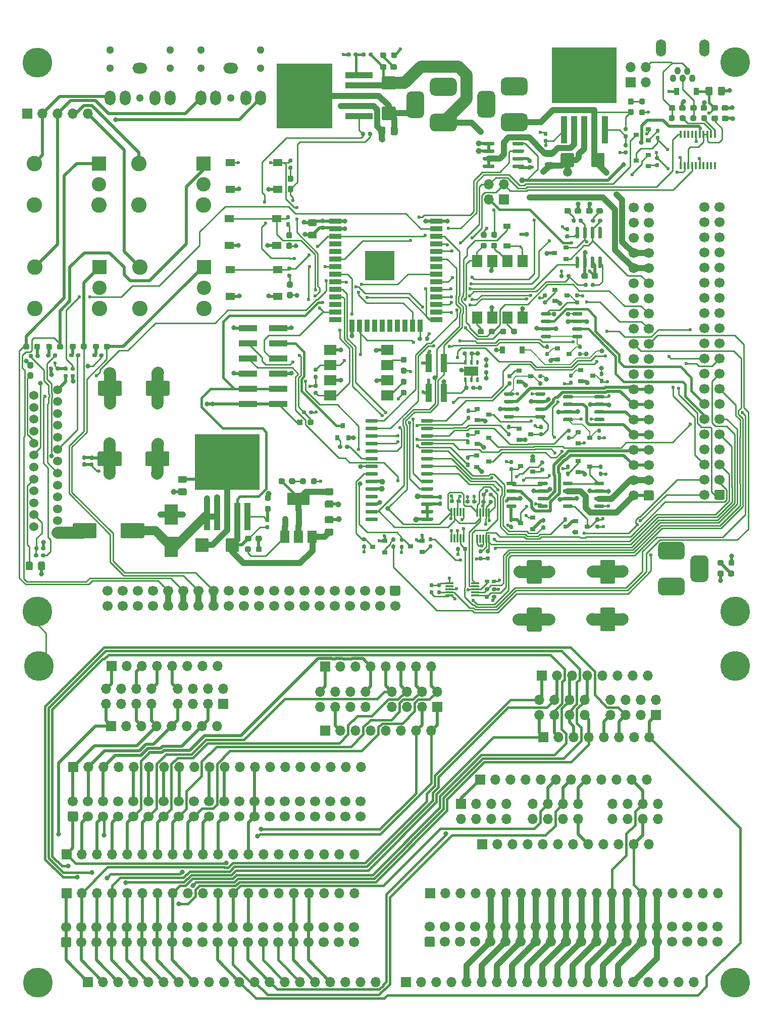
<source format=gbr>
G04 #@! TF.GenerationSoftware,KiCad,Pcbnew,5.1.7-a382d34a8~88~ubuntu20.04.1*
G04 #@! TF.CreationDate,2021-03-14T14:40:06-05:00*
G04 #@! TF.ProjectId,open-dash-daughterboard,6f70656e-2d64-4617-9368-2d6461756768,rev?*
G04 #@! TF.SameCoordinates,Original*
G04 #@! TF.FileFunction,Copper,L1,Top*
G04 #@! TF.FilePolarity,Positive*
%FSLAX46Y46*%
G04 Gerber Fmt 4.6, Leading zero omitted, Abs format (unit mm)*
G04 Created by KiCad (PCBNEW 5.1.7-a382d34a8~88~ubuntu20.04.1) date 2021-03-14 14:40:06*
%MOMM*%
%LPD*%
G01*
G04 APERTURE LIST*
G04 #@! TA.AperFunction,SMDPad,CuDef*
%ADD10R,0.300000X1.400000*%
G04 #@! TD*
G04 #@! TA.AperFunction,SMDPad,CuDef*
%ADD11R,1.400000X0.300000*%
G04 #@! TD*
G04 #@! TA.AperFunction,SMDPad,CuDef*
%ADD12R,0.900000X1.200000*%
G04 #@! TD*
G04 #@! TA.AperFunction,SMDPad,CuDef*
%ADD13R,1.200000X0.900000*%
G04 #@! TD*
G04 #@! TA.AperFunction,SMDPad,CuDef*
%ADD14R,1.500000X2.000000*%
G04 #@! TD*
G04 #@! TA.AperFunction,SMDPad,CuDef*
%ADD15R,3.800000X2.000000*%
G04 #@! TD*
G04 #@! TA.AperFunction,SMDPad,CuDef*
%ADD16R,1.780000X2.000000*%
G04 #@! TD*
G04 #@! TA.AperFunction,SMDPad,CuDef*
%ADD17R,2.000000X1.780000*%
G04 #@! TD*
G04 #@! TA.AperFunction,SMDPad,CuDef*
%ADD18R,2.400000X1.500000*%
G04 #@! TD*
G04 #@! TA.AperFunction,ComponentPad*
%ADD19C,1.700000*%
G04 #@! TD*
G04 #@! TA.AperFunction,SMDPad,CuDef*
%ADD20R,2.000000X0.900000*%
G04 #@! TD*
G04 #@! TA.AperFunction,SMDPad,CuDef*
%ADD21R,0.900000X2.000000*%
G04 #@! TD*
G04 #@! TA.AperFunction,SMDPad,CuDef*
%ADD22R,5.000000X5.000000*%
G04 #@! TD*
G04 #@! TA.AperFunction,SMDPad,CuDef*
%ADD23R,1.000000X3.150000*%
G04 #@! TD*
G04 #@! TA.AperFunction,SMDPad,CuDef*
%ADD24R,3.150000X1.000000*%
G04 #@! TD*
G04 #@! TA.AperFunction,SMDPad,CuDef*
%ADD25R,0.400000X1.200000*%
G04 #@! TD*
G04 #@! TA.AperFunction,SMDPad,CuDef*
%ADD26R,0.900000X0.800000*%
G04 #@! TD*
G04 #@! TA.AperFunction,SMDPad,CuDef*
%ADD27R,0.800000X0.900000*%
G04 #@! TD*
G04 #@! TA.AperFunction,ComponentPad*
%ADD28C,5.000000*%
G04 #@! TD*
G04 #@! TA.AperFunction,ComponentPad*
%ADD29O,1.700000X1.700000*%
G04 #@! TD*
G04 #@! TA.AperFunction,ComponentPad*
%ADD30R,1.700000X1.700000*%
G04 #@! TD*
G04 #@! TA.AperFunction,ComponentPad*
%ADD31O,1.000000X1.300000*%
G04 #@! TD*
G04 #@! TA.AperFunction,ComponentPad*
%ADD32O,1.700000X2.900000*%
G04 #@! TD*
G04 #@! TA.AperFunction,SMDPad,CuDef*
%ADD33R,0.450000X0.600000*%
G04 #@! TD*
G04 #@! TA.AperFunction,ComponentPad*
%ADD34C,2.400000*%
G04 #@! TD*
G04 #@! TA.AperFunction,ComponentPad*
%ADD35C,2.600000*%
G04 #@! TD*
G04 #@! TA.AperFunction,ComponentPad*
%ADD36R,2.400000X2.400000*%
G04 #@! TD*
G04 #@! TA.AperFunction,SMDPad,CuDef*
%ADD37R,1.550000X1.300000*%
G04 #@! TD*
G04 #@! TA.AperFunction,SMDPad,CuDef*
%ADD38R,1.100000X4.600000*%
G04 #@! TD*
G04 #@! TA.AperFunction,SMDPad,CuDef*
%ADD39R,10.800000X9.400000*%
G04 #@! TD*
G04 #@! TA.AperFunction,SMDPad,CuDef*
%ADD40R,4.600000X1.100000*%
G04 #@! TD*
G04 #@! TA.AperFunction,SMDPad,CuDef*
%ADD41R,9.400000X10.800000*%
G04 #@! TD*
G04 #@! TA.AperFunction,SMDPad,CuDef*
%ADD42R,2.300000X3.500000*%
G04 #@! TD*
G04 #@! TA.AperFunction,ComponentPad*
%ADD43C,1.524000*%
G04 #@! TD*
G04 #@! TA.AperFunction,ComponentPad*
%ADD44O,1.800000X2.500000*%
G04 #@! TD*
G04 #@! TA.AperFunction,ComponentPad*
%ADD45C,1.300000*%
G04 #@! TD*
G04 #@! TA.AperFunction,ComponentPad*
%ADD46O,2.500000X1.800000*%
G04 #@! TD*
G04 #@! TA.AperFunction,ViaPad*
%ADD47C,2.000000*%
G04 #@! TD*
G04 #@! TA.AperFunction,ViaPad*
%ADD48C,1.000000*%
G04 #@! TD*
G04 #@! TA.AperFunction,ViaPad*
%ADD49C,0.800000*%
G04 #@! TD*
G04 #@! TA.AperFunction,ViaPad*
%ADD50C,0.600000*%
G04 #@! TD*
G04 #@! TA.AperFunction,ViaPad*
%ADD51C,1.500000*%
G04 #@! TD*
G04 #@! TA.AperFunction,Conductor*
%ADD52C,2.000000*%
G04 #@! TD*
G04 #@! TA.AperFunction,Conductor*
%ADD53C,0.500000*%
G04 #@! TD*
G04 #@! TA.AperFunction,Conductor*
%ADD54C,1.000000*%
G04 #@! TD*
G04 #@! TA.AperFunction,Conductor*
%ADD55C,0.250000*%
G04 #@! TD*
G04 #@! TA.AperFunction,Conductor*
%ADD56C,1.500000*%
G04 #@! TD*
G04 #@! TA.AperFunction,Conductor*
%ADD57C,0.200000*%
G04 #@! TD*
G04 #@! TA.AperFunction,Conductor*
%ADD58C,0.400000*%
G04 #@! TD*
G04 APERTURE END LIST*
G04 #@! TA.AperFunction,SMDPad,CuDef*
G36*
G01*
X163060000Y-130060000D02*
X163060000Y-130380000D01*
G75*
G02*
X162900000Y-130540000I-160000J0D01*
G01*
X162505000Y-130540000D01*
G75*
G02*
X162345000Y-130380000I0J160000D01*
G01*
X162345000Y-130060000D01*
G75*
G02*
X162505000Y-129900000I160000J0D01*
G01*
X162900000Y-129900000D01*
G75*
G02*
X163060000Y-130060000I0J-160000D01*
G01*
G37*
G04 #@! TD.AperFunction*
G04 #@! TA.AperFunction,SMDPad,CuDef*
G36*
G01*
X164255000Y-130060000D02*
X164255000Y-130380000D01*
G75*
G02*
X164095000Y-130540000I-160000J0D01*
G01*
X163700000Y-130540000D01*
G75*
G02*
X163540000Y-130380000I0J160000D01*
G01*
X163540000Y-130060000D01*
G75*
G02*
X163700000Y-129900000I160000J0D01*
G01*
X164095000Y-129900000D01*
G75*
G02*
X164255000Y-130060000I0J-160000D01*
G01*
G37*
G04 #@! TD.AperFunction*
G04 #@! TA.AperFunction,SMDPad,CuDef*
G36*
G01*
X167215000Y-137120000D02*
X167215000Y-136800000D01*
G75*
G02*
X167375000Y-136640000I160000J0D01*
G01*
X167770000Y-136640000D01*
G75*
G02*
X167930000Y-136800000I0J-160000D01*
G01*
X167930000Y-137120000D01*
G75*
G02*
X167770000Y-137280000I-160000J0D01*
G01*
X167375000Y-137280000D01*
G75*
G02*
X167215000Y-137120000I0J160000D01*
G01*
G37*
G04 #@! TD.AperFunction*
G04 #@! TA.AperFunction,SMDPad,CuDef*
G36*
G01*
X168410000Y-137120000D02*
X168410000Y-136800000D01*
G75*
G02*
X168570000Y-136640000I160000J0D01*
G01*
X168965000Y-136640000D01*
G75*
G02*
X169125000Y-136800000I0J-160000D01*
G01*
X169125000Y-137120000D01*
G75*
G02*
X168965000Y-137280000I-160000J0D01*
G01*
X168570000Y-137280000D01*
G75*
G02*
X168410000Y-137120000I0J160000D01*
G01*
G37*
G04 #@! TD.AperFunction*
G04 #@! TA.AperFunction,SMDPad,CuDef*
G36*
G01*
X167185000Y-138420000D02*
X167185000Y-138100000D01*
G75*
G02*
X167345000Y-137940000I160000J0D01*
G01*
X167740000Y-137940000D01*
G75*
G02*
X167900000Y-138100000I0J-160000D01*
G01*
X167900000Y-138420000D01*
G75*
G02*
X167740000Y-138580000I-160000J0D01*
G01*
X167345000Y-138580000D01*
G75*
G02*
X167185000Y-138420000I0J160000D01*
G01*
G37*
G04 #@! TD.AperFunction*
G04 #@! TA.AperFunction,SMDPad,CuDef*
G36*
G01*
X168380000Y-138420000D02*
X168380000Y-138100000D01*
G75*
G02*
X168540000Y-137940000I160000J0D01*
G01*
X168935000Y-137940000D01*
G75*
G02*
X169095000Y-138100000I0J-160000D01*
G01*
X169095000Y-138420000D01*
G75*
G02*
X168935000Y-138580000I-160000J0D01*
G01*
X168540000Y-138580000D01*
G75*
G02*
X168380000Y-138420000I0J160000D01*
G01*
G37*
G04 #@! TD.AperFunction*
G04 #@! TA.AperFunction,SMDPad,CuDef*
G36*
G01*
X158420000Y-137845000D02*
X158100000Y-137845000D01*
G75*
G02*
X157940000Y-137685000I0J160000D01*
G01*
X157940000Y-137290000D01*
G75*
G02*
X158100000Y-137130000I160000J0D01*
G01*
X158420000Y-137130000D01*
G75*
G02*
X158580000Y-137290000I0J-160000D01*
G01*
X158580000Y-137685000D01*
G75*
G02*
X158420000Y-137845000I-160000J0D01*
G01*
G37*
G04 #@! TD.AperFunction*
G04 #@! TA.AperFunction,SMDPad,CuDef*
G36*
G01*
X158420000Y-136650000D02*
X158100000Y-136650000D01*
G75*
G02*
X157940000Y-136490000I0J160000D01*
G01*
X157940000Y-136095000D01*
G75*
G02*
X158100000Y-135935000I160000J0D01*
G01*
X158420000Y-135935000D01*
G75*
G02*
X158580000Y-136095000I0J-160000D01*
G01*
X158580000Y-136490000D01*
G75*
G02*
X158420000Y-136650000I-160000J0D01*
G01*
G37*
G04 #@! TD.AperFunction*
G04 #@! TA.AperFunction,SMDPad,CuDef*
G36*
G01*
X159670000Y-137845000D02*
X159350000Y-137845000D01*
G75*
G02*
X159190000Y-137685000I0J160000D01*
G01*
X159190000Y-137290000D01*
G75*
G02*
X159350000Y-137130000I160000J0D01*
G01*
X159670000Y-137130000D01*
G75*
G02*
X159830000Y-137290000I0J-160000D01*
G01*
X159830000Y-137685000D01*
G75*
G02*
X159670000Y-137845000I-160000J0D01*
G01*
G37*
G04 #@! TD.AperFunction*
G04 #@! TA.AperFunction,SMDPad,CuDef*
G36*
G01*
X159670000Y-136650000D02*
X159350000Y-136650000D01*
G75*
G02*
X159190000Y-136490000I0J160000D01*
G01*
X159190000Y-136095000D01*
G75*
G02*
X159350000Y-135935000I160000J0D01*
G01*
X159670000Y-135935000D01*
G75*
G02*
X159830000Y-136095000I0J-160000D01*
G01*
X159830000Y-136490000D01*
G75*
G02*
X159670000Y-136650000I-160000J0D01*
G01*
G37*
G04 #@! TD.AperFunction*
G04 #@! TA.AperFunction,SMDPad,CuDef*
G36*
G01*
X167350000Y-122170000D02*
X167350000Y-122490000D01*
G75*
G02*
X167190000Y-122650000I-160000J0D01*
G01*
X166795000Y-122650000D01*
G75*
G02*
X166635000Y-122490000I0J160000D01*
G01*
X166635000Y-122170000D01*
G75*
G02*
X166795000Y-122010000I160000J0D01*
G01*
X167190000Y-122010000D01*
G75*
G02*
X167350000Y-122170000I0J-160000D01*
G01*
G37*
G04 #@! TD.AperFunction*
G04 #@! TA.AperFunction,SMDPad,CuDef*
G36*
G01*
X168545000Y-122170000D02*
X168545000Y-122490000D01*
G75*
G02*
X168385000Y-122650000I-160000J0D01*
G01*
X167990000Y-122650000D01*
G75*
G02*
X167830000Y-122490000I0J160000D01*
G01*
X167830000Y-122170000D01*
G75*
G02*
X167990000Y-122010000I160000J0D01*
G01*
X168385000Y-122010000D01*
G75*
G02*
X168545000Y-122170000I0J-160000D01*
G01*
G37*
G04 #@! TD.AperFunction*
G04 #@! TA.AperFunction,SMDPad,CuDef*
G36*
G01*
X167380000Y-120930000D02*
X167380000Y-121250000D01*
G75*
G02*
X167220000Y-121410000I-160000J0D01*
G01*
X166825000Y-121410000D01*
G75*
G02*
X166665000Y-121250000I0J160000D01*
G01*
X166665000Y-120930000D01*
G75*
G02*
X166825000Y-120770000I160000J0D01*
G01*
X167220000Y-120770000D01*
G75*
G02*
X167380000Y-120930000I0J-160000D01*
G01*
G37*
G04 #@! TD.AperFunction*
G04 #@! TA.AperFunction,SMDPad,CuDef*
G36*
G01*
X168575000Y-120930000D02*
X168575000Y-121250000D01*
G75*
G02*
X168415000Y-121410000I-160000J0D01*
G01*
X168020000Y-121410000D01*
G75*
G02*
X167860000Y-121250000I0J160000D01*
G01*
X167860000Y-120930000D01*
G75*
G02*
X168020000Y-120770000I160000J0D01*
G01*
X168415000Y-120770000D01*
G75*
G02*
X168575000Y-120930000I0J-160000D01*
G01*
G37*
G04 #@! TD.AperFunction*
G04 #@! TA.AperFunction,SMDPad,CuDef*
G36*
G01*
X167530000Y-131440000D02*
X167850000Y-131440000D01*
G75*
G02*
X168010000Y-131600000I0J-160000D01*
G01*
X168010000Y-131995000D01*
G75*
G02*
X167850000Y-132155000I-160000J0D01*
G01*
X167530000Y-132155000D01*
G75*
G02*
X167370000Y-131995000I0J160000D01*
G01*
X167370000Y-131600000D01*
G75*
G02*
X167530000Y-131440000I160000J0D01*
G01*
G37*
G04 #@! TD.AperFunction*
G04 #@! TA.AperFunction,SMDPad,CuDef*
G36*
G01*
X167530000Y-130245000D02*
X167850000Y-130245000D01*
G75*
G02*
X168010000Y-130405000I0J-160000D01*
G01*
X168010000Y-130800000D01*
G75*
G02*
X167850000Y-130960000I-160000J0D01*
G01*
X167530000Y-130960000D01*
G75*
G02*
X167370000Y-130800000I0J160000D01*
G01*
X167370000Y-130405000D01*
G75*
G02*
X167530000Y-130245000I160000J0D01*
G01*
G37*
G04 #@! TD.AperFunction*
G04 #@! TA.AperFunction,SMDPad,CuDef*
G36*
G01*
X166340000Y-131460000D02*
X166660000Y-131460000D01*
G75*
G02*
X166820000Y-131620000I0J-160000D01*
G01*
X166820000Y-132015000D01*
G75*
G02*
X166660000Y-132175000I-160000J0D01*
G01*
X166340000Y-132175000D01*
G75*
G02*
X166180000Y-132015000I0J160000D01*
G01*
X166180000Y-131620000D01*
G75*
G02*
X166340000Y-131460000I160000J0D01*
G01*
G37*
G04 #@! TD.AperFunction*
G04 #@! TA.AperFunction,SMDPad,CuDef*
G36*
G01*
X166340000Y-130265000D02*
X166660000Y-130265000D01*
G75*
G02*
X166820000Y-130425000I0J-160000D01*
G01*
X166820000Y-130820000D01*
G75*
G02*
X166660000Y-130980000I-160000J0D01*
G01*
X166340000Y-130980000D01*
G75*
G02*
X166180000Y-130820000I0J160000D01*
G01*
X166180000Y-130425000D01*
G75*
G02*
X166340000Y-130265000I160000J0D01*
G01*
G37*
G04 #@! TD.AperFunction*
D10*
X161610000Y-124050000D03*
X162110000Y-124050000D03*
X162610000Y-124050000D03*
X163110000Y-124050000D03*
X163610000Y-124050000D03*
X163610000Y-128450000D03*
X163110000Y-128450000D03*
X162610000Y-128450000D03*
X162110000Y-128450000D03*
X161610000Y-128450000D03*
X165900000Y-124120000D03*
X166400000Y-124120000D03*
X166900000Y-124120000D03*
X167400000Y-124120000D03*
X167900000Y-124120000D03*
X167900000Y-128520000D03*
X167400000Y-128520000D03*
X166900000Y-128520000D03*
X166400000Y-128520000D03*
X165900000Y-128520000D03*
D11*
X161220000Y-135960000D03*
X161220000Y-136460000D03*
X161220000Y-136960000D03*
X161220000Y-137460000D03*
X161220000Y-137960000D03*
X165620000Y-137960000D03*
X165620000Y-137460000D03*
X165620000Y-136960000D03*
X165620000Y-136460000D03*
X165620000Y-135960000D03*
G04 #@! TA.AperFunction,SMDPad,CuDef*
G36*
G01*
X162040000Y-122075000D02*
X162040000Y-122385000D01*
G75*
G02*
X161885000Y-122540000I-155000J0D01*
G01*
X161460000Y-122540000D01*
G75*
G02*
X161305000Y-122385000I0J155000D01*
G01*
X161305000Y-122075000D01*
G75*
G02*
X161460000Y-121920000I155000J0D01*
G01*
X161885000Y-121920000D01*
G75*
G02*
X162040000Y-122075000I0J-155000D01*
G01*
G37*
G04 #@! TD.AperFunction*
G04 #@! TA.AperFunction,SMDPad,CuDef*
G36*
G01*
X163175000Y-122075000D02*
X163175000Y-122385000D01*
G75*
G02*
X163020000Y-122540000I-155000J0D01*
G01*
X162595000Y-122540000D01*
G75*
G02*
X162440000Y-122385000I0J155000D01*
G01*
X162440000Y-122075000D01*
G75*
G02*
X162595000Y-121920000I155000J0D01*
G01*
X163020000Y-121920000D01*
G75*
G02*
X163175000Y-122075000I0J-155000D01*
G01*
G37*
G04 #@! TD.AperFunction*
G04 #@! TA.AperFunction,SMDPad,CuDef*
G36*
G01*
X164657500Y-122145000D02*
X164657500Y-122455000D01*
G75*
G02*
X164502500Y-122610000I-155000J0D01*
G01*
X164077500Y-122610000D01*
G75*
G02*
X163922500Y-122455000I0J155000D01*
G01*
X163922500Y-122145000D01*
G75*
G02*
X164077500Y-121990000I155000J0D01*
G01*
X164502500Y-121990000D01*
G75*
G02*
X164657500Y-122145000I0J-155000D01*
G01*
G37*
G04 #@! TD.AperFunction*
G04 #@! TA.AperFunction,SMDPad,CuDef*
G36*
G01*
X165792500Y-122145000D02*
X165792500Y-122455000D01*
G75*
G02*
X165637500Y-122610000I-155000J0D01*
G01*
X165212500Y-122610000D01*
G75*
G02*
X165057500Y-122455000I0J155000D01*
G01*
X165057500Y-122145000D01*
G75*
G02*
X165212500Y-121990000I155000J0D01*
G01*
X165637500Y-121990000D01*
G75*
G02*
X165792500Y-122145000I0J-155000D01*
G01*
G37*
G04 #@! TD.AperFunction*
G04 #@! TA.AperFunction,SMDPad,CuDef*
G36*
G01*
X159545000Y-122280000D02*
X159855000Y-122280000D01*
G75*
G02*
X160010000Y-122435000I0J-155000D01*
G01*
X160010000Y-122860000D01*
G75*
G02*
X159855000Y-123015000I-155000J0D01*
G01*
X159545000Y-123015000D01*
G75*
G02*
X159390000Y-122860000I0J155000D01*
G01*
X159390000Y-122435000D01*
G75*
G02*
X159545000Y-122280000I155000J0D01*
G01*
G37*
G04 #@! TD.AperFunction*
G04 #@! TA.AperFunction,SMDPad,CuDef*
G36*
G01*
X159545000Y-121145000D02*
X159855000Y-121145000D01*
G75*
G02*
X160010000Y-121300000I0J-155000D01*
G01*
X160010000Y-121725000D01*
G75*
G02*
X159855000Y-121880000I-155000J0D01*
G01*
X159545000Y-121880000D01*
G75*
G02*
X159390000Y-121725000I0J155000D01*
G01*
X159390000Y-121300000D01*
G75*
G02*
X159545000Y-121145000I155000J0D01*
G01*
G37*
G04 #@! TD.AperFunction*
G04 #@! TA.AperFunction,SMDPad,CuDef*
G36*
G01*
X167225000Y-135805000D02*
X167225000Y-135495000D01*
G75*
G02*
X167380000Y-135340000I155000J0D01*
G01*
X167805000Y-135340000D01*
G75*
G02*
X167960000Y-135495000I0J-155000D01*
G01*
X167960000Y-135805000D01*
G75*
G02*
X167805000Y-135960000I-155000J0D01*
G01*
X167380000Y-135960000D01*
G75*
G02*
X167225000Y-135805000I0J155000D01*
G01*
G37*
G04 #@! TD.AperFunction*
G04 #@! TA.AperFunction,SMDPad,CuDef*
G36*
G01*
X168360000Y-135805000D02*
X168360000Y-135495000D01*
G75*
G02*
X168515000Y-135340000I155000J0D01*
G01*
X168940000Y-135340000D01*
G75*
G02*
X169095000Y-135495000I0J-155000D01*
G01*
X169095000Y-135805000D01*
G75*
G02*
X168940000Y-135960000I-155000J0D01*
G01*
X168515000Y-135960000D01*
G75*
G02*
X168360000Y-135805000I0J155000D01*
G01*
G37*
G04 #@! TD.AperFunction*
D12*
X199360000Y-53520000D03*
X202660000Y-53520000D03*
D13*
X170890000Y-79420000D03*
X170890000Y-76120000D03*
D12*
X170190000Y-96880000D03*
X173490000Y-96880000D03*
D14*
X133670000Y-128160000D03*
X138270000Y-128160000D03*
X135970000Y-128160000D03*
D15*
X135970000Y-121860000D03*
G04 #@! TA.AperFunction,SMDPad,CuDef*
G36*
G01*
X182845000Y-78180000D02*
X182545000Y-78180000D01*
G75*
G02*
X182395000Y-78030000I0J150000D01*
G01*
X182395000Y-76380000D01*
G75*
G02*
X182545000Y-76230000I150000J0D01*
G01*
X182845000Y-76230000D01*
G75*
G02*
X182995000Y-76380000I0J-150000D01*
G01*
X182995000Y-78030000D01*
G75*
G02*
X182845000Y-78180000I-150000J0D01*
G01*
G37*
G04 #@! TD.AperFunction*
G04 #@! TA.AperFunction,SMDPad,CuDef*
G36*
G01*
X184115000Y-78180000D02*
X183815000Y-78180000D01*
G75*
G02*
X183665000Y-78030000I0J150000D01*
G01*
X183665000Y-76380000D01*
G75*
G02*
X183815000Y-76230000I150000J0D01*
G01*
X184115000Y-76230000D01*
G75*
G02*
X184265000Y-76380000I0J-150000D01*
G01*
X184265000Y-78030000D01*
G75*
G02*
X184115000Y-78180000I-150000J0D01*
G01*
G37*
G04 #@! TD.AperFunction*
G04 #@! TA.AperFunction,SMDPad,CuDef*
G36*
G01*
X185385000Y-78180000D02*
X185085000Y-78180000D01*
G75*
G02*
X184935000Y-78030000I0J150000D01*
G01*
X184935000Y-76380000D01*
G75*
G02*
X185085000Y-76230000I150000J0D01*
G01*
X185385000Y-76230000D01*
G75*
G02*
X185535000Y-76380000I0J-150000D01*
G01*
X185535000Y-78030000D01*
G75*
G02*
X185385000Y-78180000I-150000J0D01*
G01*
G37*
G04 #@! TD.AperFunction*
G04 #@! TA.AperFunction,SMDPad,CuDef*
G36*
G01*
X186655000Y-78180000D02*
X186355000Y-78180000D01*
G75*
G02*
X186205000Y-78030000I0J150000D01*
G01*
X186205000Y-76380000D01*
G75*
G02*
X186355000Y-76230000I150000J0D01*
G01*
X186655000Y-76230000D01*
G75*
G02*
X186805000Y-76380000I0J-150000D01*
G01*
X186805000Y-78030000D01*
G75*
G02*
X186655000Y-78180000I-150000J0D01*
G01*
G37*
G04 #@! TD.AperFunction*
G04 #@! TA.AperFunction,SMDPad,CuDef*
G36*
G01*
X186655000Y-83130000D02*
X186355000Y-83130000D01*
G75*
G02*
X186205000Y-82980000I0J150000D01*
G01*
X186205000Y-81330000D01*
G75*
G02*
X186355000Y-81180000I150000J0D01*
G01*
X186655000Y-81180000D01*
G75*
G02*
X186805000Y-81330000I0J-150000D01*
G01*
X186805000Y-82980000D01*
G75*
G02*
X186655000Y-83130000I-150000J0D01*
G01*
G37*
G04 #@! TD.AperFunction*
G04 #@! TA.AperFunction,SMDPad,CuDef*
G36*
G01*
X185385000Y-83130000D02*
X185085000Y-83130000D01*
G75*
G02*
X184935000Y-82980000I0J150000D01*
G01*
X184935000Y-81330000D01*
G75*
G02*
X185085000Y-81180000I150000J0D01*
G01*
X185385000Y-81180000D01*
G75*
G02*
X185535000Y-81330000I0J-150000D01*
G01*
X185535000Y-82980000D01*
G75*
G02*
X185385000Y-83130000I-150000J0D01*
G01*
G37*
G04 #@! TD.AperFunction*
G04 #@! TA.AperFunction,SMDPad,CuDef*
G36*
G01*
X184115000Y-83130000D02*
X183815000Y-83130000D01*
G75*
G02*
X183665000Y-82980000I0J150000D01*
G01*
X183665000Y-81330000D01*
G75*
G02*
X183815000Y-81180000I150000J0D01*
G01*
X184115000Y-81180000D01*
G75*
G02*
X184265000Y-81330000I0J-150000D01*
G01*
X184265000Y-82980000D01*
G75*
G02*
X184115000Y-83130000I-150000J0D01*
G01*
G37*
G04 #@! TD.AperFunction*
G04 #@! TA.AperFunction,SMDPad,CuDef*
G36*
G01*
X182845000Y-83130000D02*
X182545000Y-83130000D01*
G75*
G02*
X182395000Y-82980000I0J150000D01*
G01*
X182395000Y-81330000D01*
G75*
G02*
X182545000Y-81180000I150000J0D01*
G01*
X182845000Y-81180000D01*
G75*
G02*
X182995000Y-81330000I0J-150000D01*
G01*
X182995000Y-82980000D01*
G75*
G02*
X182845000Y-83130000I-150000J0D01*
G01*
G37*
G04 #@! TD.AperFunction*
D16*
X165890000Y-81935000D03*
X173510000Y-91465000D03*
X168430000Y-81935000D03*
X170970000Y-91465000D03*
X170970000Y-81935000D03*
X168430000Y-91465000D03*
X173510000Y-81935000D03*
X165890000Y-91465000D03*
D17*
X141295000Y-104470000D03*
X150825000Y-96850000D03*
X141295000Y-101930000D03*
X150825000Y-99390000D03*
X141295000Y-99390000D03*
X150825000Y-101930000D03*
X141295000Y-96850000D03*
X150825000Y-104470000D03*
D18*
X164940000Y-100390000D03*
G04 #@! TA.AperFunction,SMDPad,CuDef*
G36*
G01*
X164040000Y-99340000D02*
X163840000Y-99340000D01*
G75*
G02*
X163740000Y-99240000I0J100000D01*
G01*
X163740000Y-98640000D01*
G75*
G02*
X163840000Y-98540000I100000J0D01*
G01*
X164040000Y-98540000D01*
G75*
G02*
X164140000Y-98640000I0J-100000D01*
G01*
X164140000Y-99240000D01*
G75*
G02*
X164040000Y-99340000I-100000J0D01*
G01*
G37*
G04 #@! TD.AperFunction*
G04 #@! TA.AperFunction,SMDPad,CuDef*
G36*
G01*
X165040000Y-99340000D02*
X164840000Y-99340000D01*
G75*
G02*
X164740000Y-99240000I0J100000D01*
G01*
X164740000Y-98640000D01*
G75*
G02*
X164840000Y-98540000I100000J0D01*
G01*
X165040000Y-98540000D01*
G75*
G02*
X165140000Y-98640000I0J-100000D01*
G01*
X165140000Y-99240000D01*
G75*
G02*
X165040000Y-99340000I-100000J0D01*
G01*
G37*
G04 #@! TD.AperFunction*
G04 #@! TA.AperFunction,SMDPad,CuDef*
G36*
G01*
X166040000Y-99340000D02*
X165840000Y-99340000D01*
G75*
G02*
X165740000Y-99240000I0J100000D01*
G01*
X165740000Y-98640000D01*
G75*
G02*
X165840000Y-98540000I100000J0D01*
G01*
X166040000Y-98540000D01*
G75*
G02*
X166140000Y-98640000I0J-100000D01*
G01*
X166140000Y-99240000D01*
G75*
G02*
X166040000Y-99340000I-100000J0D01*
G01*
G37*
G04 #@! TD.AperFunction*
G04 #@! TA.AperFunction,SMDPad,CuDef*
G36*
G01*
X166040000Y-102240000D02*
X165840000Y-102240000D01*
G75*
G02*
X165740000Y-102140000I0J100000D01*
G01*
X165740000Y-101540000D01*
G75*
G02*
X165840000Y-101440000I100000J0D01*
G01*
X166040000Y-101440000D01*
G75*
G02*
X166140000Y-101540000I0J-100000D01*
G01*
X166140000Y-102140000D01*
G75*
G02*
X166040000Y-102240000I-100000J0D01*
G01*
G37*
G04 #@! TD.AperFunction*
G04 #@! TA.AperFunction,SMDPad,CuDef*
G36*
G01*
X165040000Y-102240000D02*
X164840000Y-102240000D01*
G75*
G02*
X164740000Y-102140000I0J100000D01*
G01*
X164740000Y-101540000D01*
G75*
G02*
X164840000Y-101440000I100000J0D01*
G01*
X165040000Y-101440000D01*
G75*
G02*
X165140000Y-101540000I0J-100000D01*
G01*
X165140000Y-102140000D01*
G75*
G02*
X165040000Y-102240000I-100000J0D01*
G01*
G37*
G04 #@! TD.AperFunction*
G04 #@! TA.AperFunction,SMDPad,CuDef*
G36*
G01*
X164040000Y-102240000D02*
X163840000Y-102240000D01*
G75*
G02*
X163740000Y-102140000I0J100000D01*
G01*
X163740000Y-101540000D01*
G75*
G02*
X163840000Y-101440000I100000J0D01*
G01*
X164040000Y-101440000D01*
G75*
G02*
X164140000Y-101540000I0J-100000D01*
G01*
X164140000Y-102140000D01*
G75*
G02*
X164040000Y-102240000I-100000J0D01*
G01*
G37*
G04 #@! TD.AperFunction*
G04 #@! TA.AperFunction,SMDPad,CuDef*
G36*
G01*
X171820000Y-62385000D02*
X171820000Y-62085000D01*
G75*
G02*
X171970000Y-61935000I150000J0D01*
G01*
X173620000Y-61935000D01*
G75*
G02*
X173770000Y-62085000I0J-150000D01*
G01*
X173770000Y-62385000D01*
G75*
G02*
X173620000Y-62535000I-150000J0D01*
G01*
X171970000Y-62535000D01*
G75*
G02*
X171820000Y-62385000I0J150000D01*
G01*
G37*
G04 #@! TD.AperFunction*
G04 #@! TA.AperFunction,SMDPad,CuDef*
G36*
G01*
X171820000Y-63655000D02*
X171820000Y-63355000D01*
G75*
G02*
X171970000Y-63205000I150000J0D01*
G01*
X173620000Y-63205000D01*
G75*
G02*
X173770000Y-63355000I0J-150000D01*
G01*
X173770000Y-63655000D01*
G75*
G02*
X173620000Y-63805000I-150000J0D01*
G01*
X171970000Y-63805000D01*
G75*
G02*
X171820000Y-63655000I0J150000D01*
G01*
G37*
G04 #@! TD.AperFunction*
G04 #@! TA.AperFunction,SMDPad,CuDef*
G36*
G01*
X171820000Y-64925000D02*
X171820000Y-64625000D01*
G75*
G02*
X171970000Y-64475000I150000J0D01*
G01*
X173620000Y-64475000D01*
G75*
G02*
X173770000Y-64625000I0J-150000D01*
G01*
X173770000Y-64925000D01*
G75*
G02*
X173620000Y-65075000I-150000J0D01*
G01*
X171970000Y-65075000D01*
G75*
G02*
X171820000Y-64925000I0J150000D01*
G01*
G37*
G04 #@! TD.AperFunction*
G04 #@! TA.AperFunction,SMDPad,CuDef*
G36*
G01*
X171820000Y-66195000D02*
X171820000Y-65895000D01*
G75*
G02*
X171970000Y-65745000I150000J0D01*
G01*
X173620000Y-65745000D01*
G75*
G02*
X173770000Y-65895000I0J-150000D01*
G01*
X173770000Y-66195000D01*
G75*
G02*
X173620000Y-66345000I-150000J0D01*
G01*
X171970000Y-66345000D01*
G75*
G02*
X171820000Y-66195000I0J150000D01*
G01*
G37*
G04 #@! TD.AperFunction*
G04 #@! TA.AperFunction,SMDPad,CuDef*
G36*
G01*
X166870000Y-66195000D02*
X166870000Y-65895000D01*
G75*
G02*
X167020000Y-65745000I150000J0D01*
G01*
X168670000Y-65745000D01*
G75*
G02*
X168820000Y-65895000I0J-150000D01*
G01*
X168820000Y-66195000D01*
G75*
G02*
X168670000Y-66345000I-150000J0D01*
G01*
X167020000Y-66345000D01*
G75*
G02*
X166870000Y-66195000I0J150000D01*
G01*
G37*
G04 #@! TD.AperFunction*
G04 #@! TA.AperFunction,SMDPad,CuDef*
G36*
G01*
X166870000Y-64925000D02*
X166870000Y-64625000D01*
G75*
G02*
X167020000Y-64475000I150000J0D01*
G01*
X168670000Y-64475000D01*
G75*
G02*
X168820000Y-64625000I0J-150000D01*
G01*
X168820000Y-64925000D01*
G75*
G02*
X168670000Y-65075000I-150000J0D01*
G01*
X167020000Y-65075000D01*
G75*
G02*
X166870000Y-64925000I0J150000D01*
G01*
G37*
G04 #@! TD.AperFunction*
G04 #@! TA.AperFunction,SMDPad,CuDef*
G36*
G01*
X166870000Y-63655000D02*
X166870000Y-63355000D01*
G75*
G02*
X167020000Y-63205000I150000J0D01*
G01*
X168670000Y-63205000D01*
G75*
G02*
X168820000Y-63355000I0J-150000D01*
G01*
X168820000Y-63655000D01*
G75*
G02*
X168670000Y-63805000I-150000J0D01*
G01*
X167020000Y-63805000D01*
G75*
G02*
X166870000Y-63655000I0J150000D01*
G01*
G37*
G04 #@! TD.AperFunction*
G04 #@! TA.AperFunction,SMDPad,CuDef*
G36*
G01*
X166870000Y-62385000D02*
X166870000Y-62085000D01*
G75*
G02*
X167020000Y-61935000I150000J0D01*
G01*
X168670000Y-61935000D01*
G75*
G02*
X168820000Y-62085000I0J-150000D01*
G01*
X168820000Y-62385000D01*
G75*
G02*
X168670000Y-62535000I-150000J0D01*
G01*
X167020000Y-62535000D01*
G75*
G02*
X166870000Y-62385000I0J150000D01*
G01*
G37*
G04 #@! TD.AperFunction*
G04 #@! TA.AperFunction,SMDPad,CuDef*
G36*
G01*
X174555000Y-65890000D02*
X174865000Y-65890000D01*
G75*
G02*
X175020000Y-66045000I0J-155000D01*
G01*
X175020000Y-66470000D01*
G75*
G02*
X174865000Y-66625000I-155000J0D01*
G01*
X174555000Y-66625000D01*
G75*
G02*
X174400000Y-66470000I0J155000D01*
G01*
X174400000Y-66045000D01*
G75*
G02*
X174555000Y-65890000I155000J0D01*
G01*
G37*
G04 #@! TD.AperFunction*
G04 #@! TA.AperFunction,SMDPad,CuDef*
G36*
G01*
X174555000Y-64755000D02*
X174865000Y-64755000D01*
G75*
G02*
X175020000Y-64910000I0J-155000D01*
G01*
X175020000Y-65335000D01*
G75*
G02*
X174865000Y-65490000I-155000J0D01*
G01*
X174555000Y-65490000D01*
G75*
G02*
X174400000Y-65335000I0J155000D01*
G01*
X174400000Y-64910000D01*
G75*
G02*
X174555000Y-64755000I155000J0D01*
G01*
G37*
G04 #@! TD.AperFunction*
D19*
X204030000Y-72870000D03*
X204030000Y-75410000D03*
X204030000Y-77950000D03*
X204030000Y-80490000D03*
X204030000Y-83030000D03*
X204030000Y-85570000D03*
X204030000Y-88110000D03*
X204030000Y-90650000D03*
X204030000Y-93190000D03*
X204030000Y-95730000D03*
X204030000Y-98270000D03*
X204030000Y-100810000D03*
X204030000Y-103350000D03*
X204030000Y-105890000D03*
X204030000Y-108430000D03*
X204030000Y-110970000D03*
X204030000Y-113510000D03*
X204030000Y-116050000D03*
X204030000Y-118590000D03*
X204030000Y-121130000D03*
X206570000Y-72870000D03*
X206570000Y-75410000D03*
X206570000Y-77950000D03*
X206570000Y-80490000D03*
X206570000Y-83030000D03*
X206570000Y-85570000D03*
X206570000Y-88110000D03*
X206570000Y-90650000D03*
X206570000Y-93190000D03*
X206570000Y-95730000D03*
X206570000Y-98270000D03*
X206570000Y-100810000D03*
X206570000Y-103350000D03*
X206570000Y-105890000D03*
X206570000Y-108430000D03*
X206570000Y-110970000D03*
X206570000Y-113510000D03*
X206570000Y-116050000D03*
X206570000Y-118590000D03*
G04 #@! TA.AperFunction,ComponentPad*
G36*
G01*
X207420000Y-120530000D02*
X207420000Y-121730000D01*
G75*
G02*
X207170000Y-121980000I-250000J0D01*
G01*
X205970000Y-121980000D01*
G75*
G02*
X205720000Y-121730000I0J250000D01*
G01*
X205720000Y-120530000D01*
G75*
G02*
X205970000Y-120280000I250000J0D01*
G01*
X207170000Y-120280000D01*
G75*
G02*
X207420000Y-120530000I0J-250000D01*
G01*
G37*
G04 #@! TD.AperFunction*
X192125000Y-73000000D03*
X192125000Y-75540000D03*
X192125000Y-78080000D03*
X192125000Y-80620000D03*
X192125000Y-83160000D03*
X192125000Y-85700000D03*
X192125000Y-88240000D03*
X192125000Y-90780000D03*
X192125000Y-93320000D03*
X192125000Y-95860000D03*
X192125000Y-98400000D03*
X192125000Y-100940000D03*
X192125000Y-103480000D03*
X192125000Y-106020000D03*
X192125000Y-108560000D03*
X192125000Y-111100000D03*
X192125000Y-113640000D03*
X192125000Y-116180000D03*
X192125000Y-118720000D03*
X192125000Y-121260000D03*
X194665000Y-73000000D03*
X194665000Y-75540000D03*
X194665000Y-78080000D03*
X194665000Y-80620000D03*
X194665000Y-83160000D03*
X194665000Y-85700000D03*
X194665000Y-88240000D03*
X194665000Y-90780000D03*
X194665000Y-93320000D03*
X194665000Y-95860000D03*
X194665000Y-98400000D03*
X194665000Y-100940000D03*
X194665000Y-103480000D03*
X194665000Y-106020000D03*
X194665000Y-108560000D03*
X194665000Y-111100000D03*
X194665000Y-113640000D03*
X194665000Y-116180000D03*
X194665000Y-118720000D03*
G04 #@! TA.AperFunction,ComponentPad*
G36*
G01*
X195515000Y-120660000D02*
X195515000Y-121860000D01*
G75*
G02*
X195265000Y-122110000I-250000J0D01*
G01*
X194065000Y-122110000D01*
G75*
G02*
X193815000Y-121860000I0J250000D01*
G01*
X193815000Y-120660000D01*
G75*
G02*
X194065000Y-120410000I250000J0D01*
G01*
X195265000Y-120410000D01*
G75*
G02*
X195515000Y-120660000I0J-250000D01*
G01*
G37*
G04 #@! TD.AperFunction*
D20*
X159100000Y-75245000D03*
X159100000Y-76515000D03*
X159100000Y-77785000D03*
X159100000Y-79055000D03*
X159100000Y-80325000D03*
X159100000Y-81595000D03*
X159100000Y-82865000D03*
X159100000Y-84135000D03*
X159100000Y-85405000D03*
X159100000Y-86675000D03*
X159100000Y-87945000D03*
X159100000Y-89215000D03*
X159100000Y-90485000D03*
X159100000Y-91755000D03*
D21*
X156315000Y-92755000D03*
X155045000Y-92755000D03*
X153775000Y-92755000D03*
X152505000Y-92755000D03*
X151235000Y-92755000D03*
X149965000Y-92755000D03*
X148695000Y-92755000D03*
X147425000Y-92755000D03*
X146155000Y-92755000D03*
X144885000Y-92755000D03*
D20*
X142100000Y-91755000D03*
X142100000Y-90485000D03*
X142100000Y-89215000D03*
X142100000Y-87945000D03*
X142100000Y-86675000D03*
X142100000Y-85405000D03*
X142100000Y-84135000D03*
X142100000Y-82865000D03*
X142100000Y-81595000D03*
X142100000Y-80325000D03*
X142100000Y-79055000D03*
X142100000Y-77785000D03*
X142100000Y-76515000D03*
X142100000Y-75245000D03*
D22*
X149600000Y-82745000D03*
G04 #@! TA.AperFunction,SMDPad,CuDef*
G36*
G01*
X180890000Y-84630000D02*
X180890000Y-84310000D01*
G75*
G02*
X181050000Y-84150000I160000J0D01*
G01*
X181445000Y-84150000D01*
G75*
G02*
X181605000Y-84310000I0J-160000D01*
G01*
X181605000Y-84630000D01*
G75*
G02*
X181445000Y-84790000I-160000J0D01*
G01*
X181050000Y-84790000D01*
G75*
G02*
X180890000Y-84630000I0J160000D01*
G01*
G37*
G04 #@! TD.AperFunction*
G04 #@! TA.AperFunction,SMDPad,CuDef*
G36*
G01*
X179695000Y-84630000D02*
X179695000Y-84310000D01*
G75*
G02*
X179855000Y-84150000I160000J0D01*
G01*
X180250000Y-84150000D01*
G75*
G02*
X180410000Y-84310000I0J-160000D01*
G01*
X180410000Y-84630000D01*
G75*
G02*
X180250000Y-84790000I-160000J0D01*
G01*
X179855000Y-84790000D01*
G75*
G02*
X179695000Y-84630000I0J160000D01*
G01*
G37*
G04 #@! TD.AperFunction*
D19*
X146400000Y-172510000D03*
X143860000Y-172510000D03*
X141320000Y-172510000D03*
X138780000Y-172510000D03*
X136240000Y-172510000D03*
X133700000Y-172510000D03*
X131160000Y-172510000D03*
X128620000Y-172510000D03*
X126080000Y-172510000D03*
X123540000Y-172510000D03*
X121000000Y-172510000D03*
X118460000Y-172510000D03*
X115920000Y-172510000D03*
X113380000Y-172510000D03*
X110840000Y-172510000D03*
X108300000Y-172510000D03*
X105760000Y-172510000D03*
X103220000Y-172510000D03*
X100680000Y-172510000D03*
X98140000Y-172510000D03*
X146400000Y-175050000D03*
X143860000Y-175050000D03*
X141320000Y-175050000D03*
X138780000Y-175050000D03*
X136240000Y-175050000D03*
X133700000Y-175050000D03*
X131160000Y-175050000D03*
X128620000Y-175050000D03*
X126080000Y-175050000D03*
X123540000Y-175050000D03*
X121000000Y-175050000D03*
X118460000Y-175050000D03*
X115920000Y-175050000D03*
X113380000Y-175050000D03*
X110840000Y-175050000D03*
X108300000Y-175050000D03*
X105760000Y-175050000D03*
X103220000Y-175050000D03*
X100680000Y-175050000D03*
G04 #@! TA.AperFunction,ComponentPad*
G36*
G01*
X98740000Y-175900000D02*
X97540000Y-175900000D01*
G75*
G02*
X97290000Y-175650000I0J250000D01*
G01*
X97290000Y-174450000D01*
G75*
G02*
X97540000Y-174200000I250000J0D01*
G01*
X98740000Y-174200000D01*
G75*
G02*
X98990000Y-174450000I0J-250000D01*
G01*
X98990000Y-175650000D01*
G75*
G02*
X98740000Y-175900000I-250000J0D01*
G01*
G37*
G04 #@! TD.AperFunction*
X206220000Y-193560000D03*
X203680000Y-193560000D03*
X201140000Y-193560000D03*
X198600000Y-193560000D03*
X196060000Y-193560000D03*
X193520000Y-193560000D03*
X190980000Y-193560000D03*
X188440000Y-193560000D03*
X185900000Y-193560000D03*
X183360000Y-193560000D03*
X180820000Y-193560000D03*
X178280000Y-193560000D03*
X175740000Y-193560000D03*
X173200000Y-193560000D03*
X170660000Y-193560000D03*
X168120000Y-193560000D03*
X165580000Y-193560000D03*
X163040000Y-193560000D03*
X160500000Y-193560000D03*
X157960000Y-193560000D03*
X206220000Y-196100000D03*
X203680000Y-196100000D03*
X201140000Y-196100000D03*
X198600000Y-196100000D03*
X196060000Y-196100000D03*
X193520000Y-196100000D03*
X190980000Y-196100000D03*
X188440000Y-196100000D03*
X185900000Y-196100000D03*
X183360000Y-196100000D03*
X180820000Y-196100000D03*
X178280000Y-196100000D03*
X175740000Y-196100000D03*
X173200000Y-196100000D03*
X170660000Y-196100000D03*
X168120000Y-196100000D03*
X165580000Y-196100000D03*
X163040000Y-196100000D03*
X160500000Y-196100000D03*
G04 #@! TA.AperFunction,ComponentPad*
G36*
G01*
X158560000Y-196950000D02*
X157360000Y-196950000D01*
G75*
G02*
X157110000Y-196700000I0J250000D01*
G01*
X157110000Y-195500000D01*
G75*
G02*
X157360000Y-195250000I250000J0D01*
G01*
X158560000Y-195250000D01*
G75*
G02*
X158810000Y-195500000I0J-250000D01*
G01*
X158810000Y-196700000D01*
G75*
G02*
X158560000Y-196950000I-250000J0D01*
G01*
G37*
G04 #@! TD.AperFunction*
X145260000Y-193620000D03*
X142720000Y-193620000D03*
X140180000Y-193620000D03*
X137640000Y-193620000D03*
X135100000Y-193620000D03*
X132560000Y-193620000D03*
X130020000Y-193620000D03*
X127480000Y-193620000D03*
X124940000Y-193620000D03*
X122400000Y-193620000D03*
X119860000Y-193620000D03*
X117320000Y-193620000D03*
X114780000Y-193620000D03*
X112240000Y-193620000D03*
X109700000Y-193620000D03*
X107160000Y-193620000D03*
X104620000Y-193620000D03*
X102080000Y-193620000D03*
X99540000Y-193620000D03*
X97000000Y-193620000D03*
X145260000Y-196160000D03*
X142720000Y-196160000D03*
X140180000Y-196160000D03*
X137640000Y-196160000D03*
X135100000Y-196160000D03*
X132560000Y-196160000D03*
X130020000Y-196160000D03*
X127480000Y-196160000D03*
X124940000Y-196160000D03*
X122400000Y-196160000D03*
X119860000Y-196160000D03*
X117320000Y-196160000D03*
X114780000Y-196160000D03*
X112240000Y-196160000D03*
X109700000Y-196160000D03*
X107160000Y-196160000D03*
X104620000Y-196160000D03*
X102080000Y-196160000D03*
X99540000Y-196160000D03*
G04 #@! TA.AperFunction,ComponentPad*
G36*
G01*
X97600000Y-197010000D02*
X96400000Y-197010000D01*
G75*
G02*
X96150000Y-196760000I0J250000D01*
G01*
X96150000Y-195560000D01*
G75*
G02*
X96400000Y-195310000I250000J0D01*
G01*
X97600000Y-195310000D01*
G75*
G02*
X97850000Y-195560000I0J-250000D01*
G01*
X97850000Y-196760000D01*
G75*
G02*
X97600000Y-197010000I-250000J0D01*
G01*
G37*
G04 #@! TD.AperFunction*
D23*
X160310000Y-99035000D03*
X160310000Y-104085000D03*
X157770000Y-99035000D03*
X157770000Y-104085000D03*
D24*
X127475000Y-93180000D03*
X132525000Y-93180000D03*
X127475000Y-95720000D03*
X132525000Y-95720000D03*
X127475000Y-98260000D03*
X132525000Y-98260000D03*
X127475000Y-100800000D03*
X132525000Y-100800000D03*
X127475000Y-103340000D03*
X132525000Y-103340000D03*
X127475000Y-105880000D03*
X132525000Y-105880000D03*
G04 #@! TA.AperFunction,SMDPad,CuDef*
G36*
G01*
X102120000Y-126150000D02*
X102120000Y-128150000D01*
G75*
G02*
X101870000Y-128400000I-250000J0D01*
G01*
X98370000Y-128400000D01*
G75*
G02*
X98120000Y-128150000I0J250000D01*
G01*
X98120000Y-126150000D01*
G75*
G02*
X98370000Y-125900000I250000J0D01*
G01*
X101870000Y-125900000D01*
G75*
G02*
X102120000Y-126150000I0J-250000D01*
G01*
G37*
G04 #@! TD.AperFunction*
G04 #@! TA.AperFunction,SMDPad,CuDef*
G36*
G01*
X110120000Y-126150000D02*
X110120000Y-128150000D01*
G75*
G02*
X109870000Y-128400000I-250000J0D01*
G01*
X106370000Y-128400000D01*
G75*
G02*
X106120000Y-128150000I0J250000D01*
G01*
X106120000Y-126150000D01*
G75*
G02*
X106370000Y-125900000I250000J0D01*
G01*
X109870000Y-125900000D01*
G75*
G02*
X110120000Y-126150000I0J-250000D01*
G01*
G37*
G04 #@! TD.AperFunction*
G04 #@! TA.AperFunction,SMDPad,CuDef*
G36*
G01*
X110290000Y-116110000D02*
X110290000Y-114110000D01*
G75*
G02*
X110540000Y-113860000I250000J0D01*
G01*
X114040000Y-113860000D01*
G75*
G02*
X114290000Y-114110000I0J-250000D01*
G01*
X114290000Y-116110000D01*
G75*
G02*
X114040000Y-116360000I-250000J0D01*
G01*
X110540000Y-116360000D01*
G75*
G02*
X110290000Y-116110000I0J250000D01*
G01*
G37*
G04 #@! TD.AperFunction*
G04 #@! TA.AperFunction,SMDPad,CuDef*
G36*
G01*
X102290000Y-116110000D02*
X102290000Y-114110000D01*
G75*
G02*
X102540000Y-113860000I250000J0D01*
G01*
X106040000Y-113860000D01*
G75*
G02*
X106290000Y-114110000I0J-250000D01*
G01*
X106290000Y-116110000D01*
G75*
G02*
X106040000Y-116360000I-250000J0D01*
G01*
X102540000Y-116360000D01*
G75*
G02*
X102290000Y-116110000I0J250000D01*
G01*
G37*
G04 #@! TD.AperFunction*
G04 #@! TA.AperFunction,SMDPad,CuDef*
G36*
G01*
X156485000Y-108875000D02*
X156485000Y-108575000D01*
G75*
G02*
X156635000Y-108425000I150000J0D01*
G01*
X158385000Y-108425000D01*
G75*
G02*
X158535000Y-108575000I0J-150000D01*
G01*
X158535000Y-108875000D01*
G75*
G02*
X158385000Y-109025000I-150000J0D01*
G01*
X156635000Y-109025000D01*
G75*
G02*
X156485000Y-108875000I0J150000D01*
G01*
G37*
G04 #@! TD.AperFunction*
G04 #@! TA.AperFunction,SMDPad,CuDef*
G36*
G01*
X156485000Y-110145000D02*
X156485000Y-109845000D01*
G75*
G02*
X156635000Y-109695000I150000J0D01*
G01*
X158385000Y-109695000D01*
G75*
G02*
X158535000Y-109845000I0J-150000D01*
G01*
X158535000Y-110145000D01*
G75*
G02*
X158385000Y-110295000I-150000J0D01*
G01*
X156635000Y-110295000D01*
G75*
G02*
X156485000Y-110145000I0J150000D01*
G01*
G37*
G04 #@! TD.AperFunction*
G04 #@! TA.AperFunction,SMDPad,CuDef*
G36*
G01*
X156485000Y-111415000D02*
X156485000Y-111115000D01*
G75*
G02*
X156635000Y-110965000I150000J0D01*
G01*
X158385000Y-110965000D01*
G75*
G02*
X158535000Y-111115000I0J-150000D01*
G01*
X158535000Y-111415000D01*
G75*
G02*
X158385000Y-111565000I-150000J0D01*
G01*
X156635000Y-111565000D01*
G75*
G02*
X156485000Y-111415000I0J150000D01*
G01*
G37*
G04 #@! TD.AperFunction*
G04 #@! TA.AperFunction,SMDPad,CuDef*
G36*
G01*
X156485000Y-112685000D02*
X156485000Y-112385000D01*
G75*
G02*
X156635000Y-112235000I150000J0D01*
G01*
X158385000Y-112235000D01*
G75*
G02*
X158535000Y-112385000I0J-150000D01*
G01*
X158535000Y-112685000D01*
G75*
G02*
X158385000Y-112835000I-150000J0D01*
G01*
X156635000Y-112835000D01*
G75*
G02*
X156485000Y-112685000I0J150000D01*
G01*
G37*
G04 #@! TD.AperFunction*
G04 #@! TA.AperFunction,SMDPad,CuDef*
G36*
G01*
X156485000Y-113955000D02*
X156485000Y-113655000D01*
G75*
G02*
X156635000Y-113505000I150000J0D01*
G01*
X158385000Y-113505000D01*
G75*
G02*
X158535000Y-113655000I0J-150000D01*
G01*
X158535000Y-113955000D01*
G75*
G02*
X158385000Y-114105000I-150000J0D01*
G01*
X156635000Y-114105000D01*
G75*
G02*
X156485000Y-113955000I0J150000D01*
G01*
G37*
G04 #@! TD.AperFunction*
G04 #@! TA.AperFunction,SMDPad,CuDef*
G36*
G01*
X156485000Y-115225000D02*
X156485000Y-114925000D01*
G75*
G02*
X156635000Y-114775000I150000J0D01*
G01*
X158385000Y-114775000D01*
G75*
G02*
X158535000Y-114925000I0J-150000D01*
G01*
X158535000Y-115225000D01*
G75*
G02*
X158385000Y-115375000I-150000J0D01*
G01*
X156635000Y-115375000D01*
G75*
G02*
X156485000Y-115225000I0J150000D01*
G01*
G37*
G04 #@! TD.AperFunction*
G04 #@! TA.AperFunction,SMDPad,CuDef*
G36*
G01*
X156485000Y-116495000D02*
X156485000Y-116195000D01*
G75*
G02*
X156635000Y-116045000I150000J0D01*
G01*
X158385000Y-116045000D01*
G75*
G02*
X158535000Y-116195000I0J-150000D01*
G01*
X158535000Y-116495000D01*
G75*
G02*
X158385000Y-116645000I-150000J0D01*
G01*
X156635000Y-116645000D01*
G75*
G02*
X156485000Y-116495000I0J150000D01*
G01*
G37*
G04 #@! TD.AperFunction*
G04 #@! TA.AperFunction,SMDPad,CuDef*
G36*
G01*
X156485000Y-117765000D02*
X156485000Y-117465000D01*
G75*
G02*
X156635000Y-117315000I150000J0D01*
G01*
X158385000Y-117315000D01*
G75*
G02*
X158535000Y-117465000I0J-150000D01*
G01*
X158535000Y-117765000D01*
G75*
G02*
X158385000Y-117915000I-150000J0D01*
G01*
X156635000Y-117915000D01*
G75*
G02*
X156485000Y-117765000I0J150000D01*
G01*
G37*
G04 #@! TD.AperFunction*
G04 #@! TA.AperFunction,SMDPad,CuDef*
G36*
G01*
X156485000Y-119035000D02*
X156485000Y-118735000D01*
G75*
G02*
X156635000Y-118585000I150000J0D01*
G01*
X158385000Y-118585000D01*
G75*
G02*
X158535000Y-118735000I0J-150000D01*
G01*
X158535000Y-119035000D01*
G75*
G02*
X158385000Y-119185000I-150000J0D01*
G01*
X156635000Y-119185000D01*
G75*
G02*
X156485000Y-119035000I0J150000D01*
G01*
G37*
G04 #@! TD.AperFunction*
G04 #@! TA.AperFunction,SMDPad,CuDef*
G36*
G01*
X156485000Y-120305000D02*
X156485000Y-120005000D01*
G75*
G02*
X156635000Y-119855000I150000J0D01*
G01*
X158385000Y-119855000D01*
G75*
G02*
X158535000Y-120005000I0J-150000D01*
G01*
X158535000Y-120305000D01*
G75*
G02*
X158385000Y-120455000I-150000J0D01*
G01*
X156635000Y-120455000D01*
G75*
G02*
X156485000Y-120305000I0J150000D01*
G01*
G37*
G04 #@! TD.AperFunction*
G04 #@! TA.AperFunction,SMDPad,CuDef*
G36*
G01*
X156485000Y-121575000D02*
X156485000Y-121275000D01*
G75*
G02*
X156635000Y-121125000I150000J0D01*
G01*
X158385000Y-121125000D01*
G75*
G02*
X158535000Y-121275000I0J-150000D01*
G01*
X158535000Y-121575000D01*
G75*
G02*
X158385000Y-121725000I-150000J0D01*
G01*
X156635000Y-121725000D01*
G75*
G02*
X156485000Y-121575000I0J150000D01*
G01*
G37*
G04 #@! TD.AperFunction*
G04 #@! TA.AperFunction,SMDPad,CuDef*
G36*
G01*
X156485000Y-122845000D02*
X156485000Y-122545000D01*
G75*
G02*
X156635000Y-122395000I150000J0D01*
G01*
X158385000Y-122395000D01*
G75*
G02*
X158535000Y-122545000I0J-150000D01*
G01*
X158535000Y-122845000D01*
G75*
G02*
X158385000Y-122995000I-150000J0D01*
G01*
X156635000Y-122995000D01*
G75*
G02*
X156485000Y-122845000I0J150000D01*
G01*
G37*
G04 #@! TD.AperFunction*
G04 #@! TA.AperFunction,SMDPad,CuDef*
G36*
G01*
X156485000Y-124115000D02*
X156485000Y-123815000D01*
G75*
G02*
X156635000Y-123665000I150000J0D01*
G01*
X158385000Y-123665000D01*
G75*
G02*
X158535000Y-123815000I0J-150000D01*
G01*
X158535000Y-124115000D01*
G75*
G02*
X158385000Y-124265000I-150000J0D01*
G01*
X156635000Y-124265000D01*
G75*
G02*
X156485000Y-124115000I0J150000D01*
G01*
G37*
G04 #@! TD.AperFunction*
G04 #@! TA.AperFunction,SMDPad,CuDef*
G36*
G01*
X156485000Y-125385000D02*
X156485000Y-125085000D01*
G75*
G02*
X156635000Y-124935000I150000J0D01*
G01*
X158385000Y-124935000D01*
G75*
G02*
X158535000Y-125085000I0J-150000D01*
G01*
X158535000Y-125385000D01*
G75*
G02*
X158385000Y-125535000I-150000J0D01*
G01*
X156635000Y-125535000D01*
G75*
G02*
X156485000Y-125385000I0J150000D01*
G01*
G37*
G04 #@! TD.AperFunction*
G04 #@! TA.AperFunction,SMDPad,CuDef*
G36*
G01*
X147185000Y-125385000D02*
X147185000Y-125085000D01*
G75*
G02*
X147335000Y-124935000I150000J0D01*
G01*
X149085000Y-124935000D01*
G75*
G02*
X149235000Y-125085000I0J-150000D01*
G01*
X149235000Y-125385000D01*
G75*
G02*
X149085000Y-125535000I-150000J0D01*
G01*
X147335000Y-125535000D01*
G75*
G02*
X147185000Y-125385000I0J150000D01*
G01*
G37*
G04 #@! TD.AperFunction*
G04 #@! TA.AperFunction,SMDPad,CuDef*
G36*
G01*
X147185000Y-124115000D02*
X147185000Y-123815000D01*
G75*
G02*
X147335000Y-123665000I150000J0D01*
G01*
X149085000Y-123665000D01*
G75*
G02*
X149235000Y-123815000I0J-150000D01*
G01*
X149235000Y-124115000D01*
G75*
G02*
X149085000Y-124265000I-150000J0D01*
G01*
X147335000Y-124265000D01*
G75*
G02*
X147185000Y-124115000I0J150000D01*
G01*
G37*
G04 #@! TD.AperFunction*
G04 #@! TA.AperFunction,SMDPad,CuDef*
G36*
G01*
X147185000Y-122845000D02*
X147185000Y-122545000D01*
G75*
G02*
X147335000Y-122395000I150000J0D01*
G01*
X149085000Y-122395000D01*
G75*
G02*
X149235000Y-122545000I0J-150000D01*
G01*
X149235000Y-122845000D01*
G75*
G02*
X149085000Y-122995000I-150000J0D01*
G01*
X147335000Y-122995000D01*
G75*
G02*
X147185000Y-122845000I0J150000D01*
G01*
G37*
G04 #@! TD.AperFunction*
G04 #@! TA.AperFunction,SMDPad,CuDef*
G36*
G01*
X147185000Y-121575000D02*
X147185000Y-121275000D01*
G75*
G02*
X147335000Y-121125000I150000J0D01*
G01*
X149085000Y-121125000D01*
G75*
G02*
X149235000Y-121275000I0J-150000D01*
G01*
X149235000Y-121575000D01*
G75*
G02*
X149085000Y-121725000I-150000J0D01*
G01*
X147335000Y-121725000D01*
G75*
G02*
X147185000Y-121575000I0J150000D01*
G01*
G37*
G04 #@! TD.AperFunction*
G04 #@! TA.AperFunction,SMDPad,CuDef*
G36*
G01*
X147185000Y-120305000D02*
X147185000Y-120005000D01*
G75*
G02*
X147335000Y-119855000I150000J0D01*
G01*
X149085000Y-119855000D01*
G75*
G02*
X149235000Y-120005000I0J-150000D01*
G01*
X149235000Y-120305000D01*
G75*
G02*
X149085000Y-120455000I-150000J0D01*
G01*
X147335000Y-120455000D01*
G75*
G02*
X147185000Y-120305000I0J150000D01*
G01*
G37*
G04 #@! TD.AperFunction*
G04 #@! TA.AperFunction,SMDPad,CuDef*
G36*
G01*
X147185000Y-119035000D02*
X147185000Y-118735000D01*
G75*
G02*
X147335000Y-118585000I150000J0D01*
G01*
X149085000Y-118585000D01*
G75*
G02*
X149235000Y-118735000I0J-150000D01*
G01*
X149235000Y-119035000D01*
G75*
G02*
X149085000Y-119185000I-150000J0D01*
G01*
X147335000Y-119185000D01*
G75*
G02*
X147185000Y-119035000I0J150000D01*
G01*
G37*
G04 #@! TD.AperFunction*
G04 #@! TA.AperFunction,SMDPad,CuDef*
G36*
G01*
X147185000Y-117765000D02*
X147185000Y-117465000D01*
G75*
G02*
X147335000Y-117315000I150000J0D01*
G01*
X149085000Y-117315000D01*
G75*
G02*
X149235000Y-117465000I0J-150000D01*
G01*
X149235000Y-117765000D01*
G75*
G02*
X149085000Y-117915000I-150000J0D01*
G01*
X147335000Y-117915000D01*
G75*
G02*
X147185000Y-117765000I0J150000D01*
G01*
G37*
G04 #@! TD.AperFunction*
G04 #@! TA.AperFunction,SMDPad,CuDef*
G36*
G01*
X147185000Y-116495000D02*
X147185000Y-116195000D01*
G75*
G02*
X147335000Y-116045000I150000J0D01*
G01*
X149085000Y-116045000D01*
G75*
G02*
X149235000Y-116195000I0J-150000D01*
G01*
X149235000Y-116495000D01*
G75*
G02*
X149085000Y-116645000I-150000J0D01*
G01*
X147335000Y-116645000D01*
G75*
G02*
X147185000Y-116495000I0J150000D01*
G01*
G37*
G04 #@! TD.AperFunction*
G04 #@! TA.AperFunction,SMDPad,CuDef*
G36*
G01*
X147185000Y-115225000D02*
X147185000Y-114925000D01*
G75*
G02*
X147335000Y-114775000I150000J0D01*
G01*
X149085000Y-114775000D01*
G75*
G02*
X149235000Y-114925000I0J-150000D01*
G01*
X149235000Y-115225000D01*
G75*
G02*
X149085000Y-115375000I-150000J0D01*
G01*
X147335000Y-115375000D01*
G75*
G02*
X147185000Y-115225000I0J150000D01*
G01*
G37*
G04 #@! TD.AperFunction*
G04 #@! TA.AperFunction,SMDPad,CuDef*
G36*
G01*
X147185000Y-113955000D02*
X147185000Y-113655000D01*
G75*
G02*
X147335000Y-113505000I150000J0D01*
G01*
X149085000Y-113505000D01*
G75*
G02*
X149235000Y-113655000I0J-150000D01*
G01*
X149235000Y-113955000D01*
G75*
G02*
X149085000Y-114105000I-150000J0D01*
G01*
X147335000Y-114105000D01*
G75*
G02*
X147185000Y-113955000I0J150000D01*
G01*
G37*
G04 #@! TD.AperFunction*
G04 #@! TA.AperFunction,SMDPad,CuDef*
G36*
G01*
X147185000Y-112685000D02*
X147185000Y-112385000D01*
G75*
G02*
X147335000Y-112235000I150000J0D01*
G01*
X149085000Y-112235000D01*
G75*
G02*
X149235000Y-112385000I0J-150000D01*
G01*
X149235000Y-112685000D01*
G75*
G02*
X149085000Y-112835000I-150000J0D01*
G01*
X147335000Y-112835000D01*
G75*
G02*
X147185000Y-112685000I0J150000D01*
G01*
G37*
G04 #@! TD.AperFunction*
G04 #@! TA.AperFunction,SMDPad,CuDef*
G36*
G01*
X147185000Y-111415000D02*
X147185000Y-111115000D01*
G75*
G02*
X147335000Y-110965000I150000J0D01*
G01*
X149085000Y-110965000D01*
G75*
G02*
X149235000Y-111115000I0J-150000D01*
G01*
X149235000Y-111415000D01*
G75*
G02*
X149085000Y-111565000I-150000J0D01*
G01*
X147335000Y-111565000D01*
G75*
G02*
X147185000Y-111415000I0J150000D01*
G01*
G37*
G04 #@! TD.AperFunction*
G04 #@! TA.AperFunction,SMDPad,CuDef*
G36*
G01*
X147185000Y-110145000D02*
X147185000Y-109845000D01*
G75*
G02*
X147335000Y-109695000I150000J0D01*
G01*
X149085000Y-109695000D01*
G75*
G02*
X149235000Y-109845000I0J-150000D01*
G01*
X149235000Y-110145000D01*
G75*
G02*
X149085000Y-110295000I-150000J0D01*
G01*
X147335000Y-110295000D01*
G75*
G02*
X147185000Y-110145000I0J150000D01*
G01*
G37*
G04 #@! TD.AperFunction*
G04 #@! TA.AperFunction,SMDPad,CuDef*
G36*
G01*
X147185000Y-108875000D02*
X147185000Y-108575000D01*
G75*
G02*
X147335000Y-108425000I150000J0D01*
G01*
X149085000Y-108425000D01*
G75*
G02*
X149235000Y-108575000I0J-150000D01*
G01*
X149235000Y-108875000D01*
G75*
G02*
X149085000Y-109025000I-150000J0D01*
G01*
X147335000Y-109025000D01*
G75*
G02*
X147185000Y-108875000I0J150000D01*
G01*
G37*
G04 #@! TD.AperFunction*
D25*
X200052500Y-60720000D03*
X200687500Y-60720000D03*
X201322500Y-60720000D03*
X201957500Y-60720000D03*
X202592500Y-60720000D03*
X203227500Y-60720000D03*
X203862500Y-60720000D03*
X204497500Y-60720000D03*
X205132500Y-60720000D03*
X205767500Y-60720000D03*
X205767500Y-65920000D03*
X205132500Y-65920000D03*
X204497500Y-65920000D03*
X203862500Y-65920000D03*
X203227500Y-65920000D03*
X202592500Y-65920000D03*
X201957500Y-65920000D03*
X201322500Y-65920000D03*
X200687500Y-65920000D03*
X200052500Y-65920000D03*
G04 #@! TA.AperFunction,SMDPad,CuDef*
G36*
G01*
X182985000Y-97150000D02*
X183305000Y-97150000D01*
G75*
G02*
X183465000Y-97310000I0J-160000D01*
G01*
X183465000Y-97705000D01*
G75*
G02*
X183305000Y-97865000I-160000J0D01*
G01*
X182985000Y-97865000D01*
G75*
G02*
X182825000Y-97705000I0J160000D01*
G01*
X182825000Y-97310000D01*
G75*
G02*
X182985000Y-97150000I160000J0D01*
G01*
G37*
G04 #@! TD.AperFunction*
G04 #@! TA.AperFunction,SMDPad,CuDef*
G36*
G01*
X182985000Y-95955000D02*
X183305000Y-95955000D01*
G75*
G02*
X183465000Y-96115000I0J-160000D01*
G01*
X183465000Y-96510000D01*
G75*
G02*
X183305000Y-96670000I-160000J0D01*
G01*
X182985000Y-96670000D01*
G75*
G02*
X182825000Y-96510000I0J160000D01*
G01*
X182825000Y-96115000D01*
G75*
G02*
X182985000Y-95955000I160000J0D01*
G01*
G37*
G04 #@! TD.AperFunction*
G04 #@! TA.AperFunction,SMDPad,CuDef*
G36*
G01*
X177485000Y-97150000D02*
X177805000Y-97150000D01*
G75*
G02*
X177965000Y-97310000I0J-160000D01*
G01*
X177965000Y-97705000D01*
G75*
G02*
X177805000Y-97865000I-160000J0D01*
G01*
X177485000Y-97865000D01*
G75*
G02*
X177325000Y-97705000I0J160000D01*
G01*
X177325000Y-97310000D01*
G75*
G02*
X177485000Y-97150000I160000J0D01*
G01*
G37*
G04 #@! TD.AperFunction*
G04 #@! TA.AperFunction,SMDPad,CuDef*
G36*
G01*
X177485000Y-95955000D02*
X177805000Y-95955000D01*
G75*
G02*
X177965000Y-96115000I0J-160000D01*
G01*
X177965000Y-96510000D01*
G75*
G02*
X177805000Y-96670000I-160000J0D01*
G01*
X177485000Y-96670000D01*
G75*
G02*
X177325000Y-96510000I0J160000D01*
G01*
X177325000Y-96115000D01*
G75*
G02*
X177485000Y-95955000I160000J0D01*
G01*
G37*
G04 #@! TD.AperFunction*
G04 #@! TA.AperFunction,SMDPad,CuDef*
G36*
G01*
X182835000Y-88050000D02*
X182515000Y-88050000D01*
G75*
G02*
X182355000Y-87890000I0J160000D01*
G01*
X182355000Y-87495000D01*
G75*
G02*
X182515000Y-87335000I160000J0D01*
G01*
X182835000Y-87335000D01*
G75*
G02*
X182995000Y-87495000I0J-160000D01*
G01*
X182995000Y-87890000D01*
G75*
G02*
X182835000Y-88050000I-160000J0D01*
G01*
G37*
G04 #@! TD.AperFunction*
G04 #@! TA.AperFunction,SMDPad,CuDef*
G36*
G01*
X182835000Y-89245000D02*
X182515000Y-89245000D01*
G75*
G02*
X182355000Y-89085000I0J160000D01*
G01*
X182355000Y-88690000D01*
G75*
G02*
X182515000Y-88530000I160000J0D01*
G01*
X182835000Y-88530000D01*
G75*
G02*
X182995000Y-88690000I0J-160000D01*
G01*
X182995000Y-89085000D01*
G75*
G02*
X182835000Y-89245000I-160000J0D01*
G01*
G37*
G04 #@! TD.AperFunction*
G04 #@! TA.AperFunction,SMDPad,CuDef*
G36*
G01*
X177115000Y-88532500D02*
X177435000Y-88532500D01*
G75*
G02*
X177595000Y-88692500I0J-160000D01*
G01*
X177595000Y-89087500D01*
G75*
G02*
X177435000Y-89247500I-160000J0D01*
G01*
X177115000Y-89247500D01*
G75*
G02*
X176955000Y-89087500I0J160000D01*
G01*
X176955000Y-88692500D01*
G75*
G02*
X177115000Y-88532500I160000J0D01*
G01*
G37*
G04 #@! TD.AperFunction*
G04 #@! TA.AperFunction,SMDPad,CuDef*
G36*
G01*
X177115000Y-87337500D02*
X177435000Y-87337500D01*
G75*
G02*
X177595000Y-87497500I0J-160000D01*
G01*
X177595000Y-87892500D01*
G75*
G02*
X177435000Y-88052500I-160000J0D01*
G01*
X177115000Y-88052500D01*
G75*
G02*
X176955000Y-87892500I0J160000D01*
G01*
X176955000Y-87497500D01*
G75*
G02*
X177115000Y-87337500I160000J0D01*
G01*
G37*
G04 #@! TD.AperFunction*
G04 #@! TA.AperFunction,SMDPad,CuDef*
G36*
G01*
X176675000Y-101630000D02*
X176355000Y-101630000D01*
G75*
G02*
X176195000Y-101470000I0J160000D01*
G01*
X176195000Y-101075000D01*
G75*
G02*
X176355000Y-100915000I160000J0D01*
G01*
X176675000Y-100915000D01*
G75*
G02*
X176835000Y-101075000I0J-160000D01*
G01*
X176835000Y-101470000D01*
G75*
G02*
X176675000Y-101630000I-160000J0D01*
G01*
G37*
G04 #@! TD.AperFunction*
G04 #@! TA.AperFunction,SMDPad,CuDef*
G36*
G01*
X176675000Y-102825000D02*
X176355000Y-102825000D01*
G75*
G02*
X176195000Y-102665000I0J160000D01*
G01*
X176195000Y-102270000D01*
G75*
G02*
X176355000Y-102110000I160000J0D01*
G01*
X176675000Y-102110000D01*
G75*
G02*
X176835000Y-102270000I0J-160000D01*
G01*
X176835000Y-102665000D01*
G75*
G02*
X176675000Y-102825000I-160000J0D01*
G01*
G37*
G04 #@! TD.AperFunction*
G04 #@! TA.AperFunction,SMDPad,CuDef*
G36*
G01*
X171475000Y-101632500D02*
X171155000Y-101632500D01*
G75*
G02*
X170995000Y-101472500I0J160000D01*
G01*
X170995000Y-101077500D01*
G75*
G02*
X171155000Y-100917500I160000J0D01*
G01*
X171475000Y-100917500D01*
G75*
G02*
X171635000Y-101077500I0J-160000D01*
G01*
X171635000Y-101472500D01*
G75*
G02*
X171475000Y-101632500I-160000J0D01*
G01*
G37*
G04 #@! TD.AperFunction*
G04 #@! TA.AperFunction,SMDPad,CuDef*
G36*
G01*
X171475000Y-102827500D02*
X171155000Y-102827500D01*
G75*
G02*
X170995000Y-102667500I0J160000D01*
G01*
X170995000Y-102272500D01*
G75*
G02*
X171155000Y-102112500I160000J0D01*
G01*
X171475000Y-102112500D01*
G75*
G02*
X171635000Y-102272500I0J-160000D01*
G01*
X171635000Y-102667500D01*
G75*
G02*
X171475000Y-102827500I-160000J0D01*
G01*
G37*
G04 #@! TD.AperFunction*
G04 #@! TA.AperFunction,SMDPad,CuDef*
G36*
G01*
X176775000Y-110132500D02*
X176455000Y-110132500D01*
G75*
G02*
X176295000Y-109972500I0J160000D01*
G01*
X176295000Y-109577500D01*
G75*
G02*
X176455000Y-109417500I160000J0D01*
G01*
X176775000Y-109417500D01*
G75*
G02*
X176935000Y-109577500I0J-160000D01*
G01*
X176935000Y-109972500D01*
G75*
G02*
X176775000Y-110132500I-160000J0D01*
G01*
G37*
G04 #@! TD.AperFunction*
G04 #@! TA.AperFunction,SMDPad,CuDef*
G36*
G01*
X176775000Y-111327500D02*
X176455000Y-111327500D01*
G75*
G02*
X176295000Y-111167500I0J160000D01*
G01*
X176295000Y-110772500D01*
G75*
G02*
X176455000Y-110612500I160000J0D01*
G01*
X176775000Y-110612500D01*
G75*
G02*
X176935000Y-110772500I0J-160000D01*
G01*
X176935000Y-111167500D01*
G75*
G02*
X176775000Y-111327500I-160000J0D01*
G01*
G37*
G04 #@! TD.AperFunction*
G04 #@! TA.AperFunction,SMDPad,CuDef*
G36*
G01*
X171375000Y-110130000D02*
X171055000Y-110130000D01*
G75*
G02*
X170895000Y-109970000I0J160000D01*
G01*
X170895000Y-109575000D01*
G75*
G02*
X171055000Y-109415000I160000J0D01*
G01*
X171375000Y-109415000D01*
G75*
G02*
X171535000Y-109575000I0J-160000D01*
G01*
X171535000Y-109970000D01*
G75*
G02*
X171375000Y-110130000I-160000J0D01*
G01*
G37*
G04 #@! TD.AperFunction*
G04 #@! TA.AperFunction,SMDPad,CuDef*
G36*
G01*
X171375000Y-111325000D02*
X171055000Y-111325000D01*
G75*
G02*
X170895000Y-111165000I0J160000D01*
G01*
X170895000Y-110770000D01*
G75*
G02*
X171055000Y-110610000I160000J0D01*
G01*
X171375000Y-110610000D01*
G75*
G02*
X171535000Y-110770000I0J-160000D01*
G01*
X171535000Y-111165000D01*
G75*
G02*
X171375000Y-111325000I-160000J0D01*
G01*
G37*
G04 #@! TD.AperFunction*
G04 #@! TA.AperFunction,SMDPad,CuDef*
G36*
G01*
X186215000Y-111220000D02*
X186535000Y-111220000D01*
G75*
G02*
X186695000Y-111380000I0J-160000D01*
G01*
X186695000Y-111775000D01*
G75*
G02*
X186535000Y-111935000I-160000J0D01*
G01*
X186215000Y-111935000D01*
G75*
G02*
X186055000Y-111775000I0J160000D01*
G01*
X186055000Y-111380000D01*
G75*
G02*
X186215000Y-111220000I160000J0D01*
G01*
G37*
G04 #@! TD.AperFunction*
G04 #@! TA.AperFunction,SMDPad,CuDef*
G36*
G01*
X186215000Y-110025000D02*
X186535000Y-110025000D01*
G75*
G02*
X186695000Y-110185000I0J-160000D01*
G01*
X186695000Y-110580000D01*
G75*
G02*
X186535000Y-110740000I-160000J0D01*
G01*
X186215000Y-110740000D01*
G75*
G02*
X186055000Y-110580000I0J160000D01*
G01*
X186055000Y-110185000D01*
G75*
G02*
X186215000Y-110025000I160000J0D01*
G01*
G37*
G04 #@! TD.AperFunction*
G04 #@! TA.AperFunction,SMDPad,CuDef*
G36*
G01*
X181115000Y-111220000D02*
X181435000Y-111220000D01*
G75*
G02*
X181595000Y-111380000I0J-160000D01*
G01*
X181595000Y-111775000D01*
G75*
G02*
X181435000Y-111935000I-160000J0D01*
G01*
X181115000Y-111935000D01*
G75*
G02*
X180955000Y-111775000I0J160000D01*
G01*
X180955000Y-111380000D01*
G75*
G02*
X181115000Y-111220000I160000J0D01*
G01*
G37*
G04 #@! TD.AperFunction*
G04 #@! TA.AperFunction,SMDPad,CuDef*
G36*
G01*
X181115000Y-110025000D02*
X181435000Y-110025000D01*
G75*
G02*
X181595000Y-110185000I0J-160000D01*
G01*
X181595000Y-110580000D01*
G75*
G02*
X181435000Y-110740000I-160000J0D01*
G01*
X181115000Y-110740000D01*
G75*
G02*
X180955000Y-110580000I0J160000D01*
G01*
X180955000Y-110185000D01*
G75*
G02*
X181115000Y-110025000I160000J0D01*
G01*
G37*
G04 #@! TD.AperFunction*
G04 #@! TA.AperFunction,SMDPad,CuDef*
G36*
G01*
X186930000Y-101210000D02*
X186610000Y-101210000D01*
G75*
G02*
X186450000Y-101050000I0J160000D01*
G01*
X186450000Y-100655000D01*
G75*
G02*
X186610000Y-100495000I160000J0D01*
G01*
X186930000Y-100495000D01*
G75*
G02*
X187090000Y-100655000I0J-160000D01*
G01*
X187090000Y-101050000D01*
G75*
G02*
X186930000Y-101210000I-160000J0D01*
G01*
G37*
G04 #@! TD.AperFunction*
G04 #@! TA.AperFunction,SMDPad,CuDef*
G36*
G01*
X186930000Y-102405000D02*
X186610000Y-102405000D01*
G75*
G02*
X186450000Y-102245000I0J160000D01*
G01*
X186450000Y-101850000D01*
G75*
G02*
X186610000Y-101690000I160000J0D01*
G01*
X186930000Y-101690000D01*
G75*
G02*
X187090000Y-101850000I0J-160000D01*
G01*
X187090000Y-102245000D01*
G75*
G02*
X186930000Y-102405000I-160000J0D01*
G01*
G37*
G04 #@! TD.AperFunction*
G04 #@! TA.AperFunction,SMDPad,CuDef*
G36*
G01*
X181785000Y-101502500D02*
X181465000Y-101502500D01*
G75*
G02*
X181305000Y-101342500I0J160000D01*
G01*
X181305000Y-100947500D01*
G75*
G02*
X181465000Y-100787500I160000J0D01*
G01*
X181785000Y-100787500D01*
G75*
G02*
X181945000Y-100947500I0J-160000D01*
G01*
X181945000Y-101342500D01*
G75*
G02*
X181785000Y-101502500I-160000J0D01*
G01*
G37*
G04 #@! TD.AperFunction*
G04 #@! TA.AperFunction,SMDPad,CuDef*
G36*
G01*
X181785000Y-102697500D02*
X181465000Y-102697500D01*
G75*
G02*
X181305000Y-102537500I0J160000D01*
G01*
X181305000Y-102142500D01*
G75*
G02*
X181465000Y-101982500I160000J0D01*
G01*
X181785000Y-101982500D01*
G75*
G02*
X181945000Y-102142500I0J-160000D01*
G01*
X181945000Y-102537500D01*
G75*
G02*
X181785000Y-102697500I-160000J0D01*
G01*
G37*
G04 #@! TD.AperFunction*
G04 #@! TA.AperFunction,SMDPad,CuDef*
G36*
G01*
X171465000Y-126170000D02*
X171785000Y-126170000D01*
G75*
G02*
X171945000Y-126330000I0J-160000D01*
G01*
X171945000Y-126725000D01*
G75*
G02*
X171785000Y-126885000I-160000J0D01*
G01*
X171465000Y-126885000D01*
G75*
G02*
X171305000Y-126725000I0J160000D01*
G01*
X171305000Y-126330000D01*
G75*
G02*
X171465000Y-126170000I160000J0D01*
G01*
G37*
G04 #@! TD.AperFunction*
G04 #@! TA.AperFunction,SMDPad,CuDef*
G36*
G01*
X171465000Y-124975000D02*
X171785000Y-124975000D01*
G75*
G02*
X171945000Y-125135000I0J-160000D01*
G01*
X171945000Y-125530000D01*
G75*
G02*
X171785000Y-125690000I-160000J0D01*
G01*
X171465000Y-125690000D01*
G75*
G02*
X171305000Y-125530000I0J160000D01*
G01*
X171305000Y-125135000D01*
G75*
G02*
X171465000Y-124975000I160000J0D01*
G01*
G37*
G04 #@! TD.AperFunction*
G04 #@! TA.AperFunction,SMDPad,CuDef*
G36*
G01*
X177185000Y-125790000D02*
X176865000Y-125790000D01*
G75*
G02*
X176705000Y-125630000I0J160000D01*
G01*
X176705000Y-125235000D01*
G75*
G02*
X176865000Y-125075000I160000J0D01*
G01*
X177185000Y-125075000D01*
G75*
G02*
X177345000Y-125235000I0J-160000D01*
G01*
X177345000Y-125630000D01*
G75*
G02*
X177185000Y-125790000I-160000J0D01*
G01*
G37*
G04 #@! TD.AperFunction*
G04 #@! TA.AperFunction,SMDPad,CuDef*
G36*
G01*
X177185000Y-126985000D02*
X176865000Y-126985000D01*
G75*
G02*
X176705000Y-126825000I0J160000D01*
G01*
X176705000Y-126430000D01*
G75*
G02*
X176865000Y-126270000I160000J0D01*
G01*
X177185000Y-126270000D01*
G75*
G02*
X177345000Y-126430000I0J-160000D01*
G01*
X177345000Y-126825000D01*
G75*
G02*
X177185000Y-126985000I-160000J0D01*
G01*
G37*
G04 #@! TD.AperFunction*
G04 #@! TA.AperFunction,SMDPad,CuDef*
G36*
G01*
X171785000Y-115990000D02*
X171465000Y-115990000D01*
G75*
G02*
X171305000Y-115830000I0J160000D01*
G01*
X171305000Y-115435000D01*
G75*
G02*
X171465000Y-115275000I160000J0D01*
G01*
X171785000Y-115275000D01*
G75*
G02*
X171945000Y-115435000I0J-160000D01*
G01*
X171945000Y-115830000D01*
G75*
G02*
X171785000Y-115990000I-160000J0D01*
G01*
G37*
G04 #@! TD.AperFunction*
G04 #@! TA.AperFunction,SMDPad,CuDef*
G36*
G01*
X171785000Y-117185000D02*
X171465000Y-117185000D01*
G75*
G02*
X171305000Y-117025000I0J160000D01*
G01*
X171305000Y-116630000D01*
G75*
G02*
X171465000Y-116470000I160000J0D01*
G01*
X171785000Y-116470000D01*
G75*
G02*
X171945000Y-116630000I0J-160000D01*
G01*
X171945000Y-117025000D01*
G75*
G02*
X171785000Y-117185000I-160000J0D01*
G01*
G37*
G04 #@! TD.AperFunction*
G04 #@! TA.AperFunction,SMDPad,CuDef*
G36*
G01*
X176665000Y-116570000D02*
X176985000Y-116570000D01*
G75*
G02*
X177145000Y-116730000I0J-160000D01*
G01*
X177145000Y-117125000D01*
G75*
G02*
X176985000Y-117285000I-160000J0D01*
G01*
X176665000Y-117285000D01*
G75*
G02*
X176505000Y-117125000I0J160000D01*
G01*
X176505000Y-116730000D01*
G75*
G02*
X176665000Y-116570000I160000J0D01*
G01*
G37*
G04 #@! TD.AperFunction*
G04 #@! TA.AperFunction,SMDPad,CuDef*
G36*
G01*
X176665000Y-115375000D02*
X176985000Y-115375000D01*
G75*
G02*
X177145000Y-115535000I0J-160000D01*
G01*
X177145000Y-115930000D01*
G75*
G02*
X176985000Y-116090000I-160000J0D01*
G01*
X176665000Y-116090000D01*
G75*
G02*
X176505000Y-115930000I0J160000D01*
G01*
X176505000Y-115535000D01*
G75*
G02*
X176665000Y-115375000I160000J0D01*
G01*
G37*
G04 #@! TD.AperFunction*
G04 #@! TA.AperFunction,SMDPad,CuDef*
G36*
G01*
X185925000Y-126110000D02*
X186245000Y-126110000D01*
G75*
G02*
X186405000Y-126270000I0J-160000D01*
G01*
X186405000Y-126665000D01*
G75*
G02*
X186245000Y-126825000I-160000J0D01*
G01*
X185925000Y-126825000D01*
G75*
G02*
X185765000Y-126665000I0J160000D01*
G01*
X185765000Y-126270000D01*
G75*
G02*
X185925000Y-126110000I160000J0D01*
G01*
G37*
G04 #@! TD.AperFunction*
G04 #@! TA.AperFunction,SMDPad,CuDef*
G36*
G01*
X185925000Y-124915000D02*
X186245000Y-124915000D01*
G75*
G02*
X186405000Y-125075000I0J-160000D01*
G01*
X186405000Y-125470000D01*
G75*
G02*
X186245000Y-125630000I-160000J0D01*
G01*
X185925000Y-125630000D01*
G75*
G02*
X185765000Y-125470000I0J160000D01*
G01*
X185765000Y-125075000D01*
G75*
G02*
X185925000Y-124915000I160000J0D01*
G01*
G37*
G04 #@! TD.AperFunction*
G04 #@! TA.AperFunction,SMDPad,CuDef*
G36*
G01*
X180525000Y-126107500D02*
X180845000Y-126107500D01*
G75*
G02*
X181005000Y-126267500I0J-160000D01*
G01*
X181005000Y-126662500D01*
G75*
G02*
X180845000Y-126822500I-160000J0D01*
G01*
X180525000Y-126822500D01*
G75*
G02*
X180365000Y-126662500I0J160000D01*
G01*
X180365000Y-126267500D01*
G75*
G02*
X180525000Y-126107500I160000J0D01*
G01*
G37*
G04 #@! TD.AperFunction*
G04 #@! TA.AperFunction,SMDPad,CuDef*
G36*
G01*
X180525000Y-124912500D02*
X180845000Y-124912500D01*
G75*
G02*
X181005000Y-125072500I0J-160000D01*
G01*
X181005000Y-125467500D01*
G75*
G02*
X180845000Y-125627500I-160000J0D01*
G01*
X180525000Y-125627500D01*
G75*
G02*
X180365000Y-125467500I0J160000D01*
G01*
X180365000Y-125072500D01*
G75*
G02*
X180525000Y-124912500I160000J0D01*
G01*
G37*
G04 #@! TD.AperFunction*
G04 #@! TA.AperFunction,SMDPad,CuDef*
G36*
G01*
X186465000Y-117272500D02*
X186785000Y-117272500D01*
G75*
G02*
X186945000Y-117432500I0J-160000D01*
G01*
X186945000Y-117827500D01*
G75*
G02*
X186785000Y-117987500I-160000J0D01*
G01*
X186465000Y-117987500D01*
G75*
G02*
X186305000Y-117827500I0J160000D01*
G01*
X186305000Y-117432500D01*
G75*
G02*
X186465000Y-117272500I160000J0D01*
G01*
G37*
G04 #@! TD.AperFunction*
G04 #@! TA.AperFunction,SMDPad,CuDef*
G36*
G01*
X186465000Y-116077500D02*
X186785000Y-116077500D01*
G75*
G02*
X186945000Y-116237500I0J-160000D01*
G01*
X186945000Y-116632500D01*
G75*
G02*
X186785000Y-116792500I-160000J0D01*
G01*
X186465000Y-116792500D01*
G75*
G02*
X186305000Y-116632500I0J160000D01*
G01*
X186305000Y-116237500D01*
G75*
G02*
X186465000Y-116077500I160000J0D01*
G01*
G37*
G04 #@! TD.AperFunction*
G04 #@! TA.AperFunction,SMDPad,CuDef*
G36*
G01*
X180965000Y-117270000D02*
X181285000Y-117270000D01*
G75*
G02*
X181445000Y-117430000I0J-160000D01*
G01*
X181445000Y-117825000D01*
G75*
G02*
X181285000Y-117985000I-160000J0D01*
G01*
X180965000Y-117985000D01*
G75*
G02*
X180805000Y-117825000I0J160000D01*
G01*
X180805000Y-117430000D01*
G75*
G02*
X180965000Y-117270000I160000J0D01*
G01*
G37*
G04 #@! TD.AperFunction*
G04 #@! TA.AperFunction,SMDPad,CuDef*
G36*
G01*
X180965000Y-116075000D02*
X181285000Y-116075000D01*
G75*
G02*
X181445000Y-116235000I0J-160000D01*
G01*
X181445000Y-116630000D01*
G75*
G02*
X181285000Y-116790000I-160000J0D01*
G01*
X180965000Y-116790000D01*
G75*
G02*
X180805000Y-116630000I0J160000D01*
G01*
X180805000Y-116235000D01*
G75*
G02*
X180965000Y-116075000I160000J0D01*
G01*
G37*
G04 #@! TD.AperFunction*
G04 #@! TA.AperFunction,SMDPad,CuDef*
G36*
G01*
X146790000Y-129447500D02*
X147110000Y-129447500D01*
G75*
G02*
X147270000Y-129607500I0J-160000D01*
G01*
X147270000Y-130002500D01*
G75*
G02*
X147110000Y-130162500I-160000J0D01*
G01*
X146790000Y-130162500D01*
G75*
G02*
X146630000Y-130002500I0J160000D01*
G01*
X146630000Y-129607500D01*
G75*
G02*
X146790000Y-129447500I160000J0D01*
G01*
G37*
G04 #@! TD.AperFunction*
G04 #@! TA.AperFunction,SMDPad,CuDef*
G36*
G01*
X146790000Y-128252500D02*
X147110000Y-128252500D01*
G75*
G02*
X147270000Y-128412500I0J-160000D01*
G01*
X147270000Y-128807500D01*
G75*
G02*
X147110000Y-128967500I-160000J0D01*
G01*
X146790000Y-128967500D01*
G75*
G02*
X146630000Y-128807500I0J160000D01*
G01*
X146630000Y-128412500D01*
G75*
G02*
X146790000Y-128252500I160000J0D01*
G01*
G37*
G04 #@! TD.AperFunction*
G04 #@! TA.AperFunction,SMDPad,CuDef*
G36*
G01*
X152030000Y-128997500D02*
X151710000Y-128997500D01*
G75*
G02*
X151550000Y-128837500I0J160000D01*
G01*
X151550000Y-128442500D01*
G75*
G02*
X151710000Y-128282500I160000J0D01*
G01*
X152030000Y-128282500D01*
G75*
G02*
X152190000Y-128442500I0J-160000D01*
G01*
X152190000Y-128837500D01*
G75*
G02*
X152030000Y-128997500I-160000J0D01*
G01*
G37*
G04 #@! TD.AperFunction*
G04 #@! TA.AperFunction,SMDPad,CuDef*
G36*
G01*
X152030000Y-130192500D02*
X151710000Y-130192500D01*
G75*
G02*
X151550000Y-130032500I0J160000D01*
G01*
X151550000Y-129637500D01*
G75*
G02*
X151710000Y-129477500I160000J0D01*
G01*
X152030000Y-129477500D01*
G75*
G02*
X152190000Y-129637500I0J-160000D01*
G01*
X152190000Y-130032500D01*
G75*
G02*
X152030000Y-130192500I-160000J0D01*
G01*
G37*
G04 #@! TD.AperFunction*
G04 #@! TA.AperFunction,SMDPad,CuDef*
G36*
G01*
X143295000Y-112925000D02*
X143295000Y-113245000D01*
G75*
G02*
X143135000Y-113405000I-160000J0D01*
G01*
X142740000Y-113405000D01*
G75*
G02*
X142580000Y-113245000I0J160000D01*
G01*
X142580000Y-112925000D01*
G75*
G02*
X142740000Y-112765000I160000J0D01*
G01*
X143135000Y-112765000D01*
G75*
G02*
X143295000Y-112925000I0J-160000D01*
G01*
G37*
G04 #@! TD.AperFunction*
G04 #@! TA.AperFunction,SMDPad,CuDef*
G36*
G01*
X144490000Y-112925000D02*
X144490000Y-113245000D01*
G75*
G02*
X144330000Y-113405000I-160000J0D01*
G01*
X143935000Y-113405000D01*
G75*
G02*
X143775000Y-113245000I0J160000D01*
G01*
X143775000Y-112925000D01*
G75*
G02*
X143935000Y-112765000I160000J0D01*
G01*
X144330000Y-112765000D01*
G75*
G02*
X144490000Y-112925000I0J-160000D01*
G01*
G37*
G04 #@! TD.AperFunction*
G04 #@! TA.AperFunction,SMDPad,CuDef*
G36*
G01*
X164510000Y-115265000D02*
X164190000Y-115265000D01*
G75*
G02*
X164030000Y-115105000I0J160000D01*
G01*
X164030000Y-114710000D01*
G75*
G02*
X164190000Y-114550000I160000J0D01*
G01*
X164510000Y-114550000D01*
G75*
G02*
X164670000Y-114710000I0J-160000D01*
G01*
X164670000Y-115105000D01*
G75*
G02*
X164510000Y-115265000I-160000J0D01*
G01*
G37*
G04 #@! TD.AperFunction*
G04 #@! TA.AperFunction,SMDPad,CuDef*
G36*
G01*
X164510000Y-116460000D02*
X164190000Y-116460000D01*
G75*
G02*
X164030000Y-116300000I0J160000D01*
G01*
X164030000Y-115905000D01*
G75*
G02*
X164190000Y-115745000I160000J0D01*
G01*
X164510000Y-115745000D01*
G75*
G02*
X164670000Y-115905000I0J-160000D01*
G01*
X164670000Y-116300000D01*
G75*
G02*
X164510000Y-116460000I-160000J0D01*
G01*
G37*
G04 #@! TD.AperFunction*
G04 #@! TA.AperFunction,SMDPad,CuDef*
G36*
G01*
X153090000Y-129530000D02*
X153410000Y-129530000D01*
G75*
G02*
X153570000Y-129690000I0J-160000D01*
G01*
X153570000Y-130085000D01*
G75*
G02*
X153410000Y-130245000I-160000J0D01*
G01*
X153090000Y-130245000D01*
G75*
G02*
X152930000Y-130085000I0J160000D01*
G01*
X152930000Y-129690000D01*
G75*
G02*
X153090000Y-129530000I160000J0D01*
G01*
G37*
G04 #@! TD.AperFunction*
G04 #@! TA.AperFunction,SMDPad,CuDef*
G36*
G01*
X153090000Y-128335000D02*
X153410000Y-128335000D01*
G75*
G02*
X153570000Y-128495000I0J-160000D01*
G01*
X153570000Y-128890000D01*
G75*
G02*
X153410000Y-129050000I-160000J0D01*
G01*
X153090000Y-129050000D01*
G75*
G02*
X152930000Y-128890000I0J160000D01*
G01*
X152930000Y-128495000D01*
G75*
G02*
X153090000Y-128335000I160000J0D01*
G01*
G37*
G04 #@! TD.AperFunction*
G04 #@! TA.AperFunction,SMDPad,CuDef*
G36*
G01*
X164605000Y-107410000D02*
X164285000Y-107410000D01*
G75*
G02*
X164125000Y-107250000I0J160000D01*
G01*
X164125000Y-106855000D01*
G75*
G02*
X164285000Y-106695000I160000J0D01*
G01*
X164605000Y-106695000D01*
G75*
G02*
X164765000Y-106855000I0J-160000D01*
G01*
X164765000Y-107250000D01*
G75*
G02*
X164605000Y-107410000I-160000J0D01*
G01*
G37*
G04 #@! TD.AperFunction*
G04 #@! TA.AperFunction,SMDPad,CuDef*
G36*
G01*
X164605000Y-108605000D02*
X164285000Y-108605000D01*
G75*
G02*
X164125000Y-108445000I0J160000D01*
G01*
X164125000Y-108050000D01*
G75*
G02*
X164285000Y-107890000I160000J0D01*
G01*
X164605000Y-107890000D01*
G75*
G02*
X164765000Y-108050000I0J-160000D01*
G01*
X164765000Y-108445000D01*
G75*
G02*
X164605000Y-108605000I-160000J0D01*
G01*
G37*
G04 #@! TD.AperFunction*
G04 #@! TA.AperFunction,SMDPad,CuDef*
G36*
G01*
X164515000Y-111470000D02*
X164195000Y-111470000D01*
G75*
G02*
X164035000Y-111310000I0J160000D01*
G01*
X164035000Y-110915000D01*
G75*
G02*
X164195000Y-110755000I160000J0D01*
G01*
X164515000Y-110755000D01*
G75*
G02*
X164675000Y-110915000I0J-160000D01*
G01*
X164675000Y-111310000D01*
G75*
G02*
X164515000Y-111470000I-160000J0D01*
G01*
G37*
G04 #@! TD.AperFunction*
G04 #@! TA.AperFunction,SMDPad,CuDef*
G36*
G01*
X164515000Y-112665000D02*
X164195000Y-112665000D01*
G75*
G02*
X164035000Y-112505000I0J160000D01*
G01*
X164035000Y-112110000D01*
G75*
G02*
X164195000Y-111950000I160000J0D01*
G01*
X164515000Y-111950000D01*
G75*
G02*
X164675000Y-112110000I0J-160000D01*
G01*
X164675000Y-112505000D01*
G75*
G02*
X164515000Y-112665000I-160000J0D01*
G01*
G37*
G04 #@! TD.AperFunction*
G04 #@! TA.AperFunction,SMDPad,CuDef*
G36*
G01*
X157910000Y-129420000D02*
X158230000Y-129420000D01*
G75*
G02*
X158390000Y-129580000I0J-160000D01*
G01*
X158390000Y-129975000D01*
G75*
G02*
X158230000Y-130135000I-160000J0D01*
G01*
X157910000Y-130135000D01*
G75*
G02*
X157750000Y-129975000I0J160000D01*
G01*
X157750000Y-129580000D01*
G75*
G02*
X157910000Y-129420000I160000J0D01*
G01*
G37*
G04 #@! TD.AperFunction*
G04 #@! TA.AperFunction,SMDPad,CuDef*
G36*
G01*
X157910000Y-128225000D02*
X158230000Y-128225000D01*
G75*
G02*
X158390000Y-128385000I0J-160000D01*
G01*
X158390000Y-128780000D01*
G75*
G02*
X158230000Y-128940000I-160000J0D01*
G01*
X157910000Y-128940000D01*
G75*
G02*
X157750000Y-128780000I0J160000D01*
G01*
X157750000Y-128385000D01*
G75*
G02*
X157910000Y-128225000I160000J0D01*
G01*
G37*
G04 #@! TD.AperFunction*
G04 #@! TA.AperFunction,SMDPad,CuDef*
G36*
G01*
X196240000Y-65037500D02*
X195920000Y-65037500D01*
G75*
G02*
X195760000Y-64877500I0J160000D01*
G01*
X195760000Y-64482500D01*
G75*
G02*
X195920000Y-64322500I160000J0D01*
G01*
X196240000Y-64322500D01*
G75*
G02*
X196400000Y-64482500I0J-160000D01*
G01*
X196400000Y-64877500D01*
G75*
G02*
X196240000Y-65037500I-160000J0D01*
G01*
G37*
G04 #@! TD.AperFunction*
G04 #@! TA.AperFunction,SMDPad,CuDef*
G36*
G01*
X196240000Y-66232500D02*
X195920000Y-66232500D01*
G75*
G02*
X195760000Y-66072500I0J160000D01*
G01*
X195760000Y-65677500D01*
G75*
G02*
X195920000Y-65517500I160000J0D01*
G01*
X196240000Y-65517500D01*
G75*
G02*
X196400000Y-65677500I0J-160000D01*
G01*
X196400000Y-66072500D01*
G75*
G02*
X196240000Y-66232500I-160000J0D01*
G01*
G37*
G04 #@! TD.AperFunction*
G04 #@! TA.AperFunction,SMDPad,CuDef*
G36*
G01*
X196020000Y-60920000D02*
X196340000Y-60920000D01*
G75*
G02*
X196500000Y-61080000I0J-160000D01*
G01*
X196500000Y-61475000D01*
G75*
G02*
X196340000Y-61635000I-160000J0D01*
G01*
X196020000Y-61635000D01*
G75*
G02*
X195860000Y-61475000I0J160000D01*
G01*
X195860000Y-61080000D01*
G75*
G02*
X196020000Y-60920000I160000J0D01*
G01*
G37*
G04 #@! TD.AperFunction*
G04 #@! TA.AperFunction,SMDPad,CuDef*
G36*
G01*
X196020000Y-59725000D02*
X196340000Y-59725000D01*
G75*
G02*
X196500000Y-59885000I0J-160000D01*
G01*
X196500000Y-60280000D01*
G75*
G02*
X196340000Y-60440000I-160000J0D01*
G01*
X196020000Y-60440000D01*
G75*
G02*
X195860000Y-60280000I0J160000D01*
G01*
X195860000Y-59885000D01*
G75*
G02*
X196020000Y-59725000I160000J0D01*
G01*
G37*
G04 #@! TD.AperFunction*
G04 #@! TA.AperFunction,SMDPad,CuDef*
G36*
G01*
X202647500Y-57742500D02*
X202647500Y-58217500D01*
G75*
G02*
X202410000Y-58455000I-237500J0D01*
G01*
X201910000Y-58455000D01*
G75*
G02*
X201672500Y-58217500I0J237500D01*
G01*
X201672500Y-57742500D01*
G75*
G02*
X201910000Y-57505000I237500J0D01*
G01*
X202410000Y-57505000D01*
G75*
G02*
X202647500Y-57742500I0J-237500D01*
G01*
G37*
G04 #@! TD.AperFunction*
G04 #@! TA.AperFunction,SMDPad,CuDef*
G36*
G01*
X204472500Y-57742500D02*
X204472500Y-58217500D01*
G75*
G02*
X204235000Y-58455000I-237500J0D01*
G01*
X203735000Y-58455000D01*
G75*
G02*
X203497500Y-58217500I0J237500D01*
G01*
X203497500Y-57742500D01*
G75*
G02*
X203735000Y-57505000I237500J0D01*
G01*
X204235000Y-57505000D01*
G75*
G02*
X204472500Y-57742500I0J-237500D01*
G01*
G37*
G04 #@! TD.AperFunction*
G04 #@! TA.AperFunction,SMDPad,CuDef*
G36*
G01*
X199035000Y-57742500D02*
X199035000Y-58217500D01*
G75*
G02*
X198797500Y-58455000I-237500J0D01*
G01*
X198297500Y-58455000D01*
G75*
G02*
X198060000Y-58217500I0J237500D01*
G01*
X198060000Y-57742500D01*
G75*
G02*
X198297500Y-57505000I237500J0D01*
G01*
X198797500Y-57505000D01*
G75*
G02*
X199035000Y-57742500I0J-237500D01*
G01*
G37*
G04 #@! TD.AperFunction*
G04 #@! TA.AperFunction,SMDPad,CuDef*
G36*
G01*
X200860000Y-57742500D02*
X200860000Y-58217500D01*
G75*
G02*
X200622500Y-58455000I-237500J0D01*
G01*
X200122500Y-58455000D01*
G75*
G02*
X199885000Y-58217500I0J237500D01*
G01*
X199885000Y-57742500D01*
G75*
G02*
X200122500Y-57505000I237500J0D01*
G01*
X200622500Y-57505000D01*
G75*
G02*
X200860000Y-57742500I0J-237500D01*
G01*
G37*
G04 #@! TD.AperFunction*
G04 #@! TA.AperFunction,SMDPad,CuDef*
G36*
G01*
X186190000Y-75340000D02*
X186190000Y-75020000D01*
G75*
G02*
X186350000Y-74860000I160000J0D01*
G01*
X186745000Y-74860000D01*
G75*
G02*
X186905000Y-75020000I0J-160000D01*
G01*
X186905000Y-75340000D01*
G75*
G02*
X186745000Y-75500000I-160000J0D01*
G01*
X186350000Y-75500000D01*
G75*
G02*
X186190000Y-75340000I0J160000D01*
G01*
G37*
G04 #@! TD.AperFunction*
G04 #@! TA.AperFunction,SMDPad,CuDef*
G36*
G01*
X184995000Y-75340000D02*
X184995000Y-75020000D01*
G75*
G02*
X185155000Y-74860000I160000J0D01*
G01*
X185550000Y-74860000D01*
G75*
G02*
X185710000Y-75020000I0J-160000D01*
G01*
X185710000Y-75340000D01*
G75*
G02*
X185550000Y-75500000I-160000J0D01*
G01*
X185155000Y-75500000D01*
G75*
G02*
X184995000Y-75340000I0J160000D01*
G01*
G37*
G04 #@! TD.AperFunction*
G04 #@! TA.AperFunction,SMDPad,CuDef*
G36*
G01*
X182937500Y-75315000D02*
X182937500Y-74995000D01*
G75*
G02*
X183097500Y-74835000I160000J0D01*
G01*
X183492500Y-74835000D01*
G75*
G02*
X183652500Y-74995000I0J-160000D01*
G01*
X183652500Y-75315000D01*
G75*
G02*
X183492500Y-75475000I-160000J0D01*
G01*
X183097500Y-75475000D01*
G75*
G02*
X182937500Y-75315000I0J160000D01*
G01*
G37*
G04 #@! TD.AperFunction*
G04 #@! TA.AperFunction,SMDPad,CuDef*
G36*
G01*
X181742500Y-75315000D02*
X181742500Y-74995000D01*
G75*
G02*
X181902500Y-74835000I160000J0D01*
G01*
X182297500Y-74835000D01*
G75*
G02*
X182457500Y-74995000I0J-160000D01*
G01*
X182457500Y-75315000D01*
G75*
G02*
X182297500Y-75475000I-160000J0D01*
G01*
X181902500Y-75475000D01*
G75*
G02*
X181742500Y-75315000I0J160000D01*
G01*
G37*
G04 #@! TD.AperFunction*
G04 #@! TA.AperFunction,SMDPad,CuDef*
G36*
G01*
X180840000Y-77445000D02*
X181160000Y-77445000D01*
G75*
G02*
X181320000Y-77605000I0J-160000D01*
G01*
X181320000Y-78000000D01*
G75*
G02*
X181160000Y-78160000I-160000J0D01*
G01*
X180840000Y-78160000D01*
G75*
G02*
X180680000Y-78000000I0J160000D01*
G01*
X180680000Y-77605000D01*
G75*
G02*
X180840000Y-77445000I160000J0D01*
G01*
G37*
G04 #@! TD.AperFunction*
G04 #@! TA.AperFunction,SMDPad,CuDef*
G36*
G01*
X180840000Y-76250000D02*
X181160000Y-76250000D01*
G75*
G02*
X181320000Y-76410000I0J-160000D01*
G01*
X181320000Y-76805000D01*
G75*
G02*
X181160000Y-76965000I-160000J0D01*
G01*
X180840000Y-76965000D01*
G75*
G02*
X180680000Y-76805000I0J160000D01*
G01*
X180680000Y-76410000D01*
G75*
G02*
X180840000Y-76250000I160000J0D01*
G01*
G37*
G04 #@! TD.AperFunction*
G04 #@! TA.AperFunction,SMDPad,CuDef*
G36*
G01*
X184960000Y-86110000D02*
X184960000Y-85790000D01*
G75*
G02*
X185120000Y-85630000I160000J0D01*
G01*
X185515000Y-85630000D01*
G75*
G02*
X185675000Y-85790000I0J-160000D01*
G01*
X185675000Y-86110000D01*
G75*
G02*
X185515000Y-86270000I-160000J0D01*
G01*
X185120000Y-86270000D01*
G75*
G02*
X184960000Y-86110000I0J160000D01*
G01*
G37*
G04 #@! TD.AperFunction*
G04 #@! TA.AperFunction,SMDPad,CuDef*
G36*
G01*
X183765000Y-86110000D02*
X183765000Y-85790000D01*
G75*
G02*
X183925000Y-85630000I160000J0D01*
G01*
X184320000Y-85630000D01*
G75*
G02*
X184480000Y-85790000I0J-160000D01*
G01*
X184480000Y-86110000D01*
G75*
G02*
X184320000Y-86270000I-160000J0D01*
G01*
X183925000Y-86270000D01*
G75*
G02*
X183765000Y-86110000I0J160000D01*
G01*
G37*
G04 #@! TD.AperFunction*
G04 #@! TA.AperFunction,SMDPad,CuDef*
G36*
G01*
X164660000Y-97600000D02*
X164660000Y-97280000D01*
G75*
G02*
X164820000Y-97120000I160000J0D01*
G01*
X165215000Y-97120000D01*
G75*
G02*
X165375000Y-97280000I0J-160000D01*
G01*
X165375000Y-97600000D01*
G75*
G02*
X165215000Y-97760000I-160000J0D01*
G01*
X164820000Y-97760000D01*
G75*
G02*
X164660000Y-97600000I0J160000D01*
G01*
G37*
G04 #@! TD.AperFunction*
G04 #@! TA.AperFunction,SMDPad,CuDef*
G36*
G01*
X163465000Y-97600000D02*
X163465000Y-97280000D01*
G75*
G02*
X163625000Y-97120000I160000J0D01*
G01*
X164020000Y-97120000D01*
G75*
G02*
X164180000Y-97280000I0J-160000D01*
G01*
X164180000Y-97600000D01*
G75*
G02*
X164020000Y-97760000I-160000J0D01*
G01*
X163625000Y-97760000D01*
G75*
G02*
X163465000Y-97600000I0J160000D01*
G01*
G37*
G04 #@! TD.AperFunction*
G04 #@! TA.AperFunction,SMDPad,CuDef*
G36*
G01*
X164442500Y-103030000D02*
X164442500Y-103350000D01*
G75*
G02*
X164282500Y-103510000I-160000J0D01*
G01*
X163887500Y-103510000D01*
G75*
G02*
X163727500Y-103350000I0J160000D01*
G01*
X163727500Y-103030000D01*
G75*
G02*
X163887500Y-102870000I160000J0D01*
G01*
X164282500Y-102870000D01*
G75*
G02*
X164442500Y-103030000I0J-160000D01*
G01*
G37*
G04 #@! TD.AperFunction*
G04 #@! TA.AperFunction,SMDPad,CuDef*
G36*
G01*
X165637500Y-103030000D02*
X165637500Y-103350000D01*
G75*
G02*
X165477500Y-103510000I-160000J0D01*
G01*
X165082500Y-103510000D01*
G75*
G02*
X164922500Y-103350000I0J160000D01*
G01*
X164922500Y-103030000D01*
G75*
G02*
X165082500Y-102870000I160000J0D01*
G01*
X165477500Y-102870000D01*
G75*
G02*
X165637500Y-103030000I0J-160000D01*
G01*
G37*
G04 #@! TD.AperFunction*
G04 #@! TA.AperFunction,SMDPad,CuDef*
G36*
G01*
X157162500Y-95135000D02*
X157162500Y-94815000D01*
G75*
G02*
X157322500Y-94655000I160000J0D01*
G01*
X157717500Y-94655000D01*
G75*
G02*
X157877500Y-94815000I0J-160000D01*
G01*
X157877500Y-95135000D01*
G75*
G02*
X157717500Y-95295000I-160000J0D01*
G01*
X157322500Y-95295000D01*
G75*
G02*
X157162500Y-95135000I0J160000D01*
G01*
G37*
G04 #@! TD.AperFunction*
G04 #@! TA.AperFunction,SMDPad,CuDef*
G36*
G01*
X155967500Y-95135000D02*
X155967500Y-94815000D01*
G75*
G02*
X156127500Y-94655000I160000J0D01*
G01*
X156522500Y-94655000D01*
G75*
G02*
X156682500Y-94815000I0J-160000D01*
G01*
X156682500Y-95135000D01*
G75*
G02*
X156522500Y-95295000I-160000J0D01*
G01*
X156127500Y-95295000D01*
G75*
G02*
X155967500Y-95135000I0J160000D01*
G01*
G37*
G04 #@! TD.AperFunction*
G04 #@! TA.AperFunction,SMDPad,CuDef*
G36*
G01*
X168527500Y-78870000D02*
X169002500Y-78870000D01*
G75*
G02*
X169240000Y-79107500I0J-237500D01*
G01*
X169240000Y-79607500D01*
G75*
G02*
X169002500Y-79845000I-237500J0D01*
G01*
X168527500Y-79845000D01*
G75*
G02*
X168290000Y-79607500I0J237500D01*
G01*
X168290000Y-79107500D01*
G75*
G02*
X168527500Y-78870000I237500J0D01*
G01*
G37*
G04 #@! TD.AperFunction*
G04 #@! TA.AperFunction,SMDPad,CuDef*
G36*
G01*
X168527500Y-77045000D02*
X169002500Y-77045000D01*
G75*
G02*
X169240000Y-77282500I0J-237500D01*
G01*
X169240000Y-77782500D01*
G75*
G02*
X169002500Y-78020000I-237500J0D01*
G01*
X168527500Y-78020000D01*
G75*
G02*
X168290000Y-77782500I0J237500D01*
G01*
X168290000Y-77282500D01*
G75*
G02*
X168527500Y-77045000I237500J0D01*
G01*
G37*
G04 #@! TD.AperFunction*
G04 #@! TA.AperFunction,SMDPad,CuDef*
G36*
G01*
X166777500Y-78895000D02*
X167252500Y-78895000D01*
G75*
G02*
X167490000Y-79132500I0J-237500D01*
G01*
X167490000Y-79632500D01*
G75*
G02*
X167252500Y-79870000I-237500J0D01*
G01*
X166777500Y-79870000D01*
G75*
G02*
X166540000Y-79632500I0J237500D01*
G01*
X166540000Y-79132500D01*
G75*
G02*
X166777500Y-78895000I237500J0D01*
G01*
G37*
G04 #@! TD.AperFunction*
G04 #@! TA.AperFunction,SMDPad,CuDef*
G36*
G01*
X166777500Y-77070000D02*
X167252500Y-77070000D01*
G75*
G02*
X167490000Y-77307500I0J-237500D01*
G01*
X167490000Y-77807500D01*
G75*
G02*
X167252500Y-78045000I-237500J0D01*
G01*
X166777500Y-78045000D01*
G75*
G02*
X166540000Y-77807500I0J237500D01*
G01*
X166540000Y-77307500D01*
G75*
G02*
X166777500Y-77070000I237500J0D01*
G01*
G37*
G04 #@! TD.AperFunction*
G04 #@! TA.AperFunction,SMDPad,CuDef*
G36*
G01*
X170765000Y-93507500D02*
X170765000Y-93982500D01*
G75*
G02*
X170527500Y-94220000I-237500J0D01*
G01*
X170027500Y-94220000D01*
G75*
G02*
X169790000Y-93982500I0J237500D01*
G01*
X169790000Y-93507500D01*
G75*
G02*
X170027500Y-93270000I237500J0D01*
G01*
X170527500Y-93270000D01*
G75*
G02*
X170765000Y-93507500I0J-237500D01*
G01*
G37*
G04 #@! TD.AperFunction*
G04 #@! TA.AperFunction,SMDPad,CuDef*
G36*
G01*
X172590000Y-93507500D02*
X172590000Y-93982500D01*
G75*
G02*
X172352500Y-94220000I-237500J0D01*
G01*
X171852500Y-94220000D01*
G75*
G02*
X171615000Y-93982500I0J237500D01*
G01*
X171615000Y-93507500D01*
G75*
G02*
X171852500Y-93270000I237500J0D01*
G01*
X172352500Y-93270000D01*
G75*
G02*
X172590000Y-93507500I0J-237500D01*
G01*
G37*
G04 #@! TD.AperFunction*
G04 #@! TA.AperFunction,SMDPad,CuDef*
G36*
G01*
X167865000Y-94007500D02*
X167865000Y-93532500D01*
G75*
G02*
X168102500Y-93295000I237500J0D01*
G01*
X168602500Y-93295000D01*
G75*
G02*
X168840000Y-93532500I0J-237500D01*
G01*
X168840000Y-94007500D01*
G75*
G02*
X168602500Y-94245000I-237500J0D01*
G01*
X168102500Y-94245000D01*
G75*
G02*
X167865000Y-94007500I0J237500D01*
G01*
G37*
G04 #@! TD.AperFunction*
G04 #@! TA.AperFunction,SMDPad,CuDef*
G36*
G01*
X166040000Y-94007500D02*
X166040000Y-93532500D01*
G75*
G02*
X166277500Y-93295000I237500J0D01*
G01*
X166777500Y-93295000D01*
G75*
G02*
X167015000Y-93532500I0J-237500D01*
G01*
X167015000Y-94007500D01*
G75*
G02*
X166777500Y-94245000I-237500J0D01*
G01*
X166277500Y-94245000D01*
G75*
G02*
X166040000Y-94007500I0J237500D01*
G01*
G37*
G04 #@! TD.AperFunction*
G04 #@! TA.AperFunction,SMDPad,CuDef*
G36*
G01*
X97260000Y-101040000D02*
X97260000Y-101360000D01*
G75*
G02*
X97100000Y-101520000I-160000J0D01*
G01*
X96705000Y-101520000D01*
G75*
G02*
X96545000Y-101360000I0J160000D01*
G01*
X96545000Y-101040000D01*
G75*
G02*
X96705000Y-100880000I160000J0D01*
G01*
X97100000Y-100880000D01*
G75*
G02*
X97260000Y-101040000I0J-160000D01*
G01*
G37*
G04 #@! TD.AperFunction*
G04 #@! TA.AperFunction,SMDPad,CuDef*
G36*
G01*
X98455000Y-101040000D02*
X98455000Y-101360000D01*
G75*
G02*
X98295000Y-101520000I-160000J0D01*
G01*
X97900000Y-101520000D01*
G75*
G02*
X97740000Y-101360000I0J160000D01*
G01*
X97740000Y-101040000D01*
G75*
G02*
X97900000Y-100880000I160000J0D01*
G01*
X98295000Y-100880000D01*
G75*
G02*
X98455000Y-101040000I0J-160000D01*
G01*
G37*
G04 #@! TD.AperFunction*
G04 #@! TA.AperFunction,SMDPad,CuDef*
G36*
G01*
X103325000Y-96527500D02*
X103325000Y-96052500D01*
G75*
G02*
X103562500Y-95815000I237500J0D01*
G01*
X104062500Y-95815000D01*
G75*
G02*
X104300000Y-96052500I0J-237500D01*
G01*
X104300000Y-96527500D01*
G75*
G02*
X104062500Y-96765000I-237500J0D01*
G01*
X103562500Y-96765000D01*
G75*
G02*
X103325000Y-96527500I0J237500D01*
G01*
G37*
G04 #@! TD.AperFunction*
G04 #@! TA.AperFunction,SMDPad,CuDef*
G36*
G01*
X101500000Y-96527500D02*
X101500000Y-96052500D01*
G75*
G02*
X101737500Y-95815000I237500J0D01*
G01*
X102237500Y-95815000D01*
G75*
G02*
X102475000Y-96052500I0J-237500D01*
G01*
X102475000Y-96527500D01*
G75*
G02*
X102237500Y-96765000I-237500J0D01*
G01*
X101737500Y-96765000D01*
G75*
G02*
X101500000Y-96527500I0J237500D01*
G01*
G37*
G04 #@! TD.AperFunction*
G04 #@! TA.AperFunction,SMDPad,CuDef*
G36*
G01*
X99455000Y-96517500D02*
X99455000Y-96042500D01*
G75*
G02*
X99692500Y-95805000I237500J0D01*
G01*
X100192500Y-95805000D01*
G75*
G02*
X100430000Y-96042500I0J-237500D01*
G01*
X100430000Y-96517500D01*
G75*
G02*
X100192500Y-96755000I-237500J0D01*
G01*
X99692500Y-96755000D01*
G75*
G02*
X99455000Y-96517500I0J237500D01*
G01*
G37*
G04 #@! TD.AperFunction*
G04 #@! TA.AperFunction,SMDPad,CuDef*
G36*
G01*
X97630000Y-96517500D02*
X97630000Y-96042500D01*
G75*
G02*
X97867500Y-95805000I237500J0D01*
G01*
X98367500Y-95805000D01*
G75*
G02*
X98605000Y-96042500I0J-237500D01*
G01*
X98605000Y-96517500D01*
G75*
G02*
X98367500Y-96755000I-237500J0D01*
G01*
X97867500Y-96755000D01*
G75*
G02*
X97630000Y-96517500I0J237500D01*
G01*
G37*
G04 #@! TD.AperFunction*
G04 #@! TA.AperFunction,SMDPad,CuDef*
G36*
G01*
X95487500Y-96547500D02*
X95487500Y-96072500D01*
G75*
G02*
X95725000Y-95835000I237500J0D01*
G01*
X96225000Y-95835000D01*
G75*
G02*
X96462500Y-96072500I0J-237500D01*
G01*
X96462500Y-96547500D01*
G75*
G02*
X96225000Y-96785000I-237500J0D01*
G01*
X95725000Y-96785000D01*
G75*
G02*
X95487500Y-96547500I0J237500D01*
G01*
G37*
G04 #@! TD.AperFunction*
G04 #@! TA.AperFunction,SMDPad,CuDef*
G36*
G01*
X93662500Y-96547500D02*
X93662500Y-96072500D01*
G75*
G02*
X93900000Y-95835000I237500J0D01*
G01*
X94400000Y-95835000D01*
G75*
G02*
X94637500Y-96072500I0J-237500D01*
G01*
X94637500Y-96547500D01*
G75*
G02*
X94400000Y-96785000I-237500J0D01*
G01*
X93900000Y-96785000D01*
G75*
G02*
X93662500Y-96547500I0J237500D01*
G01*
G37*
G04 #@! TD.AperFunction*
G04 #@! TA.AperFunction,SMDPad,CuDef*
G36*
G01*
X90795000Y-96072500D02*
X90795000Y-96547500D01*
G75*
G02*
X90557500Y-96785000I-237500J0D01*
G01*
X90057500Y-96785000D01*
G75*
G02*
X89820000Y-96547500I0J237500D01*
G01*
X89820000Y-96072500D01*
G75*
G02*
X90057500Y-95835000I237500J0D01*
G01*
X90557500Y-95835000D01*
G75*
G02*
X90795000Y-96072500I0J-237500D01*
G01*
G37*
G04 #@! TD.AperFunction*
G04 #@! TA.AperFunction,SMDPad,CuDef*
G36*
G01*
X92620000Y-96072500D02*
X92620000Y-96547500D01*
G75*
G02*
X92382500Y-96785000I-237500J0D01*
G01*
X91882500Y-96785000D01*
G75*
G02*
X91645000Y-96547500I0J237500D01*
G01*
X91645000Y-96072500D01*
G75*
G02*
X91882500Y-95835000I237500J0D01*
G01*
X92382500Y-95835000D01*
G75*
G02*
X92620000Y-96072500I0J-237500D01*
G01*
G37*
G04 #@! TD.AperFunction*
G04 #@! TA.AperFunction,SMDPad,CuDef*
G36*
G01*
X97740000Y-100160000D02*
X97740000Y-99840000D01*
G75*
G02*
X97900000Y-99680000I160000J0D01*
G01*
X98295000Y-99680000D01*
G75*
G02*
X98455000Y-99840000I0J-160000D01*
G01*
X98455000Y-100160000D01*
G75*
G02*
X98295000Y-100320000I-160000J0D01*
G01*
X97900000Y-100320000D01*
G75*
G02*
X97740000Y-100160000I0J160000D01*
G01*
G37*
G04 #@! TD.AperFunction*
G04 #@! TA.AperFunction,SMDPad,CuDef*
G36*
G01*
X96545000Y-100160000D02*
X96545000Y-99840000D01*
G75*
G02*
X96705000Y-99680000I160000J0D01*
G01*
X97100000Y-99680000D01*
G75*
G02*
X97260000Y-99840000I0J-160000D01*
G01*
X97260000Y-100160000D01*
G75*
G02*
X97100000Y-100320000I-160000J0D01*
G01*
X96705000Y-100320000D01*
G75*
G02*
X96545000Y-100160000I0J160000D01*
G01*
G37*
G04 #@! TD.AperFunction*
G04 #@! TA.AperFunction,SMDPad,CuDef*
G36*
G01*
X92307500Y-131130000D02*
X92307500Y-131450000D01*
G75*
G02*
X92147500Y-131610000I-160000J0D01*
G01*
X91752500Y-131610000D01*
G75*
G02*
X91592500Y-131450000I0J160000D01*
G01*
X91592500Y-131130000D01*
G75*
G02*
X91752500Y-130970000I160000J0D01*
G01*
X92147500Y-130970000D01*
G75*
G02*
X92307500Y-131130000I0J-160000D01*
G01*
G37*
G04 #@! TD.AperFunction*
G04 #@! TA.AperFunction,SMDPad,CuDef*
G36*
G01*
X93502500Y-131130000D02*
X93502500Y-131450000D01*
G75*
G02*
X93342500Y-131610000I-160000J0D01*
G01*
X92947500Y-131610000D01*
G75*
G02*
X92787500Y-131450000I0J160000D01*
G01*
X92787500Y-131130000D01*
G75*
G02*
X92947500Y-130970000I160000J0D01*
G01*
X93342500Y-130970000D01*
G75*
G02*
X93502500Y-131130000I0J-160000D01*
G01*
G37*
G04 #@! TD.AperFunction*
G04 #@! TA.AperFunction,SMDPad,CuDef*
G36*
G01*
X193332500Y-56515000D02*
X193807500Y-56515000D01*
G75*
G02*
X194045000Y-56752500I0J-237500D01*
G01*
X194045000Y-57252500D01*
G75*
G02*
X193807500Y-57490000I-237500J0D01*
G01*
X193332500Y-57490000D01*
G75*
G02*
X193095000Y-57252500I0J237500D01*
G01*
X193095000Y-56752500D01*
G75*
G02*
X193332500Y-56515000I237500J0D01*
G01*
G37*
G04 #@! TD.AperFunction*
G04 #@! TA.AperFunction,SMDPad,CuDef*
G36*
G01*
X193332500Y-54690000D02*
X193807500Y-54690000D01*
G75*
G02*
X194045000Y-54927500I0J-237500D01*
G01*
X194045000Y-55427500D01*
G75*
G02*
X193807500Y-55665000I-237500J0D01*
G01*
X193332500Y-55665000D01*
G75*
G02*
X193095000Y-55427500I0J237500D01*
G01*
X193095000Y-54927500D01*
G75*
G02*
X193332500Y-54690000I237500J0D01*
G01*
G37*
G04 #@! TD.AperFunction*
G04 #@! TA.AperFunction,SMDPad,CuDef*
G36*
G01*
X190650000Y-63370000D02*
X190970000Y-63370000D01*
G75*
G02*
X191130000Y-63530000I0J-160000D01*
G01*
X191130000Y-63925000D01*
G75*
G02*
X190970000Y-64085000I-160000J0D01*
G01*
X190650000Y-64085000D01*
G75*
G02*
X190490000Y-63925000I0J160000D01*
G01*
X190490000Y-63530000D01*
G75*
G02*
X190650000Y-63370000I160000J0D01*
G01*
G37*
G04 #@! TD.AperFunction*
G04 #@! TA.AperFunction,SMDPad,CuDef*
G36*
G01*
X190650000Y-62175000D02*
X190970000Y-62175000D01*
G75*
G02*
X191130000Y-62335000I0J-160000D01*
G01*
X191130000Y-62730000D01*
G75*
G02*
X190970000Y-62890000I-160000J0D01*
G01*
X190650000Y-62890000D01*
G75*
G02*
X190490000Y-62730000I0J160000D01*
G01*
X190490000Y-62335000D01*
G75*
G02*
X190650000Y-62175000I160000J0D01*
G01*
G37*
G04 #@! TD.AperFunction*
G04 #@! TA.AperFunction,SMDPad,CuDef*
G36*
G01*
X190650000Y-60670000D02*
X190970000Y-60670000D01*
G75*
G02*
X191130000Y-60830000I0J-160000D01*
G01*
X191130000Y-61225000D01*
G75*
G02*
X190970000Y-61385000I-160000J0D01*
G01*
X190650000Y-61385000D01*
G75*
G02*
X190490000Y-61225000I0J160000D01*
G01*
X190490000Y-60830000D01*
G75*
G02*
X190650000Y-60670000I160000J0D01*
G01*
G37*
G04 #@! TD.AperFunction*
G04 #@! TA.AperFunction,SMDPad,CuDef*
G36*
G01*
X190650000Y-59475000D02*
X190970000Y-59475000D01*
G75*
G02*
X191130000Y-59635000I0J-160000D01*
G01*
X191130000Y-60030000D01*
G75*
G02*
X190970000Y-60190000I-160000J0D01*
G01*
X190650000Y-60190000D01*
G75*
G02*
X190490000Y-60030000I0J160000D01*
G01*
X190490000Y-59635000D01*
G75*
G02*
X190650000Y-59475000I160000J0D01*
G01*
G37*
G04 #@! TD.AperFunction*
G04 #@! TA.AperFunction,SMDPad,CuDef*
G36*
G01*
X177560000Y-60960000D02*
X177240000Y-60960000D01*
G75*
G02*
X177080000Y-60800000I0J160000D01*
G01*
X177080000Y-60405000D01*
G75*
G02*
X177240000Y-60245000I160000J0D01*
G01*
X177560000Y-60245000D01*
G75*
G02*
X177720000Y-60405000I0J-160000D01*
G01*
X177720000Y-60800000D01*
G75*
G02*
X177560000Y-60960000I-160000J0D01*
G01*
G37*
G04 #@! TD.AperFunction*
G04 #@! TA.AperFunction,SMDPad,CuDef*
G36*
G01*
X177560000Y-62155000D02*
X177240000Y-62155000D01*
G75*
G02*
X177080000Y-61995000I0J160000D01*
G01*
X177080000Y-61600000D01*
G75*
G02*
X177240000Y-61440000I160000J0D01*
G01*
X177560000Y-61440000D01*
G75*
G02*
X177720000Y-61600000I0J-160000D01*
G01*
X177720000Y-61995000D01*
G75*
G02*
X177560000Y-62155000I-160000J0D01*
G01*
G37*
G04 #@! TD.AperFunction*
G04 #@! TA.AperFunction,SMDPad,CuDef*
G36*
G01*
X138680000Y-101010000D02*
X139000000Y-101010000D01*
G75*
G02*
X139160000Y-101170000I0J-160000D01*
G01*
X139160000Y-101565000D01*
G75*
G02*
X139000000Y-101725000I-160000J0D01*
G01*
X138680000Y-101725000D01*
G75*
G02*
X138520000Y-101565000I0J160000D01*
G01*
X138520000Y-101170000D01*
G75*
G02*
X138680000Y-101010000I160000J0D01*
G01*
G37*
G04 #@! TD.AperFunction*
G04 #@! TA.AperFunction,SMDPad,CuDef*
G36*
G01*
X138680000Y-99815000D02*
X139000000Y-99815000D01*
G75*
G02*
X139160000Y-99975000I0J-160000D01*
G01*
X139160000Y-100370000D01*
G75*
G02*
X139000000Y-100530000I-160000J0D01*
G01*
X138680000Y-100530000D01*
G75*
G02*
X138520000Y-100370000I0J160000D01*
G01*
X138520000Y-99975000D01*
G75*
G02*
X138680000Y-99815000I160000J0D01*
G01*
G37*
G04 #@! TD.AperFunction*
G04 #@! TA.AperFunction,SMDPad,CuDef*
G36*
G01*
X139000000Y-103227500D02*
X138680000Y-103227500D01*
G75*
G02*
X138520000Y-103067500I0J160000D01*
G01*
X138520000Y-102672500D01*
G75*
G02*
X138680000Y-102512500I160000J0D01*
G01*
X139000000Y-102512500D01*
G75*
G02*
X139160000Y-102672500I0J-160000D01*
G01*
X139160000Y-103067500D01*
G75*
G02*
X139000000Y-103227500I-160000J0D01*
G01*
G37*
G04 #@! TD.AperFunction*
G04 #@! TA.AperFunction,SMDPad,CuDef*
G36*
G01*
X139000000Y-104422500D02*
X138680000Y-104422500D01*
G75*
G02*
X138520000Y-104262500I0J160000D01*
G01*
X138520000Y-103867500D01*
G75*
G02*
X138680000Y-103707500I160000J0D01*
G01*
X139000000Y-103707500D01*
G75*
G02*
X139160000Y-103867500I0J-160000D01*
G01*
X139160000Y-104262500D01*
G75*
G02*
X139000000Y-104422500I-160000J0D01*
G01*
G37*
G04 #@! TD.AperFunction*
G04 #@! TA.AperFunction,SMDPad,CuDef*
G36*
G01*
X207215000Y-132312500D02*
X207215000Y-132787500D01*
G75*
G02*
X206977500Y-133025000I-237500J0D01*
G01*
X206477500Y-133025000D01*
G75*
G02*
X206240000Y-132787500I0J237500D01*
G01*
X206240000Y-132312500D01*
G75*
G02*
X206477500Y-132075000I237500J0D01*
G01*
X206977500Y-132075000D01*
G75*
G02*
X207215000Y-132312500I0J-237500D01*
G01*
G37*
G04 #@! TD.AperFunction*
G04 #@! TA.AperFunction,SMDPad,CuDef*
G36*
G01*
X209040000Y-132312500D02*
X209040000Y-132787500D01*
G75*
G02*
X208802500Y-133025000I-237500J0D01*
G01*
X208302500Y-133025000D01*
G75*
G02*
X208065000Y-132787500I0J237500D01*
G01*
X208065000Y-132312500D01*
G75*
G02*
X208302500Y-132075000I237500J0D01*
G01*
X208802500Y-132075000D01*
G75*
G02*
X209040000Y-132312500I0J-237500D01*
G01*
G37*
G04 #@! TD.AperFunction*
G04 #@! TA.AperFunction,SMDPad,CuDef*
G36*
G01*
X137730000Y-107470000D02*
X137730000Y-107150000D01*
G75*
G02*
X137890000Y-106990000I160000J0D01*
G01*
X138285000Y-106990000D01*
G75*
G02*
X138445000Y-107150000I0J-160000D01*
G01*
X138445000Y-107470000D01*
G75*
G02*
X138285000Y-107630000I-160000J0D01*
G01*
X137890000Y-107630000D01*
G75*
G02*
X137730000Y-107470000I0J160000D01*
G01*
G37*
G04 #@! TD.AperFunction*
G04 #@! TA.AperFunction,SMDPad,CuDef*
G36*
G01*
X136535000Y-107470000D02*
X136535000Y-107150000D01*
G75*
G02*
X136695000Y-106990000I160000J0D01*
G01*
X137090000Y-106990000D01*
G75*
G02*
X137250000Y-107150000I0J-160000D01*
G01*
X137250000Y-107470000D01*
G75*
G02*
X137090000Y-107630000I-160000J0D01*
G01*
X136695000Y-107630000D01*
G75*
G02*
X136535000Y-107470000I0J160000D01*
G01*
G37*
G04 #@! TD.AperFunction*
G04 #@! TA.AperFunction,SMDPad,CuDef*
G36*
G01*
X137505000Y-109222500D02*
X137505000Y-108747500D01*
G75*
G02*
X137742500Y-108510000I237500J0D01*
G01*
X138242500Y-108510000D01*
G75*
G02*
X138480000Y-108747500I0J-237500D01*
G01*
X138480000Y-109222500D01*
G75*
G02*
X138242500Y-109460000I-237500J0D01*
G01*
X137742500Y-109460000D01*
G75*
G02*
X137505000Y-109222500I0J237500D01*
G01*
G37*
G04 #@! TD.AperFunction*
G04 #@! TA.AperFunction,SMDPad,CuDef*
G36*
G01*
X135680000Y-109222500D02*
X135680000Y-108747500D01*
G75*
G02*
X135917500Y-108510000I237500J0D01*
G01*
X136417500Y-108510000D01*
G75*
G02*
X136655000Y-108747500I0J-237500D01*
G01*
X136655000Y-109222500D01*
G75*
G02*
X136417500Y-109460000I-237500J0D01*
G01*
X135917500Y-109460000D01*
G75*
G02*
X135680000Y-109222500I0J237500D01*
G01*
G37*
G04 #@! TD.AperFunction*
G04 #@! TA.AperFunction,SMDPad,CuDef*
G36*
G01*
X153352500Y-99845000D02*
X153827500Y-99845000D01*
G75*
G02*
X154065000Y-100082500I0J-237500D01*
G01*
X154065000Y-100582500D01*
G75*
G02*
X153827500Y-100820000I-237500J0D01*
G01*
X153352500Y-100820000D01*
G75*
G02*
X153115000Y-100582500I0J237500D01*
G01*
X153115000Y-100082500D01*
G75*
G02*
X153352500Y-99845000I237500J0D01*
G01*
G37*
G04 #@! TD.AperFunction*
G04 #@! TA.AperFunction,SMDPad,CuDef*
G36*
G01*
X153352500Y-98020000D02*
X153827500Y-98020000D01*
G75*
G02*
X154065000Y-98257500I0J-237500D01*
G01*
X154065000Y-98757500D01*
G75*
G02*
X153827500Y-98995000I-237500J0D01*
G01*
X153352500Y-98995000D01*
G75*
G02*
X153115000Y-98757500I0J237500D01*
G01*
X153115000Y-98257500D01*
G75*
G02*
X153352500Y-98020000I237500J0D01*
G01*
G37*
G04 #@! TD.AperFunction*
G04 #@! TA.AperFunction,SMDPad,CuDef*
G36*
G01*
X153352500Y-103532500D02*
X153827500Y-103532500D01*
G75*
G02*
X154065000Y-103770000I0J-237500D01*
G01*
X154065000Y-104270000D01*
G75*
G02*
X153827500Y-104507500I-237500J0D01*
G01*
X153352500Y-104507500D01*
G75*
G02*
X153115000Y-104270000I0J237500D01*
G01*
X153115000Y-103770000D01*
G75*
G02*
X153352500Y-103532500I237500J0D01*
G01*
G37*
G04 #@! TD.AperFunction*
G04 #@! TA.AperFunction,SMDPad,CuDef*
G36*
G01*
X153352500Y-101707500D02*
X153827500Y-101707500D01*
G75*
G02*
X154065000Y-101945000I0J-237500D01*
G01*
X154065000Y-102445000D01*
G75*
G02*
X153827500Y-102682500I-237500J0D01*
G01*
X153352500Y-102682500D01*
G75*
G02*
X153115000Y-102445000I0J237500D01*
G01*
X153115000Y-101945000D01*
G75*
G02*
X153352500Y-101707500I237500J0D01*
G01*
G37*
G04 #@! TD.AperFunction*
G04 #@! TA.AperFunction,SMDPad,CuDef*
G36*
G01*
X181875000Y-90935000D02*
X181875000Y-90635000D01*
G75*
G02*
X182025000Y-90485000I150000J0D01*
G01*
X183375000Y-90485000D01*
G75*
G02*
X183525000Y-90635000I0J-150000D01*
G01*
X183525000Y-90935000D01*
G75*
G02*
X183375000Y-91085000I-150000J0D01*
G01*
X182025000Y-91085000D01*
G75*
G02*
X181875000Y-90935000I0J150000D01*
G01*
G37*
G04 #@! TD.AperFunction*
G04 #@! TA.AperFunction,SMDPad,CuDef*
G36*
G01*
X181875000Y-92205000D02*
X181875000Y-91905000D01*
G75*
G02*
X182025000Y-91755000I150000J0D01*
G01*
X183375000Y-91755000D01*
G75*
G02*
X183525000Y-91905000I0J-150000D01*
G01*
X183525000Y-92205000D01*
G75*
G02*
X183375000Y-92355000I-150000J0D01*
G01*
X182025000Y-92355000D01*
G75*
G02*
X181875000Y-92205000I0J150000D01*
G01*
G37*
G04 #@! TD.AperFunction*
G04 #@! TA.AperFunction,SMDPad,CuDef*
G36*
G01*
X181875000Y-93475000D02*
X181875000Y-93175000D01*
G75*
G02*
X182025000Y-93025000I150000J0D01*
G01*
X183375000Y-93025000D01*
G75*
G02*
X183525000Y-93175000I0J-150000D01*
G01*
X183525000Y-93475000D01*
G75*
G02*
X183375000Y-93625000I-150000J0D01*
G01*
X182025000Y-93625000D01*
G75*
G02*
X181875000Y-93475000I0J150000D01*
G01*
G37*
G04 #@! TD.AperFunction*
G04 #@! TA.AperFunction,SMDPad,CuDef*
G36*
G01*
X181875000Y-94745000D02*
X181875000Y-94445000D01*
G75*
G02*
X182025000Y-94295000I150000J0D01*
G01*
X183375000Y-94295000D01*
G75*
G02*
X183525000Y-94445000I0J-150000D01*
G01*
X183525000Y-94745000D01*
G75*
G02*
X183375000Y-94895000I-150000J0D01*
G01*
X182025000Y-94895000D01*
G75*
G02*
X181875000Y-94745000I0J150000D01*
G01*
G37*
G04 #@! TD.AperFunction*
G04 #@! TA.AperFunction,SMDPad,CuDef*
G36*
G01*
X176625000Y-94745000D02*
X176625000Y-94445000D01*
G75*
G02*
X176775000Y-94295000I150000J0D01*
G01*
X178125000Y-94295000D01*
G75*
G02*
X178275000Y-94445000I0J-150000D01*
G01*
X178275000Y-94745000D01*
G75*
G02*
X178125000Y-94895000I-150000J0D01*
G01*
X176775000Y-94895000D01*
G75*
G02*
X176625000Y-94745000I0J150000D01*
G01*
G37*
G04 #@! TD.AperFunction*
G04 #@! TA.AperFunction,SMDPad,CuDef*
G36*
G01*
X176625000Y-93475000D02*
X176625000Y-93175000D01*
G75*
G02*
X176775000Y-93025000I150000J0D01*
G01*
X178125000Y-93025000D01*
G75*
G02*
X178275000Y-93175000I0J-150000D01*
G01*
X178275000Y-93475000D01*
G75*
G02*
X178125000Y-93625000I-150000J0D01*
G01*
X176775000Y-93625000D01*
G75*
G02*
X176625000Y-93475000I0J150000D01*
G01*
G37*
G04 #@! TD.AperFunction*
G04 #@! TA.AperFunction,SMDPad,CuDef*
G36*
G01*
X176625000Y-92205000D02*
X176625000Y-91905000D01*
G75*
G02*
X176775000Y-91755000I150000J0D01*
G01*
X178125000Y-91755000D01*
G75*
G02*
X178275000Y-91905000I0J-150000D01*
G01*
X178275000Y-92205000D01*
G75*
G02*
X178125000Y-92355000I-150000J0D01*
G01*
X176775000Y-92355000D01*
G75*
G02*
X176625000Y-92205000I0J150000D01*
G01*
G37*
G04 #@! TD.AperFunction*
G04 #@! TA.AperFunction,SMDPad,CuDef*
G36*
G01*
X176625000Y-90935000D02*
X176625000Y-90635000D01*
G75*
G02*
X176775000Y-90485000I150000J0D01*
G01*
X178125000Y-90485000D01*
G75*
G02*
X178275000Y-90635000I0J-150000D01*
G01*
X178275000Y-90935000D01*
G75*
G02*
X178125000Y-91085000I-150000J0D01*
G01*
X176775000Y-91085000D01*
G75*
G02*
X176625000Y-90935000I0J150000D01*
G01*
G37*
G04 #@! TD.AperFunction*
D26*
X181345000Y-97510000D03*
X179345000Y-98460000D03*
X179345000Y-96560000D03*
X180975000Y-87690000D03*
X178975000Y-88640000D03*
X178975000Y-86740000D03*
G04 #@! TA.AperFunction,SMDPad,CuDef*
G36*
G01*
X172065000Y-107895000D02*
X172065000Y-108195000D01*
G75*
G02*
X171915000Y-108345000I-150000J0D01*
G01*
X170565000Y-108345000D01*
G75*
G02*
X170415000Y-108195000I0J150000D01*
G01*
X170415000Y-107895000D01*
G75*
G02*
X170565000Y-107745000I150000J0D01*
G01*
X171915000Y-107745000D01*
G75*
G02*
X172065000Y-107895000I0J-150000D01*
G01*
G37*
G04 #@! TD.AperFunction*
G04 #@! TA.AperFunction,SMDPad,CuDef*
G36*
G01*
X172065000Y-106625000D02*
X172065000Y-106925000D01*
G75*
G02*
X171915000Y-107075000I-150000J0D01*
G01*
X170565000Y-107075000D01*
G75*
G02*
X170415000Y-106925000I0J150000D01*
G01*
X170415000Y-106625000D01*
G75*
G02*
X170565000Y-106475000I150000J0D01*
G01*
X171915000Y-106475000D01*
G75*
G02*
X172065000Y-106625000I0J-150000D01*
G01*
G37*
G04 #@! TD.AperFunction*
G04 #@! TA.AperFunction,SMDPad,CuDef*
G36*
G01*
X172065000Y-105355000D02*
X172065000Y-105655000D01*
G75*
G02*
X171915000Y-105805000I-150000J0D01*
G01*
X170565000Y-105805000D01*
G75*
G02*
X170415000Y-105655000I0J150000D01*
G01*
X170415000Y-105355000D01*
G75*
G02*
X170565000Y-105205000I150000J0D01*
G01*
X171915000Y-105205000D01*
G75*
G02*
X172065000Y-105355000I0J-150000D01*
G01*
G37*
G04 #@! TD.AperFunction*
G04 #@! TA.AperFunction,SMDPad,CuDef*
G36*
G01*
X172065000Y-104085000D02*
X172065000Y-104385000D01*
G75*
G02*
X171915000Y-104535000I-150000J0D01*
G01*
X170565000Y-104535000D01*
G75*
G02*
X170415000Y-104385000I0J150000D01*
G01*
X170415000Y-104085000D01*
G75*
G02*
X170565000Y-103935000I150000J0D01*
G01*
X171915000Y-103935000D01*
G75*
G02*
X172065000Y-104085000I0J-150000D01*
G01*
G37*
G04 #@! TD.AperFunction*
G04 #@! TA.AperFunction,SMDPad,CuDef*
G36*
G01*
X177315000Y-104085000D02*
X177315000Y-104385000D01*
G75*
G02*
X177165000Y-104535000I-150000J0D01*
G01*
X175815000Y-104535000D01*
G75*
G02*
X175665000Y-104385000I0J150000D01*
G01*
X175665000Y-104085000D01*
G75*
G02*
X175815000Y-103935000I150000J0D01*
G01*
X177165000Y-103935000D01*
G75*
G02*
X177315000Y-104085000I0J-150000D01*
G01*
G37*
G04 #@! TD.AperFunction*
G04 #@! TA.AperFunction,SMDPad,CuDef*
G36*
G01*
X177315000Y-105355000D02*
X177315000Y-105655000D01*
G75*
G02*
X177165000Y-105805000I-150000J0D01*
G01*
X175815000Y-105805000D01*
G75*
G02*
X175665000Y-105655000I0J150000D01*
G01*
X175665000Y-105355000D01*
G75*
G02*
X175815000Y-105205000I150000J0D01*
G01*
X177165000Y-105205000D01*
G75*
G02*
X177315000Y-105355000I0J-150000D01*
G01*
G37*
G04 #@! TD.AperFunction*
G04 #@! TA.AperFunction,SMDPad,CuDef*
G36*
G01*
X177315000Y-106625000D02*
X177315000Y-106925000D01*
G75*
G02*
X177165000Y-107075000I-150000J0D01*
G01*
X175815000Y-107075000D01*
G75*
G02*
X175665000Y-106925000I0J150000D01*
G01*
X175665000Y-106625000D01*
G75*
G02*
X175815000Y-106475000I150000J0D01*
G01*
X177165000Y-106475000D01*
G75*
G02*
X177315000Y-106625000I0J-150000D01*
G01*
G37*
G04 #@! TD.AperFunction*
G04 #@! TA.AperFunction,SMDPad,CuDef*
G36*
G01*
X177315000Y-107895000D02*
X177315000Y-108195000D01*
G75*
G02*
X177165000Y-108345000I-150000J0D01*
G01*
X175815000Y-108345000D01*
G75*
G02*
X175665000Y-108195000I0J150000D01*
G01*
X175665000Y-107895000D01*
G75*
G02*
X175815000Y-107745000I150000J0D01*
G01*
X177165000Y-107745000D01*
G75*
G02*
X177315000Y-107895000I0J-150000D01*
G01*
G37*
G04 #@! TD.AperFunction*
X174915000Y-101270000D03*
X172915000Y-102220000D03*
X172915000Y-100320000D03*
X174915000Y-110970000D03*
X172915000Y-111920000D03*
X172915000Y-110020000D03*
G04 #@! TA.AperFunction,SMDPad,CuDef*
G36*
G01*
X185565000Y-104865000D02*
X185565000Y-104565000D01*
G75*
G02*
X185715000Y-104415000I150000J0D01*
G01*
X187065000Y-104415000D01*
G75*
G02*
X187215000Y-104565000I0J-150000D01*
G01*
X187215000Y-104865000D01*
G75*
G02*
X187065000Y-105015000I-150000J0D01*
G01*
X185715000Y-105015000D01*
G75*
G02*
X185565000Y-104865000I0J150000D01*
G01*
G37*
G04 #@! TD.AperFunction*
G04 #@! TA.AperFunction,SMDPad,CuDef*
G36*
G01*
X185565000Y-106135000D02*
X185565000Y-105835000D01*
G75*
G02*
X185715000Y-105685000I150000J0D01*
G01*
X187065000Y-105685000D01*
G75*
G02*
X187215000Y-105835000I0J-150000D01*
G01*
X187215000Y-106135000D01*
G75*
G02*
X187065000Y-106285000I-150000J0D01*
G01*
X185715000Y-106285000D01*
G75*
G02*
X185565000Y-106135000I0J150000D01*
G01*
G37*
G04 #@! TD.AperFunction*
G04 #@! TA.AperFunction,SMDPad,CuDef*
G36*
G01*
X185565000Y-107405000D02*
X185565000Y-107105000D01*
G75*
G02*
X185715000Y-106955000I150000J0D01*
G01*
X187065000Y-106955000D01*
G75*
G02*
X187215000Y-107105000I0J-150000D01*
G01*
X187215000Y-107405000D01*
G75*
G02*
X187065000Y-107555000I-150000J0D01*
G01*
X185715000Y-107555000D01*
G75*
G02*
X185565000Y-107405000I0J150000D01*
G01*
G37*
G04 #@! TD.AperFunction*
G04 #@! TA.AperFunction,SMDPad,CuDef*
G36*
G01*
X185565000Y-108675000D02*
X185565000Y-108375000D01*
G75*
G02*
X185715000Y-108225000I150000J0D01*
G01*
X187065000Y-108225000D01*
G75*
G02*
X187215000Y-108375000I0J-150000D01*
G01*
X187215000Y-108675000D01*
G75*
G02*
X187065000Y-108825000I-150000J0D01*
G01*
X185715000Y-108825000D01*
G75*
G02*
X185565000Y-108675000I0J150000D01*
G01*
G37*
G04 #@! TD.AperFunction*
G04 #@! TA.AperFunction,SMDPad,CuDef*
G36*
G01*
X180315000Y-108675000D02*
X180315000Y-108375000D01*
G75*
G02*
X180465000Y-108225000I150000J0D01*
G01*
X181815000Y-108225000D01*
G75*
G02*
X181965000Y-108375000I0J-150000D01*
G01*
X181965000Y-108675000D01*
G75*
G02*
X181815000Y-108825000I-150000J0D01*
G01*
X180465000Y-108825000D01*
G75*
G02*
X180315000Y-108675000I0J150000D01*
G01*
G37*
G04 #@! TD.AperFunction*
G04 #@! TA.AperFunction,SMDPad,CuDef*
G36*
G01*
X180315000Y-107405000D02*
X180315000Y-107105000D01*
G75*
G02*
X180465000Y-106955000I150000J0D01*
G01*
X181815000Y-106955000D01*
G75*
G02*
X181965000Y-107105000I0J-150000D01*
G01*
X181965000Y-107405000D01*
G75*
G02*
X181815000Y-107555000I-150000J0D01*
G01*
X180465000Y-107555000D01*
G75*
G02*
X180315000Y-107405000I0J150000D01*
G01*
G37*
G04 #@! TD.AperFunction*
G04 #@! TA.AperFunction,SMDPad,CuDef*
G36*
G01*
X180315000Y-106135000D02*
X180315000Y-105835000D01*
G75*
G02*
X180465000Y-105685000I150000J0D01*
G01*
X181815000Y-105685000D01*
G75*
G02*
X181965000Y-105835000I0J-150000D01*
G01*
X181965000Y-106135000D01*
G75*
G02*
X181815000Y-106285000I-150000J0D01*
G01*
X180465000Y-106285000D01*
G75*
G02*
X180315000Y-106135000I0J150000D01*
G01*
G37*
G04 #@! TD.AperFunction*
G04 #@! TA.AperFunction,SMDPad,CuDef*
G36*
G01*
X180315000Y-104865000D02*
X180315000Y-104565000D01*
G75*
G02*
X180465000Y-104415000I150000J0D01*
G01*
X181815000Y-104415000D01*
G75*
G02*
X181965000Y-104565000I0J-150000D01*
G01*
X181965000Y-104865000D01*
G75*
G02*
X181815000Y-105015000I-150000J0D01*
G01*
X180465000Y-105015000D01*
G75*
G02*
X180315000Y-104865000I0J150000D01*
G01*
G37*
G04 #@! TD.AperFunction*
X184815000Y-111570000D03*
X182815000Y-112520000D03*
X182815000Y-110620000D03*
X185265000Y-101180000D03*
X183265000Y-102130000D03*
X183265000Y-100230000D03*
G04 #@! TA.AperFunction,SMDPad,CuDef*
G36*
G01*
X176085000Y-119395000D02*
X176085000Y-119095000D01*
G75*
G02*
X176235000Y-118945000I150000J0D01*
G01*
X177585000Y-118945000D01*
G75*
G02*
X177735000Y-119095000I0J-150000D01*
G01*
X177735000Y-119395000D01*
G75*
G02*
X177585000Y-119545000I-150000J0D01*
G01*
X176235000Y-119545000D01*
G75*
G02*
X176085000Y-119395000I0J150000D01*
G01*
G37*
G04 #@! TD.AperFunction*
G04 #@! TA.AperFunction,SMDPad,CuDef*
G36*
G01*
X176085000Y-120665000D02*
X176085000Y-120365000D01*
G75*
G02*
X176235000Y-120215000I150000J0D01*
G01*
X177585000Y-120215000D01*
G75*
G02*
X177735000Y-120365000I0J-150000D01*
G01*
X177735000Y-120665000D01*
G75*
G02*
X177585000Y-120815000I-150000J0D01*
G01*
X176235000Y-120815000D01*
G75*
G02*
X176085000Y-120665000I0J150000D01*
G01*
G37*
G04 #@! TD.AperFunction*
G04 #@! TA.AperFunction,SMDPad,CuDef*
G36*
G01*
X176085000Y-121935000D02*
X176085000Y-121635000D01*
G75*
G02*
X176235000Y-121485000I150000J0D01*
G01*
X177585000Y-121485000D01*
G75*
G02*
X177735000Y-121635000I0J-150000D01*
G01*
X177735000Y-121935000D01*
G75*
G02*
X177585000Y-122085000I-150000J0D01*
G01*
X176235000Y-122085000D01*
G75*
G02*
X176085000Y-121935000I0J150000D01*
G01*
G37*
G04 #@! TD.AperFunction*
G04 #@! TA.AperFunction,SMDPad,CuDef*
G36*
G01*
X176085000Y-123205000D02*
X176085000Y-122905000D01*
G75*
G02*
X176235000Y-122755000I150000J0D01*
G01*
X177585000Y-122755000D01*
G75*
G02*
X177735000Y-122905000I0J-150000D01*
G01*
X177735000Y-123205000D01*
G75*
G02*
X177585000Y-123355000I-150000J0D01*
G01*
X176235000Y-123355000D01*
G75*
G02*
X176085000Y-123205000I0J150000D01*
G01*
G37*
G04 #@! TD.AperFunction*
G04 #@! TA.AperFunction,SMDPad,CuDef*
G36*
G01*
X170835000Y-123205000D02*
X170835000Y-122905000D01*
G75*
G02*
X170985000Y-122755000I150000J0D01*
G01*
X172335000Y-122755000D01*
G75*
G02*
X172485000Y-122905000I0J-150000D01*
G01*
X172485000Y-123205000D01*
G75*
G02*
X172335000Y-123355000I-150000J0D01*
G01*
X170985000Y-123355000D01*
G75*
G02*
X170835000Y-123205000I0J150000D01*
G01*
G37*
G04 #@! TD.AperFunction*
G04 #@! TA.AperFunction,SMDPad,CuDef*
G36*
G01*
X170835000Y-121935000D02*
X170835000Y-121635000D01*
G75*
G02*
X170985000Y-121485000I150000J0D01*
G01*
X172335000Y-121485000D01*
G75*
G02*
X172485000Y-121635000I0J-150000D01*
G01*
X172485000Y-121935000D01*
G75*
G02*
X172335000Y-122085000I-150000J0D01*
G01*
X170985000Y-122085000D01*
G75*
G02*
X170835000Y-121935000I0J150000D01*
G01*
G37*
G04 #@! TD.AperFunction*
G04 #@! TA.AperFunction,SMDPad,CuDef*
G36*
G01*
X170835000Y-120665000D02*
X170835000Y-120365000D01*
G75*
G02*
X170985000Y-120215000I150000J0D01*
G01*
X172335000Y-120215000D01*
G75*
G02*
X172485000Y-120365000I0J-150000D01*
G01*
X172485000Y-120665000D01*
G75*
G02*
X172335000Y-120815000I-150000J0D01*
G01*
X170985000Y-120815000D01*
G75*
G02*
X170835000Y-120665000I0J150000D01*
G01*
G37*
G04 #@! TD.AperFunction*
G04 #@! TA.AperFunction,SMDPad,CuDef*
G36*
G01*
X170835000Y-119395000D02*
X170835000Y-119095000D01*
G75*
G02*
X170985000Y-118945000I150000J0D01*
G01*
X172335000Y-118945000D01*
G75*
G02*
X172485000Y-119095000I0J-150000D01*
G01*
X172485000Y-119395000D01*
G75*
G02*
X172335000Y-119545000I-150000J0D01*
G01*
X170985000Y-119545000D01*
G75*
G02*
X170835000Y-119395000I0J150000D01*
G01*
G37*
G04 #@! TD.AperFunction*
X173225000Y-125930000D03*
X175225000Y-124980000D03*
X175225000Y-126880000D03*
X173225000Y-116330000D03*
X175225000Y-115380000D03*
X175225000Y-117280000D03*
G04 #@! TA.AperFunction,SMDPad,CuDef*
G36*
G01*
X185535000Y-119405000D02*
X185535000Y-119105000D01*
G75*
G02*
X185685000Y-118955000I150000J0D01*
G01*
X187035000Y-118955000D01*
G75*
G02*
X187185000Y-119105000I0J-150000D01*
G01*
X187185000Y-119405000D01*
G75*
G02*
X187035000Y-119555000I-150000J0D01*
G01*
X185685000Y-119555000D01*
G75*
G02*
X185535000Y-119405000I0J150000D01*
G01*
G37*
G04 #@! TD.AperFunction*
G04 #@! TA.AperFunction,SMDPad,CuDef*
G36*
G01*
X185535000Y-120675000D02*
X185535000Y-120375000D01*
G75*
G02*
X185685000Y-120225000I150000J0D01*
G01*
X187035000Y-120225000D01*
G75*
G02*
X187185000Y-120375000I0J-150000D01*
G01*
X187185000Y-120675000D01*
G75*
G02*
X187035000Y-120825000I-150000J0D01*
G01*
X185685000Y-120825000D01*
G75*
G02*
X185535000Y-120675000I0J150000D01*
G01*
G37*
G04 #@! TD.AperFunction*
G04 #@! TA.AperFunction,SMDPad,CuDef*
G36*
G01*
X185535000Y-121945000D02*
X185535000Y-121645000D01*
G75*
G02*
X185685000Y-121495000I150000J0D01*
G01*
X187035000Y-121495000D01*
G75*
G02*
X187185000Y-121645000I0J-150000D01*
G01*
X187185000Y-121945000D01*
G75*
G02*
X187035000Y-122095000I-150000J0D01*
G01*
X185685000Y-122095000D01*
G75*
G02*
X185535000Y-121945000I0J150000D01*
G01*
G37*
G04 #@! TD.AperFunction*
G04 #@! TA.AperFunction,SMDPad,CuDef*
G36*
G01*
X185535000Y-123215000D02*
X185535000Y-122915000D01*
G75*
G02*
X185685000Y-122765000I150000J0D01*
G01*
X187035000Y-122765000D01*
G75*
G02*
X187185000Y-122915000I0J-150000D01*
G01*
X187185000Y-123215000D01*
G75*
G02*
X187035000Y-123365000I-150000J0D01*
G01*
X185685000Y-123365000D01*
G75*
G02*
X185535000Y-123215000I0J150000D01*
G01*
G37*
G04 #@! TD.AperFunction*
G04 #@! TA.AperFunction,SMDPad,CuDef*
G36*
G01*
X180285000Y-123215000D02*
X180285000Y-122915000D01*
G75*
G02*
X180435000Y-122765000I150000J0D01*
G01*
X181785000Y-122765000D01*
G75*
G02*
X181935000Y-122915000I0J-150000D01*
G01*
X181935000Y-123215000D01*
G75*
G02*
X181785000Y-123365000I-150000J0D01*
G01*
X180435000Y-123365000D01*
G75*
G02*
X180285000Y-123215000I0J150000D01*
G01*
G37*
G04 #@! TD.AperFunction*
G04 #@! TA.AperFunction,SMDPad,CuDef*
G36*
G01*
X180285000Y-121945000D02*
X180285000Y-121645000D01*
G75*
G02*
X180435000Y-121495000I150000J0D01*
G01*
X181785000Y-121495000D01*
G75*
G02*
X181935000Y-121645000I0J-150000D01*
G01*
X181935000Y-121945000D01*
G75*
G02*
X181785000Y-122095000I-150000J0D01*
G01*
X180435000Y-122095000D01*
G75*
G02*
X180285000Y-121945000I0J150000D01*
G01*
G37*
G04 #@! TD.AperFunction*
G04 #@! TA.AperFunction,SMDPad,CuDef*
G36*
G01*
X180285000Y-120675000D02*
X180285000Y-120375000D01*
G75*
G02*
X180435000Y-120225000I150000J0D01*
G01*
X181785000Y-120225000D01*
G75*
G02*
X181935000Y-120375000I0J-150000D01*
G01*
X181935000Y-120675000D01*
G75*
G02*
X181785000Y-120825000I-150000J0D01*
G01*
X180435000Y-120825000D01*
G75*
G02*
X180285000Y-120675000I0J150000D01*
G01*
G37*
G04 #@! TD.AperFunction*
G04 #@! TA.AperFunction,SMDPad,CuDef*
G36*
G01*
X180285000Y-119405000D02*
X180285000Y-119105000D01*
G75*
G02*
X180435000Y-118955000I150000J0D01*
G01*
X181785000Y-118955000D01*
G75*
G02*
X181935000Y-119105000I0J-150000D01*
G01*
X181935000Y-119405000D01*
G75*
G02*
X181785000Y-119555000I-150000J0D01*
G01*
X180435000Y-119555000D01*
G75*
G02*
X180285000Y-119405000I0J150000D01*
G01*
G37*
G04 #@! TD.AperFunction*
X184385000Y-126470000D03*
X182385000Y-127420000D03*
X182385000Y-125520000D03*
X184825000Y-116430000D03*
X182825000Y-117380000D03*
X182825000Y-115480000D03*
X148395000Y-129830000D03*
X150395000Y-128880000D03*
X150395000Y-130780000D03*
D27*
X143385000Y-109560000D03*
X144335000Y-111560000D03*
X142435000Y-111560000D03*
D26*
X167870000Y-115520000D03*
X165870000Y-116470000D03*
X165870000Y-114570000D03*
X167895000Y-107675000D03*
X165895000Y-108625000D03*
X165895000Y-106725000D03*
X167880000Y-111610000D03*
X165880000Y-112560000D03*
X165880000Y-110660000D03*
X154705000Y-129765000D03*
X156705000Y-128815000D03*
X156705000Y-130715000D03*
X192610000Y-65100000D03*
X194610000Y-64150000D03*
X194610000Y-66050000D03*
X192580000Y-60780000D03*
X194580000Y-59830000D03*
X194580000Y-61730000D03*
D28*
X92260000Y-202920000D03*
X209160000Y-149820000D03*
X92460000Y-149820000D03*
X209160000Y-202920000D03*
D29*
X194740000Y-179720000D03*
X192200000Y-179720000D03*
X189660000Y-179720000D03*
X187120000Y-179720000D03*
X184580000Y-179720000D03*
X182040000Y-179720000D03*
X179500000Y-179720000D03*
X176960000Y-179720000D03*
X174420000Y-179720000D03*
X171880000Y-179720000D03*
X169340000Y-179720000D03*
D30*
X166800000Y-179720000D03*
D29*
X188600000Y-175520000D03*
X191140000Y-172980000D03*
X196220000Y-175520000D03*
X188600000Y-172980000D03*
X193680000Y-175520000D03*
X196220000Y-172980000D03*
X191140000Y-175520000D03*
X193680000Y-172980000D03*
D30*
X163250000Y-172980000D03*
D29*
X163250000Y-175520000D03*
X165790000Y-172980000D03*
X165790000Y-175520000D03*
X168330000Y-172980000D03*
X168330000Y-175520000D03*
X170870000Y-172980000D03*
X170870000Y-175520000D03*
X175250000Y-172980000D03*
X175250000Y-175520000D03*
X177790000Y-172980000D03*
X177790000Y-175520000D03*
X180330000Y-172980000D03*
X180330000Y-175520000D03*
X182870000Y-172980000D03*
X182870000Y-175520000D03*
X194340000Y-168920000D03*
X191800000Y-168920000D03*
X189260000Y-168920000D03*
X186720000Y-168920000D03*
X184180000Y-168920000D03*
X181640000Y-168920000D03*
X179100000Y-168920000D03*
X176560000Y-168920000D03*
X174020000Y-168920000D03*
X171480000Y-168920000D03*
X168940000Y-168920000D03*
D30*
X166400000Y-168920000D03*
D29*
X146420000Y-166820000D03*
X143880000Y-166820000D03*
X141340000Y-166820000D03*
X138800000Y-166820000D03*
X136260000Y-166820000D03*
X133720000Y-166820000D03*
X131180000Y-166820000D03*
X128640000Y-166820000D03*
X126100000Y-166820000D03*
X123560000Y-166820000D03*
X121020000Y-166820000D03*
X118480000Y-166820000D03*
X115940000Y-166820000D03*
X113400000Y-166820000D03*
X110860000Y-166820000D03*
X108320000Y-166820000D03*
X105780000Y-166820000D03*
X103240000Y-166820000D03*
X100700000Y-166820000D03*
D30*
X98160000Y-166820000D03*
D29*
X145320000Y-181420000D03*
X142780000Y-181420000D03*
X140240000Y-181420000D03*
X137700000Y-181420000D03*
X135160000Y-181420000D03*
X132620000Y-181420000D03*
X130080000Y-181420000D03*
X127540000Y-181420000D03*
X125000000Y-181420000D03*
X122460000Y-181420000D03*
X119920000Y-181420000D03*
X117380000Y-181420000D03*
X114840000Y-181420000D03*
X112300000Y-181420000D03*
X109760000Y-181420000D03*
X107220000Y-181420000D03*
X104680000Y-181420000D03*
X102140000Y-181420000D03*
X99600000Y-181420000D03*
D30*
X97060000Y-181420000D03*
D29*
X194520000Y-151500000D03*
X191980000Y-151500000D03*
X189440000Y-151500000D03*
X186900000Y-151500000D03*
X184360000Y-151500000D03*
X181820000Y-151500000D03*
X179280000Y-151500000D03*
D30*
X176740000Y-151500000D03*
D29*
X176290000Y-155520000D03*
X176290000Y-158060000D03*
X178830000Y-155520000D03*
X178830000Y-158060000D03*
X181370000Y-155520000D03*
X181370000Y-158060000D03*
X183910000Y-155520000D03*
X183910000Y-158060000D03*
X188290000Y-155520000D03*
X188290000Y-158060000D03*
X190830000Y-155520000D03*
X190830000Y-158060000D03*
X193370000Y-155520000D03*
X193370000Y-158060000D03*
X195910000Y-155520000D03*
D30*
X195910000Y-158060000D03*
D29*
X194820000Y-161800000D03*
X192280000Y-161800000D03*
X189740000Y-161800000D03*
X187200000Y-161800000D03*
X184660000Y-161800000D03*
X182120000Y-161800000D03*
X179580000Y-161800000D03*
D30*
X177040000Y-161800000D03*
D29*
X202280000Y-202820000D03*
X199740000Y-202820000D03*
X197200000Y-202820000D03*
X194660000Y-202820000D03*
X192120000Y-202820000D03*
X189580000Y-202820000D03*
X187040000Y-202820000D03*
X184500000Y-202820000D03*
X181960000Y-202820000D03*
X179420000Y-202820000D03*
X176880000Y-202820000D03*
X174340000Y-202820000D03*
X171800000Y-202820000D03*
X169260000Y-202820000D03*
X166720000Y-202820000D03*
X164180000Y-202820000D03*
X161640000Y-202820000D03*
X159100000Y-202820000D03*
X156560000Y-202820000D03*
D30*
X154020000Y-202820000D03*
D29*
X206320000Y-187920000D03*
X203780000Y-187920000D03*
X201240000Y-187920000D03*
X198700000Y-187920000D03*
X196160000Y-187920000D03*
X193620000Y-187920000D03*
X191080000Y-187920000D03*
X188540000Y-187920000D03*
X186000000Y-187920000D03*
X183460000Y-187920000D03*
X180920000Y-187920000D03*
X178380000Y-187920000D03*
X175840000Y-187920000D03*
X173300000Y-187920000D03*
X170760000Y-187920000D03*
X168220000Y-187920000D03*
X165680000Y-187920000D03*
X163140000Y-187920000D03*
X160600000Y-187920000D03*
D30*
X158060000Y-187920000D03*
D29*
X122400000Y-149850000D03*
X119860000Y-149850000D03*
X117320000Y-149850000D03*
X114780000Y-149850000D03*
X112240000Y-149850000D03*
X109700000Y-149850000D03*
X107160000Y-149850000D03*
D30*
X104620000Y-149850000D03*
D29*
X103700000Y-153700000D03*
X103700000Y-156240000D03*
X106240000Y-153700000D03*
X106240000Y-156240000D03*
X108780000Y-153700000D03*
X108780000Y-156240000D03*
X111320000Y-153700000D03*
X111320000Y-156240000D03*
X115700000Y-153700000D03*
X115700000Y-156240000D03*
X118240000Y-153700000D03*
X118240000Y-156240000D03*
X120780000Y-153700000D03*
X120780000Y-156240000D03*
X123320000Y-153700000D03*
D30*
X123320000Y-156240000D03*
D29*
X122350000Y-159890000D03*
X119810000Y-159890000D03*
X117270000Y-159890000D03*
X114730000Y-159890000D03*
X112190000Y-159890000D03*
X109650000Y-159890000D03*
X107110000Y-159890000D03*
D30*
X104570000Y-159890000D03*
D29*
X145320000Y-187920000D03*
X142780000Y-187920000D03*
X140240000Y-187920000D03*
X137700000Y-187920000D03*
X135160000Y-187920000D03*
X132620000Y-187920000D03*
X130080000Y-187920000D03*
X127540000Y-187920000D03*
X125000000Y-187920000D03*
X122460000Y-187920000D03*
X119920000Y-187920000D03*
X117380000Y-187920000D03*
X114840000Y-187920000D03*
X112300000Y-187920000D03*
X109760000Y-187920000D03*
X107220000Y-187920000D03*
X104680000Y-187920000D03*
X102140000Y-187920000D03*
X99600000Y-187920000D03*
D30*
X97060000Y-187920000D03*
D29*
X148920000Y-202820000D03*
X146380000Y-202820000D03*
X143840000Y-202820000D03*
X141300000Y-202820000D03*
X138760000Y-202820000D03*
X136220000Y-202820000D03*
X133680000Y-202820000D03*
X131140000Y-202820000D03*
X128600000Y-202820000D03*
X126060000Y-202820000D03*
X123520000Y-202820000D03*
X120980000Y-202820000D03*
X118440000Y-202820000D03*
X115900000Y-202820000D03*
X113360000Y-202820000D03*
X110820000Y-202820000D03*
X108280000Y-202820000D03*
X105740000Y-202820000D03*
X103200000Y-202820000D03*
D30*
X100660000Y-202820000D03*
D29*
X158210000Y-149920000D03*
X155670000Y-149920000D03*
X153130000Y-149920000D03*
X150590000Y-149920000D03*
X148050000Y-149920000D03*
X145510000Y-149920000D03*
X142970000Y-149920000D03*
D30*
X140430000Y-149920000D03*
D29*
X139570000Y-154130000D03*
X139570000Y-156670000D03*
X142110000Y-154130000D03*
X142110000Y-156670000D03*
X144650000Y-154130000D03*
X144650000Y-156670000D03*
X147190000Y-154130000D03*
X147190000Y-156670000D03*
X151570000Y-154130000D03*
X151570000Y-156670000D03*
X154110000Y-154130000D03*
X154110000Y-156670000D03*
X156650000Y-154130000D03*
X156650000Y-156670000D03*
X159190000Y-154130000D03*
D30*
X159190000Y-156670000D03*
D29*
X158210000Y-160720000D03*
X155670000Y-160720000D03*
X153130000Y-160720000D03*
X150590000Y-160720000D03*
X148050000Y-160720000D03*
X145510000Y-160720000D03*
X142970000Y-160720000D03*
D30*
X140430000Y-160720000D03*
D29*
X194200000Y-49430000D03*
X194200000Y-51970000D03*
X191660000Y-49430000D03*
D30*
X191660000Y-51970000D03*
D31*
X198757400Y-51284600D03*
X201957800Y-51284600D03*
X201170400Y-50090800D03*
X199544800Y-50065400D03*
X200357600Y-51284600D03*
D32*
X196700000Y-46230000D03*
X203989800Y-46230000D03*
G04 #@! TA.AperFunction,ComponentPad*
G36*
G01*
X170640000Y-57160000D02*
X173640000Y-57160000D01*
G75*
G02*
X174390000Y-57910000I0J-750000D01*
G01*
X174390000Y-59410000D01*
G75*
G02*
X173640000Y-60160000I-750000J0D01*
G01*
X170640000Y-60160000D01*
G75*
G02*
X169890000Y-59410000I0J750000D01*
G01*
X169890000Y-57910000D01*
G75*
G02*
X170640000Y-57160000I750000J0D01*
G01*
G37*
G04 #@! TD.AperFunction*
G04 #@! TA.AperFunction,ComponentPad*
G36*
G01*
X170640000Y-51160000D02*
X173640000Y-51160000D01*
G75*
G02*
X174390000Y-51910000I0J-750000D01*
G01*
X174390000Y-53410000D01*
G75*
G02*
X173640000Y-54160000I-750000J0D01*
G01*
X170640000Y-54160000D01*
G75*
G02*
X169890000Y-53410000I0J750000D01*
G01*
X169890000Y-51910000D01*
G75*
G02*
X170640000Y-51160000I750000J0D01*
G01*
G37*
G04 #@! TD.AperFunction*
G04 #@! TA.AperFunction,ComponentPad*
G36*
G01*
X166690000Y-53410000D02*
X168190000Y-53410000D01*
G75*
G02*
X168940000Y-54160000I0J-750000D01*
G01*
X168940000Y-57160000D01*
G75*
G02*
X168190000Y-57910000I-750000J0D01*
G01*
X166690000Y-57910000D01*
G75*
G02*
X165940000Y-57160000I0J750000D01*
G01*
X165940000Y-54160000D01*
G75*
G02*
X166690000Y-53410000I750000J0D01*
G01*
G37*
G04 #@! TD.AperFunction*
D19*
X103900000Y-139740000D03*
X106440000Y-139740000D03*
X108980000Y-139740000D03*
X111520000Y-139740000D03*
X114060000Y-139740000D03*
X116600000Y-139740000D03*
X119140000Y-139740000D03*
X121680000Y-139740000D03*
X124220000Y-139740000D03*
X126760000Y-139740000D03*
X129300000Y-139740000D03*
X131840000Y-139740000D03*
X134380000Y-139740000D03*
X136920000Y-139740000D03*
X139460000Y-139740000D03*
X142000000Y-139740000D03*
X144540000Y-139740000D03*
X147080000Y-139740000D03*
X149620000Y-139740000D03*
X152160000Y-139740000D03*
X103900000Y-137200000D03*
X106440000Y-137200000D03*
X108980000Y-137200000D03*
X111520000Y-137200000D03*
X114060000Y-137200000D03*
X116600000Y-137200000D03*
X119140000Y-137200000D03*
X121680000Y-137200000D03*
X124220000Y-137200000D03*
X126760000Y-137200000D03*
X129300000Y-137200000D03*
X131840000Y-137200000D03*
X134380000Y-137200000D03*
X136920000Y-137200000D03*
X139460000Y-137200000D03*
X142000000Y-137200000D03*
X144540000Y-137200000D03*
X147080000Y-137200000D03*
X149620000Y-137200000D03*
G04 #@! TA.AperFunction,ComponentPad*
G36*
G01*
X151560000Y-136350000D02*
X152760000Y-136350000D01*
G75*
G02*
X153010000Y-136600000I0J-250000D01*
G01*
X153010000Y-137800000D01*
G75*
G02*
X152760000Y-138050000I-250000J0D01*
G01*
X151560000Y-138050000D01*
G75*
G02*
X151310000Y-137800000I0J250000D01*
G01*
X151310000Y-136600000D01*
G75*
G02*
X151560000Y-136350000I250000J0D01*
G01*
G37*
G04 #@! TD.AperFunction*
D28*
X209160000Y-48620000D03*
X209160000Y-140720000D03*
X92200000Y-48700000D03*
X92200000Y-140700000D03*
D26*
X178850000Y-80630000D03*
X180850000Y-79680000D03*
X180850000Y-81580000D03*
D33*
X173215000Y-77495000D03*
X173215000Y-79595000D03*
G04 #@! TA.AperFunction,SMDPad,CuDef*
G36*
G01*
X191432500Y-56440000D02*
X191907500Y-56440000D01*
G75*
G02*
X192145000Y-56677500I0J-237500D01*
G01*
X192145000Y-57252500D01*
G75*
G02*
X191907500Y-57490000I-237500J0D01*
G01*
X191432500Y-57490000D01*
G75*
G02*
X191195000Y-57252500I0J237500D01*
G01*
X191195000Y-56677500D01*
G75*
G02*
X191432500Y-56440000I237500J0D01*
G01*
G37*
G04 #@! TD.AperFunction*
G04 #@! TA.AperFunction,SMDPad,CuDef*
G36*
G01*
X191432500Y-54690000D02*
X191907500Y-54690000D01*
G75*
G02*
X192145000Y-54927500I0J-237500D01*
G01*
X192145000Y-55502500D01*
G75*
G02*
X191907500Y-55740000I-237500J0D01*
G01*
X191432500Y-55740000D01*
G75*
G02*
X191195000Y-55502500I0J237500D01*
G01*
X191195000Y-54927500D01*
G75*
G02*
X191432500Y-54690000I237500J0D01*
G01*
G37*
G04 #@! TD.AperFunction*
G04 #@! TA.AperFunction,SMDPad,CuDef*
G36*
G01*
X207265000Y-134112500D02*
X207265000Y-134587500D01*
G75*
G02*
X207027500Y-134825000I-237500J0D01*
G01*
X206452500Y-134825000D01*
G75*
G02*
X206215000Y-134587500I0J237500D01*
G01*
X206215000Y-134112500D01*
G75*
G02*
X206452500Y-133875000I237500J0D01*
G01*
X207027500Y-133875000D01*
G75*
G02*
X207265000Y-134112500I0J-237500D01*
G01*
G37*
G04 #@! TD.AperFunction*
G04 #@! TA.AperFunction,SMDPad,CuDef*
G36*
G01*
X209015000Y-134112500D02*
X209015000Y-134587500D01*
G75*
G02*
X208777500Y-134825000I-237500J0D01*
G01*
X208202500Y-134825000D01*
G75*
G02*
X207965000Y-134587500I0J237500D01*
G01*
X207965000Y-134112500D01*
G75*
G02*
X208202500Y-133875000I237500J0D01*
G01*
X208777500Y-133875000D01*
G75*
G02*
X209015000Y-134112500I0J-237500D01*
G01*
G37*
G04 #@! TD.AperFunction*
G04 #@! TA.AperFunction,SMDPad,CuDef*
G36*
G01*
X206290000Y-53915000D02*
X206290000Y-52965000D01*
G75*
G02*
X206540000Y-52715000I250000J0D01*
G01*
X207215000Y-52715000D01*
G75*
G02*
X207465000Y-52965000I0J-250000D01*
G01*
X207465000Y-53915000D01*
G75*
G02*
X207215000Y-54165000I-250000J0D01*
G01*
X206540000Y-54165000D01*
G75*
G02*
X206290000Y-53915000I0J250000D01*
G01*
G37*
G04 #@! TD.AperFunction*
G04 #@! TA.AperFunction,SMDPad,CuDef*
G36*
G01*
X204215000Y-53915000D02*
X204215000Y-52965000D01*
G75*
G02*
X204465000Y-52715000I250000J0D01*
G01*
X205140000Y-52715000D01*
G75*
G02*
X205390000Y-52965000I0J-250000D01*
G01*
X205390000Y-53915000D01*
G75*
G02*
X205140000Y-54165000I-250000J0D01*
G01*
X204465000Y-54165000D01*
G75*
G02*
X204215000Y-53915000I0J250000D01*
G01*
G37*
G04 #@! TD.AperFunction*
G04 #@! TA.AperFunction,SMDPad,CuDef*
G36*
G01*
X206935000Y-56507500D02*
X206935000Y-56032500D01*
G75*
G02*
X207172500Y-55795000I237500J0D01*
G01*
X207772500Y-55795000D01*
G75*
G02*
X208010000Y-56032500I0J-237500D01*
G01*
X208010000Y-56507500D01*
G75*
G02*
X207772500Y-56745000I-237500J0D01*
G01*
X207172500Y-56745000D01*
G75*
G02*
X206935000Y-56507500I0J237500D01*
G01*
G37*
G04 #@! TD.AperFunction*
G04 #@! TA.AperFunction,SMDPad,CuDef*
G36*
G01*
X205210000Y-56507500D02*
X205210000Y-56032500D01*
G75*
G02*
X205447500Y-55795000I237500J0D01*
G01*
X206047500Y-55795000D01*
G75*
G02*
X206285000Y-56032500I0J-237500D01*
G01*
X206285000Y-56507500D01*
G75*
G02*
X206047500Y-56745000I-237500J0D01*
G01*
X205447500Y-56745000D01*
G75*
G02*
X205210000Y-56507500I0J237500D01*
G01*
G37*
G04 #@! TD.AperFunction*
G04 #@! TA.AperFunction,SMDPad,CuDef*
G36*
G01*
X203385000Y-56517500D02*
X203385000Y-56042500D01*
G75*
G02*
X203622500Y-55805000I237500J0D01*
G01*
X204222500Y-55805000D01*
G75*
G02*
X204460000Y-56042500I0J-237500D01*
G01*
X204460000Y-56517500D01*
G75*
G02*
X204222500Y-56755000I-237500J0D01*
G01*
X203622500Y-56755000D01*
G75*
G02*
X203385000Y-56517500I0J237500D01*
G01*
G37*
G04 #@! TD.AperFunction*
G04 #@! TA.AperFunction,SMDPad,CuDef*
G36*
G01*
X201660000Y-56517500D02*
X201660000Y-56042500D01*
G75*
G02*
X201897500Y-55805000I237500J0D01*
G01*
X202497500Y-55805000D01*
G75*
G02*
X202735000Y-56042500I0J-237500D01*
G01*
X202735000Y-56517500D01*
G75*
G02*
X202497500Y-56755000I-237500J0D01*
G01*
X201897500Y-56755000D01*
G75*
G02*
X201660000Y-56517500I0J237500D01*
G01*
G37*
G04 #@! TD.AperFunction*
G04 #@! TA.AperFunction,SMDPad,CuDef*
G36*
G01*
X206942500Y-58257500D02*
X206942500Y-57782500D01*
G75*
G02*
X207180000Y-57545000I237500J0D01*
G01*
X207780000Y-57545000D01*
G75*
G02*
X208017500Y-57782500I0J-237500D01*
G01*
X208017500Y-58257500D01*
G75*
G02*
X207780000Y-58495000I-237500J0D01*
G01*
X207180000Y-58495000D01*
G75*
G02*
X206942500Y-58257500I0J237500D01*
G01*
G37*
G04 #@! TD.AperFunction*
G04 #@! TA.AperFunction,SMDPad,CuDef*
G36*
G01*
X205217500Y-58257500D02*
X205217500Y-57782500D01*
G75*
G02*
X205455000Y-57545000I237500J0D01*
G01*
X206055000Y-57545000D01*
G75*
G02*
X206292500Y-57782500I0J-237500D01*
G01*
X206292500Y-58257500D01*
G75*
G02*
X206055000Y-58495000I-237500J0D01*
G01*
X205455000Y-58495000D01*
G75*
G02*
X205217500Y-58257500I0J237500D01*
G01*
G37*
G04 #@! TD.AperFunction*
G04 #@! TA.AperFunction,SMDPad,CuDef*
G36*
G01*
X199785000Y-56517500D02*
X199785000Y-56042500D01*
G75*
G02*
X200022500Y-55805000I237500J0D01*
G01*
X200622500Y-55805000D01*
G75*
G02*
X200860000Y-56042500I0J-237500D01*
G01*
X200860000Y-56517500D01*
G75*
G02*
X200622500Y-56755000I-237500J0D01*
G01*
X200022500Y-56755000D01*
G75*
G02*
X199785000Y-56517500I0J237500D01*
G01*
G37*
G04 #@! TD.AperFunction*
G04 #@! TA.AperFunction,SMDPad,CuDef*
G36*
G01*
X198060000Y-56517500D02*
X198060000Y-56042500D01*
G75*
G02*
X198297500Y-55805000I237500J0D01*
G01*
X198897500Y-55805000D01*
G75*
G02*
X199135000Y-56042500I0J-237500D01*
G01*
X199135000Y-56517500D01*
G75*
G02*
X198897500Y-56755000I-237500J0D01*
G01*
X198297500Y-56755000D01*
G75*
G02*
X198060000Y-56517500I0J237500D01*
G01*
G37*
G04 #@! TD.AperFunction*
G04 #@! TA.AperFunction,SMDPad,CuDef*
G36*
G01*
X185275000Y-73292500D02*
X185275000Y-73767500D01*
G75*
G02*
X185037500Y-74005000I-237500J0D01*
G01*
X184437500Y-74005000D01*
G75*
G02*
X184200000Y-73767500I0J237500D01*
G01*
X184200000Y-73292500D01*
G75*
G02*
X184437500Y-73055000I237500J0D01*
G01*
X185037500Y-73055000D01*
G75*
G02*
X185275000Y-73292500I0J-237500D01*
G01*
G37*
G04 #@! TD.AperFunction*
G04 #@! TA.AperFunction,SMDPad,CuDef*
G36*
G01*
X187000000Y-73292500D02*
X187000000Y-73767500D01*
G75*
G02*
X186762500Y-74005000I-237500J0D01*
G01*
X186162500Y-74005000D01*
G75*
G02*
X185925000Y-73767500I0J237500D01*
G01*
X185925000Y-73292500D01*
G75*
G02*
X186162500Y-73055000I237500J0D01*
G01*
X186762500Y-73055000D01*
G75*
G02*
X187000000Y-73292500I0J-237500D01*
G01*
G37*
G04 #@! TD.AperFunction*
G04 #@! TA.AperFunction,SMDPad,CuDef*
G36*
G01*
X182275000Y-73767500D02*
X182275000Y-73292500D01*
G75*
G02*
X182512500Y-73055000I237500J0D01*
G01*
X183112500Y-73055000D01*
G75*
G02*
X183350000Y-73292500I0J-237500D01*
G01*
X183350000Y-73767500D01*
G75*
G02*
X183112500Y-74005000I-237500J0D01*
G01*
X182512500Y-74005000D01*
G75*
G02*
X182275000Y-73767500I0J237500D01*
G01*
G37*
G04 #@! TD.AperFunction*
G04 #@! TA.AperFunction,SMDPad,CuDef*
G36*
G01*
X180550000Y-73767500D02*
X180550000Y-73292500D01*
G75*
G02*
X180787500Y-73055000I237500J0D01*
G01*
X181387500Y-73055000D01*
G75*
G02*
X181625000Y-73292500I0J-237500D01*
G01*
X181625000Y-73767500D01*
G75*
G02*
X181387500Y-74005000I-237500J0D01*
G01*
X180787500Y-74005000D01*
G75*
G02*
X180550000Y-73767500I0J237500D01*
G01*
G37*
G04 #@! TD.AperFunction*
G04 #@! TA.AperFunction,SMDPad,CuDef*
G36*
G01*
X167295000Y-100250000D02*
X167605000Y-100250000D01*
G75*
G02*
X167760000Y-100405000I0J-155000D01*
G01*
X167760000Y-100830000D01*
G75*
G02*
X167605000Y-100985000I-155000J0D01*
G01*
X167295000Y-100985000D01*
G75*
G02*
X167140000Y-100830000I0J155000D01*
G01*
X167140000Y-100405000D01*
G75*
G02*
X167295000Y-100250000I155000J0D01*
G01*
G37*
G04 #@! TD.AperFunction*
G04 #@! TA.AperFunction,SMDPad,CuDef*
G36*
G01*
X167295000Y-99115000D02*
X167605000Y-99115000D01*
G75*
G02*
X167760000Y-99270000I0J-155000D01*
G01*
X167760000Y-99695000D01*
G75*
G02*
X167605000Y-99850000I-155000J0D01*
G01*
X167295000Y-99850000D01*
G75*
G02*
X167140000Y-99695000I0J155000D01*
G01*
X167140000Y-99270000D01*
G75*
G02*
X167295000Y-99115000I155000J0D01*
G01*
G37*
G04 #@! TD.AperFunction*
G04 #@! TA.AperFunction,SMDPad,CuDef*
G36*
G01*
X184465000Y-84212500D02*
X184465000Y-84687500D01*
G75*
G02*
X184227500Y-84925000I-237500J0D01*
G01*
X183627500Y-84925000D01*
G75*
G02*
X183390000Y-84687500I0J237500D01*
G01*
X183390000Y-84212500D01*
G75*
G02*
X183627500Y-83975000I237500J0D01*
G01*
X184227500Y-83975000D01*
G75*
G02*
X184465000Y-84212500I0J-237500D01*
G01*
G37*
G04 #@! TD.AperFunction*
G04 #@! TA.AperFunction,SMDPad,CuDef*
G36*
G01*
X186190000Y-84212500D02*
X186190000Y-84687500D01*
G75*
G02*
X185952500Y-84925000I-237500J0D01*
G01*
X185352500Y-84925000D01*
G75*
G02*
X185115000Y-84687500I0J237500D01*
G01*
X185115000Y-84212500D01*
G75*
G02*
X185352500Y-83975000I237500J0D01*
G01*
X185952500Y-83975000D01*
G75*
G02*
X186190000Y-84212500I0J-237500D01*
G01*
G37*
G04 #@! TD.AperFunction*
G04 #@! TA.AperFunction,SMDPad,CuDef*
G36*
G01*
X140155000Y-75592500D02*
X139845000Y-75592500D01*
G75*
G02*
X139690000Y-75437500I0J155000D01*
G01*
X139690000Y-75012500D01*
G75*
G02*
X139845000Y-74857500I155000J0D01*
G01*
X140155000Y-74857500D01*
G75*
G02*
X140310000Y-75012500I0J-155000D01*
G01*
X140310000Y-75437500D01*
G75*
G02*
X140155000Y-75592500I-155000J0D01*
G01*
G37*
G04 #@! TD.AperFunction*
G04 #@! TA.AperFunction,SMDPad,CuDef*
G36*
G01*
X140155000Y-76727500D02*
X139845000Y-76727500D01*
G75*
G02*
X139690000Y-76572500I0J155000D01*
G01*
X139690000Y-76147500D01*
G75*
G02*
X139845000Y-75992500I155000J0D01*
G01*
X140155000Y-75992500D01*
G75*
G02*
X140310000Y-76147500I0J-155000D01*
G01*
X140310000Y-76572500D01*
G75*
G02*
X140155000Y-76727500I-155000J0D01*
G01*
G37*
G04 #@! TD.AperFunction*
G04 #@! TA.AperFunction,SMDPad,CuDef*
G36*
G01*
X138775000Y-76100000D02*
X137825000Y-76100000D01*
G75*
G02*
X137575000Y-75850000I0J250000D01*
G01*
X137575000Y-75175000D01*
G75*
G02*
X137825000Y-74925000I250000J0D01*
G01*
X138775000Y-74925000D01*
G75*
G02*
X139025000Y-75175000I0J-250000D01*
G01*
X139025000Y-75850000D01*
G75*
G02*
X138775000Y-76100000I-250000J0D01*
G01*
G37*
G04 #@! TD.AperFunction*
G04 #@! TA.AperFunction,SMDPad,CuDef*
G36*
G01*
X138775000Y-78175000D02*
X137825000Y-78175000D01*
G75*
G02*
X137575000Y-77925000I0J250000D01*
G01*
X137575000Y-77250000D01*
G75*
G02*
X137825000Y-77000000I250000J0D01*
G01*
X138775000Y-77000000D01*
G75*
G02*
X139025000Y-77250000I0J-250000D01*
G01*
X139025000Y-77925000D01*
G75*
G02*
X138775000Y-78175000I-250000J0D01*
G01*
G37*
G04 #@! TD.AperFunction*
G04 #@! TA.AperFunction,SMDPad,CuDef*
G36*
G01*
X101125000Y-115710000D02*
X101435000Y-115710000D01*
G75*
G02*
X101590000Y-115865000I0J-155000D01*
G01*
X101590000Y-116290000D01*
G75*
G02*
X101435000Y-116445000I-155000J0D01*
G01*
X101125000Y-116445000D01*
G75*
G02*
X100970000Y-116290000I0J155000D01*
G01*
X100970000Y-115865000D01*
G75*
G02*
X101125000Y-115710000I155000J0D01*
G01*
G37*
G04 #@! TD.AperFunction*
G04 #@! TA.AperFunction,SMDPad,CuDef*
G36*
G01*
X101125000Y-114575000D02*
X101435000Y-114575000D01*
G75*
G02*
X101590000Y-114730000I0J-155000D01*
G01*
X101590000Y-115155000D01*
G75*
G02*
X101435000Y-115310000I-155000J0D01*
G01*
X101125000Y-115310000D01*
G75*
G02*
X100970000Y-115155000I0J155000D01*
G01*
X100970000Y-114730000D01*
G75*
G02*
X101125000Y-114575000I155000J0D01*
G01*
G37*
G04 #@! TD.AperFunction*
G04 #@! TA.AperFunction,SMDPad,CuDef*
G36*
G01*
X100165000Y-115270000D02*
X99855000Y-115270000D01*
G75*
G02*
X99700000Y-115115000I0J155000D01*
G01*
X99700000Y-114690000D01*
G75*
G02*
X99855000Y-114535000I155000J0D01*
G01*
X100165000Y-114535000D01*
G75*
G02*
X100320000Y-114690000I0J-155000D01*
G01*
X100320000Y-115115000D01*
G75*
G02*
X100165000Y-115270000I-155000J0D01*
G01*
G37*
G04 #@! TD.AperFunction*
G04 #@! TA.AperFunction,SMDPad,CuDef*
G36*
G01*
X100165000Y-116405000D02*
X99855000Y-116405000D01*
G75*
G02*
X99700000Y-116250000I0J155000D01*
G01*
X99700000Y-115825000D01*
G75*
G02*
X99855000Y-115670000I155000J0D01*
G01*
X100165000Y-115670000D01*
G75*
G02*
X100320000Y-115825000I0J-155000D01*
G01*
X100320000Y-116250000D01*
G75*
G02*
X100165000Y-116405000I-155000J0D01*
G01*
G37*
G04 #@! TD.AperFunction*
G04 #@! TA.AperFunction,SMDPad,CuDef*
G36*
G01*
X91227500Y-99957500D02*
X90752500Y-99957500D01*
G75*
G02*
X90515000Y-99720000I0J237500D01*
G01*
X90515000Y-99120000D01*
G75*
G02*
X90752500Y-98882500I237500J0D01*
G01*
X91227500Y-98882500D01*
G75*
G02*
X91465000Y-99120000I0J-237500D01*
G01*
X91465000Y-99720000D01*
G75*
G02*
X91227500Y-99957500I-237500J0D01*
G01*
G37*
G04 #@! TD.AperFunction*
G04 #@! TA.AperFunction,SMDPad,CuDef*
G36*
G01*
X91227500Y-101682500D02*
X90752500Y-101682500D01*
G75*
G02*
X90515000Y-101445000I0J237500D01*
G01*
X90515000Y-100845000D01*
G75*
G02*
X90752500Y-100607500I237500J0D01*
G01*
X91227500Y-100607500D01*
G75*
G02*
X91465000Y-100845000I0J-237500D01*
G01*
X91465000Y-101445000D01*
G75*
G02*
X91227500Y-101682500I-237500J0D01*
G01*
G37*
G04 #@! TD.AperFunction*
G04 #@! TA.AperFunction,SMDPad,CuDef*
G36*
G01*
X92280000Y-133545000D02*
X92280000Y-132595000D01*
G75*
G02*
X92530000Y-132345000I250000J0D01*
G01*
X93205000Y-132345000D01*
G75*
G02*
X93455000Y-132595000I0J-250000D01*
G01*
X93455000Y-133545000D01*
G75*
G02*
X93205000Y-133795000I-250000J0D01*
G01*
X92530000Y-133795000D01*
G75*
G02*
X92280000Y-133545000I0J250000D01*
G01*
G37*
G04 #@! TD.AperFunction*
G04 #@! TA.AperFunction,SMDPad,CuDef*
G36*
G01*
X90205000Y-133545000D02*
X90205000Y-132595000D01*
G75*
G02*
X90455000Y-132345000I250000J0D01*
G01*
X91130000Y-132345000D01*
G75*
G02*
X91380000Y-132595000I0J-250000D01*
G01*
X91380000Y-133545000D01*
G75*
G02*
X91130000Y-133795000I-250000J0D01*
G01*
X90455000Y-133795000D01*
G75*
G02*
X90205000Y-133545000I0J250000D01*
G01*
G37*
G04 #@! TD.AperFunction*
G04 #@! TA.AperFunction,SMDPad,CuDef*
G36*
G01*
X102130000Y-97595000D02*
X102130000Y-97905000D01*
G75*
G02*
X101975000Y-98060000I-155000J0D01*
G01*
X101550000Y-98060000D01*
G75*
G02*
X101395000Y-97905000I0J155000D01*
G01*
X101395000Y-97595000D01*
G75*
G02*
X101550000Y-97440000I155000J0D01*
G01*
X101975000Y-97440000D01*
G75*
G02*
X102130000Y-97595000I0J-155000D01*
G01*
G37*
G04 #@! TD.AperFunction*
G04 #@! TA.AperFunction,SMDPad,CuDef*
G36*
G01*
X103265000Y-97595000D02*
X103265000Y-97905000D01*
G75*
G02*
X103110000Y-98060000I-155000J0D01*
G01*
X102685000Y-98060000D01*
G75*
G02*
X102530000Y-97905000I0J155000D01*
G01*
X102530000Y-97595000D01*
G75*
G02*
X102685000Y-97440000I155000J0D01*
G01*
X103110000Y-97440000D01*
G75*
G02*
X103265000Y-97595000I0J-155000D01*
G01*
G37*
G04 #@! TD.AperFunction*
G04 #@! TA.AperFunction,SMDPad,CuDef*
G36*
G01*
X98232500Y-97605000D02*
X98232500Y-97915000D01*
G75*
G02*
X98077500Y-98070000I-155000J0D01*
G01*
X97652500Y-98070000D01*
G75*
G02*
X97497500Y-97915000I0J155000D01*
G01*
X97497500Y-97605000D01*
G75*
G02*
X97652500Y-97450000I155000J0D01*
G01*
X98077500Y-97450000D01*
G75*
G02*
X98232500Y-97605000I0J-155000D01*
G01*
G37*
G04 #@! TD.AperFunction*
G04 #@! TA.AperFunction,SMDPad,CuDef*
G36*
G01*
X99367500Y-97605000D02*
X99367500Y-97915000D01*
G75*
G02*
X99212500Y-98070000I-155000J0D01*
G01*
X98787500Y-98070000D01*
G75*
G02*
X98632500Y-97915000I0J155000D01*
G01*
X98632500Y-97605000D01*
G75*
G02*
X98787500Y-97450000I155000J0D01*
G01*
X99212500Y-97450000D01*
G75*
G02*
X99367500Y-97605000I0J-155000D01*
G01*
G37*
G04 #@! TD.AperFunction*
G04 #@! TA.AperFunction,SMDPad,CuDef*
G36*
G01*
X94372500Y-97635000D02*
X94372500Y-97945000D01*
G75*
G02*
X94217500Y-98100000I-155000J0D01*
G01*
X93792500Y-98100000D01*
G75*
G02*
X93637500Y-97945000I0J155000D01*
G01*
X93637500Y-97635000D01*
G75*
G02*
X93792500Y-97480000I155000J0D01*
G01*
X94217500Y-97480000D01*
G75*
G02*
X94372500Y-97635000I0J-155000D01*
G01*
G37*
G04 #@! TD.AperFunction*
G04 #@! TA.AperFunction,SMDPad,CuDef*
G36*
G01*
X95507500Y-97635000D02*
X95507500Y-97945000D01*
G75*
G02*
X95352500Y-98100000I-155000J0D01*
G01*
X94927500Y-98100000D01*
G75*
G02*
X94772500Y-97945000I0J155000D01*
G01*
X94772500Y-97635000D01*
G75*
G02*
X94927500Y-97480000I155000J0D01*
G01*
X95352500Y-97480000D01*
G75*
G02*
X95507500Y-97635000I0J-155000D01*
G01*
G37*
G04 #@! TD.AperFunction*
G04 #@! TA.AperFunction,SMDPad,CuDef*
G36*
G01*
X91840000Y-98015000D02*
X91840000Y-97705000D01*
G75*
G02*
X91995000Y-97550000I155000J0D01*
G01*
X92420000Y-97550000D01*
G75*
G02*
X92575000Y-97705000I0J-155000D01*
G01*
X92575000Y-98015000D01*
G75*
G02*
X92420000Y-98170000I-155000J0D01*
G01*
X91995000Y-98170000D01*
G75*
G02*
X91840000Y-98015000I0J155000D01*
G01*
G37*
G04 #@! TD.AperFunction*
G04 #@! TA.AperFunction,SMDPad,CuDef*
G36*
G01*
X90705000Y-98015000D02*
X90705000Y-97705000D01*
G75*
G02*
X90860000Y-97550000I155000J0D01*
G01*
X91285000Y-97550000D01*
G75*
G02*
X91440000Y-97705000I0J-155000D01*
G01*
X91440000Y-98015000D01*
G75*
G02*
X91285000Y-98170000I-155000J0D01*
G01*
X90860000Y-98170000D01*
G75*
G02*
X90705000Y-98015000I0J155000D01*
G01*
G37*
G04 #@! TD.AperFunction*
G04 #@! TA.AperFunction,SMDPad,CuDef*
G36*
G01*
X92380000Y-129955000D02*
X92380000Y-130265000D01*
G75*
G02*
X92225000Y-130420000I-155000J0D01*
G01*
X91800000Y-130420000D01*
G75*
G02*
X91645000Y-130265000I0J155000D01*
G01*
X91645000Y-129955000D01*
G75*
G02*
X91800000Y-129800000I155000J0D01*
G01*
X92225000Y-129800000D01*
G75*
G02*
X92380000Y-129955000I0J-155000D01*
G01*
G37*
G04 #@! TD.AperFunction*
G04 #@! TA.AperFunction,SMDPad,CuDef*
G36*
G01*
X93515000Y-129955000D02*
X93515000Y-130265000D01*
G75*
G02*
X93360000Y-130420000I-155000J0D01*
G01*
X92935000Y-130420000D01*
G75*
G02*
X92780000Y-130265000I0J155000D01*
G01*
X92780000Y-129955000D01*
G75*
G02*
X92935000Y-129800000I155000J0D01*
G01*
X93360000Y-129800000D01*
G75*
G02*
X93515000Y-129955000I0J-155000D01*
G01*
G37*
G04 #@! TD.AperFunction*
G04 #@! TA.AperFunction,SMDPad,CuDef*
G36*
G01*
X95220000Y-100145000D02*
X95220000Y-99835000D01*
G75*
G02*
X95375000Y-99680000I155000J0D01*
G01*
X95800000Y-99680000D01*
G75*
G02*
X95955000Y-99835000I0J-155000D01*
G01*
X95955000Y-100145000D01*
G75*
G02*
X95800000Y-100300000I-155000J0D01*
G01*
X95375000Y-100300000D01*
G75*
G02*
X95220000Y-100145000I0J155000D01*
G01*
G37*
G04 #@! TD.AperFunction*
G04 #@! TA.AperFunction,SMDPad,CuDef*
G36*
G01*
X94085000Y-100145000D02*
X94085000Y-99835000D01*
G75*
G02*
X94240000Y-99680000I155000J0D01*
G01*
X94665000Y-99680000D01*
G75*
G02*
X94820000Y-99835000I0J-155000D01*
G01*
X94820000Y-100145000D01*
G75*
G02*
X94665000Y-100300000I-155000J0D01*
G01*
X94240000Y-100300000D01*
G75*
G02*
X94085000Y-100145000I0J155000D01*
G01*
G37*
G04 #@! TD.AperFunction*
G04 #@! TA.AperFunction,SMDPad,CuDef*
G36*
G01*
X182175000Y-64074999D02*
X182175000Y-65925001D01*
G75*
G02*
X181925001Y-66175000I-249999J0D01*
G01*
X180174999Y-66175000D01*
G75*
G02*
X179925000Y-65925001I0J249999D01*
G01*
X179925000Y-64074999D01*
G75*
G02*
X180174999Y-63825000I249999J0D01*
G01*
X181925001Y-63825000D01*
G75*
G02*
X182175000Y-64074999I0J-249999D01*
G01*
G37*
G04 #@! TD.AperFunction*
G04 #@! TA.AperFunction,SMDPad,CuDef*
G36*
G01*
X187275000Y-64074999D02*
X187275000Y-65925001D01*
G75*
G02*
X187025001Y-66175000I-249999J0D01*
G01*
X185274999Y-66175000D01*
G75*
G02*
X185025000Y-65925001I0J249999D01*
G01*
X185025000Y-64074999D01*
G75*
G02*
X185274999Y-63825000I249999J0D01*
G01*
X187025001Y-63825000D01*
G75*
G02*
X187275000Y-64074999I0J-249999D01*
G01*
G37*
G04 #@! TD.AperFunction*
G04 #@! TA.AperFunction,SMDPad,CuDef*
G36*
G01*
X177525000Y-65387500D02*
X178475000Y-65387500D01*
G75*
G02*
X178725000Y-65637500I0J-250000D01*
G01*
X178725000Y-66312500D01*
G75*
G02*
X178475000Y-66562500I-250000J0D01*
G01*
X177525000Y-66562500D01*
G75*
G02*
X177275000Y-66312500I0J250000D01*
G01*
X177275000Y-65637500D01*
G75*
G02*
X177525000Y-65387500I250000J0D01*
G01*
G37*
G04 #@! TD.AperFunction*
G04 #@! TA.AperFunction,SMDPad,CuDef*
G36*
G01*
X177525000Y-63312500D02*
X178475000Y-63312500D01*
G75*
G02*
X178725000Y-63562500I0J-250000D01*
G01*
X178725000Y-64237500D01*
G75*
G02*
X178475000Y-64487500I-250000J0D01*
G01*
X177525000Y-64487500D01*
G75*
G02*
X177275000Y-64237500I0J250000D01*
G01*
X177275000Y-63562500D01*
G75*
G02*
X177525000Y-63312500I250000J0D01*
G01*
G37*
G04 #@! TD.AperFunction*
D34*
X102475001Y-69075001D03*
D35*
X102475001Y-72575001D03*
D36*
X102475001Y-65575001D03*
D35*
X91675001Y-72575001D03*
X91675001Y-65575001D03*
D34*
X120025001Y-69075001D03*
D35*
X120025001Y-72575001D03*
D36*
X120025001Y-65575001D03*
D35*
X109225001Y-72575001D03*
X109225001Y-65575001D03*
D37*
X132330000Y-79350000D03*
X132330000Y-74850000D03*
X124370000Y-74850000D03*
X124370000Y-79350000D03*
X132480000Y-69900000D03*
X132480000Y-65400000D03*
X124520000Y-65400000D03*
X124520000Y-69900000D03*
X132480000Y-87850000D03*
X132480000Y-83350000D03*
X124520000Y-83350000D03*
X124520000Y-87850000D03*
D29*
X167870000Y-69120000D03*
X170410000Y-69120000D03*
X167870000Y-71660000D03*
D30*
X170410000Y-71660000D03*
D38*
X180500000Y-59975000D03*
X182200000Y-59975000D03*
X183900000Y-59975000D03*
X185600000Y-59975000D03*
X187300000Y-59975000D03*
D39*
X183900000Y-50825000D03*
D40*
X146145000Y-57620000D03*
X146145000Y-55920000D03*
X146145000Y-54220000D03*
X146145000Y-52520000D03*
X146145000Y-50820000D03*
D41*
X136995000Y-54220000D03*
D38*
X120610000Y-124770000D03*
X122310000Y-124770000D03*
X124010000Y-124770000D03*
X125710000Y-124770000D03*
X127410000Y-124770000D03*
D39*
X124010000Y-115620000D03*
G04 #@! TA.AperFunction,SMDPad,CuDef*
G36*
G01*
X134440000Y-65942500D02*
X134760000Y-65942500D01*
G75*
G02*
X134920000Y-66102500I0J-160000D01*
G01*
X134920000Y-66497500D01*
G75*
G02*
X134760000Y-66657500I-160000J0D01*
G01*
X134440000Y-66657500D01*
G75*
G02*
X134280000Y-66497500I0J160000D01*
G01*
X134280000Y-66102500D01*
G75*
G02*
X134440000Y-65942500I160000J0D01*
G01*
G37*
G04 #@! TD.AperFunction*
G04 #@! TA.AperFunction,SMDPad,CuDef*
G36*
G01*
X134440000Y-64747500D02*
X134760000Y-64747500D01*
G75*
G02*
X134920000Y-64907500I0J-160000D01*
G01*
X134920000Y-65302500D01*
G75*
G02*
X134760000Y-65462500I-160000J0D01*
G01*
X134440000Y-65462500D01*
G75*
G02*
X134280000Y-65302500I0J160000D01*
G01*
X134280000Y-64907500D01*
G75*
G02*
X134440000Y-64747500I160000J0D01*
G01*
G37*
G04 #@! TD.AperFunction*
G04 #@! TA.AperFunction,SMDPad,CuDef*
G36*
G01*
X134040000Y-75440000D02*
X134360000Y-75440000D01*
G75*
G02*
X134520000Y-75600000I0J-160000D01*
G01*
X134520000Y-75995000D01*
G75*
G02*
X134360000Y-76155000I-160000J0D01*
G01*
X134040000Y-76155000D01*
G75*
G02*
X133880000Y-75995000I0J160000D01*
G01*
X133880000Y-75600000D01*
G75*
G02*
X134040000Y-75440000I160000J0D01*
G01*
G37*
G04 #@! TD.AperFunction*
G04 #@! TA.AperFunction,SMDPad,CuDef*
G36*
G01*
X134040000Y-74245000D02*
X134360000Y-74245000D01*
G75*
G02*
X134520000Y-74405000I0J-160000D01*
G01*
X134520000Y-74800000D01*
G75*
G02*
X134360000Y-74960000I-160000J0D01*
G01*
X134040000Y-74960000D01*
G75*
G02*
X133880000Y-74800000I0J160000D01*
G01*
X133880000Y-74405000D01*
G75*
G02*
X134040000Y-74245000I160000J0D01*
G01*
G37*
G04 #@! TD.AperFunction*
G04 #@! TA.AperFunction,SMDPad,CuDef*
G36*
G01*
X134240000Y-84040000D02*
X134560000Y-84040000D01*
G75*
G02*
X134720000Y-84200000I0J-160000D01*
G01*
X134720000Y-84595000D01*
G75*
G02*
X134560000Y-84755000I-160000J0D01*
G01*
X134240000Y-84755000D01*
G75*
G02*
X134080000Y-84595000I0J160000D01*
G01*
X134080000Y-84200000D01*
G75*
G02*
X134240000Y-84040000I160000J0D01*
G01*
G37*
G04 #@! TD.AperFunction*
G04 #@! TA.AperFunction,SMDPad,CuDef*
G36*
G01*
X134240000Y-82845000D02*
X134560000Y-82845000D01*
G75*
G02*
X134720000Y-83005000I0J-160000D01*
G01*
X134720000Y-83400000D01*
G75*
G02*
X134560000Y-83560000I-160000J0D01*
G01*
X134240000Y-83560000D01*
G75*
G02*
X134080000Y-83400000I0J160000D01*
G01*
X134080000Y-83005000D01*
G75*
G02*
X134240000Y-82845000I160000J0D01*
G01*
G37*
G04 #@! TD.AperFunction*
G04 #@! TA.AperFunction,SMDPad,CuDef*
G36*
G01*
X151495000Y-47657500D02*
X151495000Y-47182500D01*
G75*
G02*
X151732500Y-46945000I237500J0D01*
G01*
X152232500Y-46945000D01*
G75*
G02*
X152470000Y-47182500I0J-237500D01*
G01*
X152470000Y-47657500D01*
G75*
G02*
X152232500Y-47895000I-237500J0D01*
G01*
X151732500Y-47895000D01*
G75*
G02*
X151495000Y-47657500I0J237500D01*
G01*
G37*
G04 #@! TD.AperFunction*
G04 #@! TA.AperFunction,SMDPad,CuDef*
G36*
G01*
X149670000Y-47657500D02*
X149670000Y-47182500D01*
G75*
G02*
X149907500Y-46945000I237500J0D01*
G01*
X150407500Y-46945000D01*
G75*
G02*
X150645000Y-47182500I0J-237500D01*
G01*
X150645000Y-47657500D01*
G75*
G02*
X150407500Y-47895000I-237500J0D01*
G01*
X149907500Y-47895000D01*
G75*
G02*
X149670000Y-47657500I0J237500D01*
G01*
G37*
G04 #@! TD.AperFunction*
G04 #@! TA.AperFunction,SMDPad,CuDef*
G36*
G01*
X127972500Y-130032500D02*
X127972500Y-130507500D01*
G75*
G02*
X127735000Y-130745000I-237500J0D01*
G01*
X127235000Y-130745000D01*
G75*
G02*
X126997500Y-130507500I0J237500D01*
G01*
X126997500Y-130032500D01*
G75*
G02*
X127235000Y-129795000I237500J0D01*
G01*
X127735000Y-129795000D01*
G75*
G02*
X127972500Y-130032500I0J-237500D01*
G01*
G37*
G04 #@! TD.AperFunction*
G04 #@! TA.AperFunction,SMDPad,CuDef*
G36*
G01*
X129797500Y-130032500D02*
X129797500Y-130507500D01*
G75*
G02*
X129560000Y-130745000I-237500J0D01*
G01*
X129060000Y-130745000D01*
G75*
G02*
X128822500Y-130507500I0J237500D01*
G01*
X128822500Y-130032500D01*
G75*
G02*
X129060000Y-129795000I237500J0D01*
G01*
X129560000Y-129795000D01*
G75*
G02*
X129797500Y-130032500I0J-237500D01*
G01*
G37*
G04 #@! TD.AperFunction*
G04 #@! TA.AperFunction,SMDPad,CuDef*
G36*
G01*
X144727500Y-47160000D02*
X144727500Y-47480000D01*
G75*
G02*
X144567500Y-47640000I-160000J0D01*
G01*
X144172500Y-47640000D01*
G75*
G02*
X144012500Y-47480000I0J160000D01*
G01*
X144012500Y-47160000D01*
G75*
G02*
X144172500Y-47000000I160000J0D01*
G01*
X144567500Y-47000000D01*
G75*
G02*
X144727500Y-47160000I0J-160000D01*
G01*
G37*
G04 #@! TD.AperFunction*
G04 #@! TA.AperFunction,SMDPad,CuDef*
G36*
G01*
X145922500Y-47160000D02*
X145922500Y-47480000D01*
G75*
G02*
X145762500Y-47640000I-160000J0D01*
G01*
X145367500Y-47640000D01*
G75*
G02*
X145207500Y-47480000I0J160000D01*
G01*
X145207500Y-47160000D01*
G75*
G02*
X145367500Y-47000000I160000J0D01*
G01*
X145762500Y-47000000D01*
G75*
G02*
X145922500Y-47160000I0J-160000D01*
G01*
G37*
G04 #@! TD.AperFunction*
G04 #@! TA.AperFunction,SMDPad,CuDef*
G36*
G01*
X147232500Y-47160000D02*
X147232500Y-47480000D01*
G75*
G02*
X147072500Y-47640000I-160000J0D01*
G01*
X146677500Y-47640000D01*
G75*
G02*
X146517500Y-47480000I0J160000D01*
G01*
X146517500Y-47160000D01*
G75*
G02*
X146677500Y-47000000I160000J0D01*
G01*
X147072500Y-47000000D01*
G75*
G02*
X147232500Y-47160000I0J-160000D01*
G01*
G37*
G04 #@! TD.AperFunction*
G04 #@! TA.AperFunction,SMDPad,CuDef*
G36*
G01*
X148427500Y-47160000D02*
X148427500Y-47480000D01*
G75*
G02*
X148267500Y-47640000I-160000J0D01*
G01*
X147872500Y-47640000D01*
G75*
G02*
X147712500Y-47480000I0J160000D01*
G01*
X147712500Y-47160000D01*
G75*
G02*
X147872500Y-47000000I160000J0D01*
G01*
X148267500Y-47000000D01*
G75*
G02*
X148427500Y-47160000I0J-160000D01*
G01*
G37*
G04 #@! TD.AperFunction*
G04 #@! TA.AperFunction,SMDPad,CuDef*
G36*
G01*
X131047500Y-122157500D02*
X130572500Y-122157500D01*
G75*
G02*
X130335000Y-121920000I0J237500D01*
G01*
X130335000Y-121420000D01*
G75*
G02*
X130572500Y-121182500I237500J0D01*
G01*
X131047500Y-121182500D01*
G75*
G02*
X131285000Y-121420000I0J-237500D01*
G01*
X131285000Y-121920000D01*
G75*
G02*
X131047500Y-122157500I-237500J0D01*
G01*
G37*
G04 #@! TD.AperFunction*
G04 #@! TA.AperFunction,SMDPad,CuDef*
G36*
G01*
X131047500Y-123982500D02*
X130572500Y-123982500D01*
G75*
G02*
X130335000Y-123745000I0J237500D01*
G01*
X130335000Y-123245000D01*
G75*
G02*
X130572500Y-123007500I237500J0D01*
G01*
X131047500Y-123007500D01*
G75*
G02*
X131285000Y-123245000I0J-237500D01*
G01*
X131285000Y-123745000D01*
G75*
G02*
X131047500Y-123982500I-237500J0D01*
G01*
G37*
G04 #@! TD.AperFunction*
G04 #@! TA.AperFunction,SMDPad,CuDef*
G36*
G01*
X130870000Y-125727500D02*
X130550000Y-125727500D01*
G75*
G02*
X130390000Y-125567500I0J160000D01*
G01*
X130390000Y-125172500D01*
G75*
G02*
X130550000Y-125012500I160000J0D01*
G01*
X130870000Y-125012500D01*
G75*
G02*
X131030000Y-125172500I0J-160000D01*
G01*
X131030000Y-125567500D01*
G75*
G02*
X130870000Y-125727500I-160000J0D01*
G01*
G37*
G04 #@! TD.AperFunction*
G04 #@! TA.AperFunction,SMDPad,CuDef*
G36*
G01*
X130870000Y-126922500D02*
X130550000Y-126922500D01*
G75*
G02*
X130390000Y-126762500I0J160000D01*
G01*
X130390000Y-126367500D01*
G75*
G02*
X130550000Y-126207500I160000J0D01*
G01*
X130870000Y-126207500D01*
G75*
G02*
X131030000Y-126367500I0J-160000D01*
G01*
X131030000Y-126762500D01*
G75*
G02*
X130870000Y-126922500I-160000J0D01*
G01*
G37*
G04 #@! TD.AperFunction*
G04 #@! TA.AperFunction,SMDPad,CuDef*
G36*
G01*
X147607500Y-60780000D02*
X147607500Y-60460000D01*
G75*
G02*
X147767500Y-60300000I160000J0D01*
G01*
X148162500Y-60300000D01*
G75*
G02*
X148322500Y-60460000I0J-160000D01*
G01*
X148322500Y-60780000D01*
G75*
G02*
X148162500Y-60940000I-160000J0D01*
G01*
X147767500Y-60940000D01*
G75*
G02*
X147607500Y-60780000I0J160000D01*
G01*
G37*
G04 #@! TD.AperFunction*
G04 #@! TA.AperFunction,SMDPad,CuDef*
G36*
G01*
X146412500Y-60780000D02*
X146412500Y-60460000D01*
G75*
G02*
X146572500Y-60300000I160000J0D01*
G01*
X146967500Y-60300000D01*
G75*
G02*
X147127500Y-60460000I0J-160000D01*
G01*
X147127500Y-60780000D01*
G75*
G02*
X146967500Y-60940000I-160000J0D01*
G01*
X146572500Y-60940000D01*
G75*
G02*
X146412500Y-60780000I0J160000D01*
G01*
G37*
G04 #@! TD.AperFunction*
G04 #@! TA.AperFunction,SMDPad,CuDef*
G36*
G01*
X138045000Y-119107500D02*
X138045000Y-118632500D01*
G75*
G02*
X138282500Y-118395000I237500J0D01*
G01*
X138782500Y-118395000D01*
G75*
G02*
X139020000Y-118632500I0J-237500D01*
G01*
X139020000Y-119107500D01*
G75*
G02*
X138782500Y-119345000I-237500J0D01*
G01*
X138282500Y-119345000D01*
G75*
G02*
X138045000Y-119107500I0J237500D01*
G01*
G37*
G04 #@! TD.AperFunction*
G04 #@! TA.AperFunction,SMDPad,CuDef*
G36*
G01*
X136220000Y-119107500D02*
X136220000Y-118632500D01*
G75*
G02*
X136457500Y-118395000I237500J0D01*
G01*
X136957500Y-118395000D01*
G75*
G02*
X137195000Y-118632500I0J-237500D01*
G01*
X137195000Y-119107500D01*
G75*
G02*
X136957500Y-119345000I-237500J0D01*
G01*
X136457500Y-119345000D01*
G75*
G02*
X136220000Y-119107500I0J237500D01*
G01*
G37*
G04 #@! TD.AperFunction*
G04 #@! TA.AperFunction,ComponentPad*
G36*
G01*
X158750000Y-57230000D02*
X161750000Y-57230000D01*
G75*
G02*
X162500000Y-57980000I0J-750000D01*
G01*
X162500000Y-59480000D01*
G75*
G02*
X161750000Y-60230000I-750000J0D01*
G01*
X158750000Y-60230000D01*
G75*
G02*
X158000000Y-59480000I0J750000D01*
G01*
X158000000Y-57980000D01*
G75*
G02*
X158750000Y-57230000I750000J0D01*
G01*
G37*
G04 #@! TD.AperFunction*
G04 #@! TA.AperFunction,ComponentPad*
G36*
G01*
X158750000Y-51230000D02*
X161750000Y-51230000D01*
G75*
G02*
X162500000Y-51980000I0J-750000D01*
G01*
X162500000Y-53480000D01*
G75*
G02*
X161750000Y-54230000I-750000J0D01*
G01*
X158750000Y-54230000D01*
G75*
G02*
X158000000Y-53480000I0J750000D01*
G01*
X158000000Y-51980000D01*
G75*
G02*
X158750000Y-51230000I750000J0D01*
G01*
G37*
G04 #@! TD.AperFunction*
G04 #@! TA.AperFunction,ComponentPad*
G36*
G01*
X154800000Y-53480000D02*
X156300000Y-53480000D01*
G75*
G02*
X157050000Y-54230000I0J-750000D01*
G01*
X157050000Y-57230000D01*
G75*
G02*
X156300000Y-57980000I-750000J0D01*
G01*
X154800000Y-57980000D01*
G75*
G02*
X154050000Y-57230000I0J750000D01*
G01*
X154050000Y-54230000D01*
G75*
G02*
X154800000Y-53480000I750000J0D01*
G01*
G37*
G04 #@! TD.AperFunction*
G04 #@! TA.AperFunction,ComponentPad*
G36*
G01*
X199985000Y-132020000D02*
X196985000Y-132020000D01*
G75*
G02*
X196235000Y-131270000I0J750000D01*
G01*
X196235000Y-129770000D01*
G75*
G02*
X196985000Y-129020000I750000J0D01*
G01*
X199985000Y-129020000D01*
G75*
G02*
X200735000Y-129770000I0J-750000D01*
G01*
X200735000Y-131270000D01*
G75*
G02*
X199985000Y-132020000I-750000J0D01*
G01*
G37*
G04 #@! TD.AperFunction*
G04 #@! TA.AperFunction,ComponentPad*
G36*
G01*
X199985000Y-138020000D02*
X196985000Y-138020000D01*
G75*
G02*
X196235000Y-137270000I0J750000D01*
G01*
X196235000Y-135770000D01*
G75*
G02*
X196985000Y-135020000I750000J0D01*
G01*
X199985000Y-135020000D01*
G75*
G02*
X200735000Y-135770000I0J-750000D01*
G01*
X200735000Y-137270000D01*
G75*
G02*
X199985000Y-138020000I-750000J0D01*
G01*
G37*
G04 #@! TD.AperFunction*
G04 #@! TA.AperFunction,ComponentPad*
G36*
G01*
X203935000Y-135770000D02*
X202435000Y-135770000D01*
G75*
G02*
X201685000Y-135020000I0J750000D01*
G01*
X201685000Y-132020000D01*
G75*
G02*
X202435000Y-131270000I750000J0D01*
G01*
X203935000Y-131270000D01*
G75*
G02*
X204685000Y-132020000I0J-750000D01*
G01*
X204685000Y-135020000D01*
G75*
G02*
X203935000Y-135770000I-750000J0D01*
G01*
G37*
G04 #@! TD.AperFunction*
G04 #@! TA.AperFunction,SMDPad,CuDef*
G36*
G01*
X134362500Y-69350000D02*
X134837500Y-69350000D01*
G75*
G02*
X135075000Y-69587500I0J-237500D01*
G01*
X135075000Y-70162500D01*
G75*
G02*
X134837500Y-70400000I-237500J0D01*
G01*
X134362500Y-70400000D01*
G75*
G02*
X134125000Y-70162500I0J237500D01*
G01*
X134125000Y-69587500D01*
G75*
G02*
X134362500Y-69350000I237500J0D01*
G01*
G37*
G04 #@! TD.AperFunction*
G04 #@! TA.AperFunction,SMDPad,CuDef*
G36*
G01*
X134362500Y-67600000D02*
X134837500Y-67600000D01*
G75*
G02*
X135075000Y-67837500I0J-237500D01*
G01*
X135075000Y-68412500D01*
G75*
G02*
X134837500Y-68650000I-237500J0D01*
G01*
X134362500Y-68650000D01*
G75*
G02*
X134125000Y-68412500I0J237500D01*
G01*
X134125000Y-67837500D01*
G75*
G02*
X134362500Y-67600000I237500J0D01*
G01*
G37*
G04 #@! TD.AperFunction*
G04 #@! TA.AperFunction,SMDPad,CuDef*
G36*
G01*
X134162500Y-78850000D02*
X134637500Y-78850000D01*
G75*
G02*
X134875000Y-79087500I0J-237500D01*
G01*
X134875000Y-79662500D01*
G75*
G02*
X134637500Y-79900000I-237500J0D01*
G01*
X134162500Y-79900000D01*
G75*
G02*
X133925000Y-79662500I0J237500D01*
G01*
X133925000Y-79087500D01*
G75*
G02*
X134162500Y-78850000I237500J0D01*
G01*
G37*
G04 #@! TD.AperFunction*
G04 #@! TA.AperFunction,SMDPad,CuDef*
G36*
G01*
X134162500Y-77100000D02*
X134637500Y-77100000D01*
G75*
G02*
X134875000Y-77337500I0J-237500D01*
G01*
X134875000Y-77912500D01*
G75*
G02*
X134637500Y-78150000I-237500J0D01*
G01*
X134162500Y-78150000D01*
G75*
G02*
X133925000Y-77912500I0J237500D01*
G01*
X133925000Y-77337500D01*
G75*
G02*
X134162500Y-77100000I237500J0D01*
G01*
G37*
G04 #@! TD.AperFunction*
G04 #@! TA.AperFunction,SMDPad,CuDef*
G36*
G01*
X134262500Y-87125000D02*
X134737500Y-87125000D01*
G75*
G02*
X134975000Y-87362500I0J-237500D01*
G01*
X134975000Y-87937500D01*
G75*
G02*
X134737500Y-88175000I-237500J0D01*
G01*
X134262500Y-88175000D01*
G75*
G02*
X134025000Y-87937500I0J237500D01*
G01*
X134025000Y-87362500D01*
G75*
G02*
X134262500Y-87125000I237500J0D01*
G01*
G37*
G04 #@! TD.AperFunction*
G04 #@! TA.AperFunction,SMDPad,CuDef*
G36*
G01*
X134262500Y-85375000D02*
X134737500Y-85375000D01*
G75*
G02*
X134975000Y-85612500I0J-237500D01*
G01*
X134975000Y-86187500D01*
G75*
G02*
X134737500Y-86425000I-237500J0D01*
G01*
X134262500Y-86425000D01*
G75*
G02*
X134025000Y-86187500I0J237500D01*
G01*
X134025000Y-85612500D01*
G75*
G02*
X134262500Y-85375000I237500J0D01*
G01*
G37*
G04 #@! TD.AperFunction*
G04 #@! TA.AperFunction,SMDPad,CuDef*
G36*
G01*
X150695000Y-49182500D02*
X150695000Y-49657500D01*
G75*
G02*
X150457500Y-49895000I-237500J0D01*
G01*
X149882500Y-49895000D01*
G75*
G02*
X149645000Y-49657500I0J237500D01*
G01*
X149645000Y-49182500D01*
G75*
G02*
X149882500Y-48945000I237500J0D01*
G01*
X150457500Y-48945000D01*
G75*
G02*
X150695000Y-49182500I0J-237500D01*
G01*
G37*
G04 #@! TD.AperFunction*
G04 #@! TA.AperFunction,SMDPad,CuDef*
G36*
G01*
X152445000Y-49182500D02*
X152445000Y-49657500D01*
G75*
G02*
X152207500Y-49895000I-237500J0D01*
G01*
X151632500Y-49895000D01*
G75*
G02*
X151395000Y-49657500I0J237500D01*
G01*
X151395000Y-49182500D01*
G75*
G02*
X151632500Y-48945000I237500J0D01*
G01*
X152207500Y-48945000D01*
G75*
G02*
X152445000Y-49182500I0J-237500D01*
G01*
G37*
G04 #@! TD.AperFunction*
G04 #@! TA.AperFunction,SMDPad,CuDef*
G36*
G01*
X128060000Y-128232500D02*
X128060000Y-128707500D01*
G75*
G02*
X127822500Y-128945000I-237500J0D01*
G01*
X127247500Y-128945000D01*
G75*
G02*
X127010000Y-128707500I0J237500D01*
G01*
X127010000Y-128232500D01*
G75*
G02*
X127247500Y-127995000I237500J0D01*
G01*
X127822500Y-127995000D01*
G75*
G02*
X128060000Y-128232500I0J-237500D01*
G01*
G37*
G04 #@! TD.AperFunction*
G04 #@! TA.AperFunction,SMDPad,CuDef*
G36*
G01*
X129810000Y-128232500D02*
X129810000Y-128707500D01*
G75*
G02*
X129572500Y-128945000I-237500J0D01*
G01*
X128997500Y-128945000D01*
G75*
G02*
X128760000Y-128707500I0J237500D01*
G01*
X128760000Y-128232500D01*
G75*
G02*
X128997500Y-127995000I237500J0D01*
G01*
X129572500Y-127995000D01*
G75*
G02*
X129810000Y-128232500I0J-237500D01*
G01*
G37*
G04 #@! TD.AperFunction*
G04 #@! TA.AperFunction,SMDPad,CuDef*
G36*
G01*
X133670000Y-118632500D02*
X133670000Y-119107500D01*
G75*
G02*
X133432500Y-119345000I-237500J0D01*
G01*
X132857500Y-119345000D01*
G75*
G02*
X132620000Y-119107500I0J237500D01*
G01*
X132620000Y-118632500D01*
G75*
G02*
X132857500Y-118395000I237500J0D01*
G01*
X133432500Y-118395000D01*
G75*
G02*
X133670000Y-118632500I0J-237500D01*
G01*
G37*
G04 #@! TD.AperFunction*
G04 #@! TA.AperFunction,SMDPad,CuDef*
G36*
G01*
X135420000Y-118632500D02*
X135420000Y-119107500D01*
G75*
G02*
X135182500Y-119345000I-237500J0D01*
G01*
X134607500Y-119345000D01*
G75*
G02*
X134370000Y-119107500I0J237500D01*
G01*
X134370000Y-118632500D01*
G75*
G02*
X134607500Y-118395000I237500J0D01*
G01*
X135182500Y-118395000D01*
G75*
G02*
X135420000Y-118632500I0J-237500D01*
G01*
G37*
G04 #@! TD.AperFunction*
D42*
X114640000Y-124440000D03*
X114640000Y-129840000D03*
G04 #@! TA.AperFunction,SMDPad,CuDef*
G36*
G01*
X110340000Y-104270000D02*
X110340000Y-102270000D01*
G75*
G02*
X110590000Y-102020000I250000J0D01*
G01*
X114090000Y-102020000D01*
G75*
G02*
X114340000Y-102270000I0J-250000D01*
G01*
X114340000Y-104270000D01*
G75*
G02*
X114090000Y-104520000I-250000J0D01*
G01*
X110590000Y-104520000D01*
G75*
G02*
X110340000Y-104270000I0J250000D01*
G01*
G37*
G04 #@! TD.AperFunction*
G04 #@! TA.AperFunction,SMDPad,CuDef*
G36*
G01*
X102340000Y-104270000D02*
X102340000Y-102270000D01*
G75*
G02*
X102590000Y-102020000I250000J0D01*
G01*
X106090000Y-102020000D01*
G75*
G02*
X106340000Y-102270000I0J-250000D01*
G01*
X106340000Y-104270000D01*
G75*
G02*
X106090000Y-104520000I-250000J0D01*
G01*
X102590000Y-104520000D01*
G75*
G02*
X102340000Y-104270000I0J250000D01*
G01*
G37*
G04 #@! TD.AperFunction*
G04 #@! TA.AperFunction,SMDPad,CuDef*
G36*
G01*
X116965000Y-119150000D02*
X116015000Y-119150000D01*
G75*
G02*
X115765000Y-118900000I0J250000D01*
G01*
X115765000Y-118225000D01*
G75*
G02*
X116015000Y-117975000I250000J0D01*
G01*
X116965000Y-117975000D01*
G75*
G02*
X117215000Y-118225000I0J-250000D01*
G01*
X117215000Y-118900000D01*
G75*
G02*
X116965000Y-119150000I-250000J0D01*
G01*
G37*
G04 #@! TD.AperFunction*
G04 #@! TA.AperFunction,SMDPad,CuDef*
G36*
G01*
X116965000Y-121225000D02*
X116015000Y-121225000D01*
G75*
G02*
X115765000Y-120975000I0J250000D01*
G01*
X115765000Y-120300000D01*
G75*
G02*
X116015000Y-120050000I250000J0D01*
G01*
X116965000Y-120050000D01*
G75*
G02*
X117215000Y-120300000I0J-250000D01*
G01*
X117215000Y-120975000D01*
G75*
G02*
X116965000Y-121225000I-250000J0D01*
G01*
G37*
G04 #@! TD.AperFunction*
G04 #@! TA.AperFunction,SMDPad,CuDef*
G36*
G01*
X150144999Y-56045000D02*
X151995001Y-56045000D01*
G75*
G02*
X152245000Y-56294999I0J-249999D01*
G01*
X152245000Y-58045001D01*
G75*
G02*
X151995001Y-58295000I-249999J0D01*
G01*
X150144999Y-58295000D01*
G75*
G02*
X149895000Y-58045001I0J249999D01*
G01*
X149895000Y-56294999D01*
G75*
G02*
X150144999Y-56045000I249999J0D01*
G01*
G37*
G04 #@! TD.AperFunction*
G04 #@! TA.AperFunction,SMDPad,CuDef*
G36*
G01*
X150144999Y-50945000D02*
X151995001Y-50945000D01*
G75*
G02*
X152245000Y-51194999I0J-249999D01*
G01*
X152245000Y-52945001D01*
G75*
G02*
X151995001Y-53195000I-249999J0D01*
G01*
X150144999Y-53195000D01*
G75*
G02*
X149895000Y-52945001I0J249999D01*
G01*
X149895000Y-51194999D01*
G75*
G02*
X150144999Y-50945000I249999J0D01*
G01*
G37*
G04 #@! TD.AperFunction*
G04 #@! TA.AperFunction,SMDPad,CuDef*
G36*
G01*
X120885000Y-128644999D02*
X120885000Y-130495001D01*
G75*
G02*
X120635001Y-130745000I-249999J0D01*
G01*
X118884999Y-130745000D01*
G75*
G02*
X118635000Y-130495001I0J249999D01*
G01*
X118635000Y-128644999D01*
G75*
G02*
X118884999Y-128395000I249999J0D01*
G01*
X120635001Y-128395000D01*
G75*
G02*
X120885000Y-128644999I0J-249999D01*
G01*
G37*
G04 #@! TD.AperFunction*
G04 #@! TA.AperFunction,SMDPad,CuDef*
G36*
G01*
X125985000Y-128644999D02*
X125985000Y-130495001D01*
G75*
G02*
X125735001Y-130745000I-249999J0D01*
G01*
X123984999Y-130745000D01*
G75*
G02*
X123735000Y-130495001I0J249999D01*
G01*
X123735000Y-128644999D01*
G75*
G02*
X123984999Y-128395000I249999J0D01*
G01*
X125735001Y-128395000D01*
G75*
G02*
X125985000Y-128644999I0J-249999D01*
G01*
G37*
G04 #@! TD.AperFunction*
G04 #@! TA.AperFunction,SMDPad,CuDef*
G36*
G01*
X151420000Y-60595000D02*
X151420000Y-59645000D01*
G75*
G02*
X151670000Y-59395000I250000J0D01*
G01*
X152345000Y-59395000D01*
G75*
G02*
X152595000Y-59645000I0J-250000D01*
G01*
X152595000Y-60595000D01*
G75*
G02*
X152345000Y-60845000I-250000J0D01*
G01*
X151670000Y-60845000D01*
G75*
G02*
X151420000Y-60595000I0J250000D01*
G01*
G37*
G04 #@! TD.AperFunction*
G04 #@! TA.AperFunction,SMDPad,CuDef*
G36*
G01*
X149345000Y-60595000D02*
X149345000Y-59645000D01*
G75*
G02*
X149595000Y-59395000I250000J0D01*
G01*
X150270000Y-59395000D01*
G75*
G02*
X150520000Y-59645000I0J-250000D01*
G01*
X150520000Y-60595000D01*
G75*
G02*
X150270000Y-60845000I-250000J0D01*
G01*
X149595000Y-60845000D01*
G75*
G02*
X149345000Y-60595000I0J250000D01*
G01*
G37*
G04 #@! TD.AperFunction*
G04 #@! TA.AperFunction,SMDPad,CuDef*
G36*
G01*
X140625000Y-122120000D02*
X141575000Y-122120000D01*
G75*
G02*
X141825000Y-122370000I0J-250000D01*
G01*
X141825000Y-123045000D01*
G75*
G02*
X141575000Y-123295000I-250000J0D01*
G01*
X140625000Y-123295000D01*
G75*
G02*
X140375000Y-123045000I0J250000D01*
G01*
X140375000Y-122370000D01*
G75*
G02*
X140625000Y-122120000I250000J0D01*
G01*
G37*
G04 #@! TD.AperFunction*
G04 #@! TA.AperFunction,SMDPad,CuDef*
G36*
G01*
X140625000Y-120045000D02*
X141575000Y-120045000D01*
G75*
G02*
X141825000Y-120295000I0J-250000D01*
G01*
X141825000Y-120970000D01*
G75*
G02*
X141575000Y-121220000I-250000J0D01*
G01*
X140625000Y-121220000D01*
G75*
G02*
X140375000Y-120970000I0J250000D01*
G01*
X140375000Y-120295000D01*
G75*
G02*
X140625000Y-120045000I250000J0D01*
G01*
G37*
G04 #@! TD.AperFunction*
G04 #@! TA.AperFunction,SMDPad,CuDef*
G36*
G01*
X141575000Y-125920000D02*
X140625000Y-125920000D01*
G75*
G02*
X140375000Y-125670000I0J250000D01*
G01*
X140375000Y-124995000D01*
G75*
G02*
X140625000Y-124745000I250000J0D01*
G01*
X141575000Y-124745000D01*
G75*
G02*
X141825000Y-124995000I0J-250000D01*
G01*
X141825000Y-125670000D01*
G75*
G02*
X141575000Y-125920000I-250000J0D01*
G01*
G37*
G04 #@! TD.AperFunction*
G04 #@! TA.AperFunction,SMDPad,CuDef*
G36*
G01*
X141575000Y-127995000D02*
X140625000Y-127995000D01*
G75*
G02*
X140375000Y-127745000I0J250000D01*
G01*
X140375000Y-127070000D01*
G75*
G02*
X140625000Y-126820000I250000J0D01*
G01*
X141575000Y-126820000D01*
G75*
G02*
X141825000Y-127070000I0J-250000D01*
G01*
X141825000Y-127745000D01*
G75*
G02*
X141575000Y-127995000I-250000J0D01*
G01*
G37*
G04 #@! TD.AperFunction*
G04 #@! TA.AperFunction,SMDPad,CuDef*
G36*
G01*
X186800000Y-140050000D02*
X188800000Y-140050000D01*
G75*
G02*
X189050000Y-140300000I0J-250000D01*
G01*
X189050000Y-143800000D01*
G75*
G02*
X188800000Y-144050000I-250000J0D01*
G01*
X186800000Y-144050000D01*
G75*
G02*
X186550000Y-143800000I0J250000D01*
G01*
X186550000Y-140300000D01*
G75*
G02*
X186800000Y-140050000I250000J0D01*
G01*
G37*
G04 #@! TD.AperFunction*
G04 #@! TA.AperFunction,SMDPad,CuDef*
G36*
G01*
X186800000Y-132050000D02*
X188800000Y-132050000D01*
G75*
G02*
X189050000Y-132300000I0J-250000D01*
G01*
X189050000Y-135800000D01*
G75*
G02*
X188800000Y-136050000I-250000J0D01*
G01*
X186800000Y-136050000D01*
G75*
G02*
X186550000Y-135800000I0J250000D01*
G01*
X186550000Y-132300000D01*
G75*
G02*
X186800000Y-132050000I250000J0D01*
G01*
G37*
G04 #@! TD.AperFunction*
G04 #@! TA.AperFunction,SMDPad,CuDef*
G36*
G01*
X174500000Y-140070000D02*
X176500000Y-140070000D01*
G75*
G02*
X176750000Y-140320000I0J-250000D01*
G01*
X176750000Y-143820000D01*
G75*
G02*
X176500000Y-144070000I-250000J0D01*
G01*
X174500000Y-144070000D01*
G75*
G02*
X174250000Y-143820000I0J250000D01*
G01*
X174250000Y-140320000D01*
G75*
G02*
X174500000Y-140070000I250000J0D01*
G01*
G37*
G04 #@! TD.AperFunction*
G04 #@! TA.AperFunction,SMDPad,CuDef*
G36*
G01*
X174500000Y-132070000D02*
X176500000Y-132070000D01*
G75*
G02*
X176750000Y-132320000I0J-250000D01*
G01*
X176750000Y-135820000D01*
G75*
G02*
X176500000Y-136070000I-250000J0D01*
G01*
X174500000Y-136070000D01*
G75*
G02*
X174250000Y-135820000I0J250000D01*
G01*
X174250000Y-132320000D01*
G75*
G02*
X174500000Y-132070000I250000J0D01*
G01*
G37*
G04 #@! TD.AperFunction*
D43*
X91599500Y-120489600D03*
X91599500Y-118495700D03*
X91599500Y-110494700D03*
X91599500Y-124490100D03*
X91599500Y-114495200D03*
X91599500Y-122496200D03*
X91599500Y-112488600D03*
X91599500Y-116489100D03*
X91599500Y-104487600D03*
X91599500Y-126496700D03*
X91599500Y-106494200D03*
X91599500Y-108488100D03*
X95600000Y-109491400D03*
X95600000Y-107497500D03*
X95600000Y-103497000D03*
X95600000Y-105490900D03*
X95600000Y-111498000D03*
X95600000Y-117492400D03*
X95600000Y-115498500D03*
X95600000Y-113491900D03*
X95600000Y-119499000D03*
X95600000Y-121492900D03*
X95600000Y-123499500D03*
X95600000Y-125493400D03*
X95600000Y-127500000D03*
D30*
X90500000Y-57200000D03*
D29*
X93040000Y-57200000D03*
X95580000Y-57200000D03*
X98120000Y-57200000D03*
X100660000Y-57200000D03*
D44*
X127101900Y-54600000D03*
X122098100Y-54600000D03*
X119596200Y-54600000D03*
X129603800Y-54600000D03*
D45*
X124600000Y-54600000D03*
D46*
X124600000Y-49596200D03*
D45*
X129603800Y-49596200D03*
X119596200Y-49596200D03*
X119596200Y-46586300D03*
X129603800Y-46586300D03*
D44*
X111901900Y-54600000D03*
X106898100Y-54600000D03*
X104396200Y-54600000D03*
X114403800Y-54600000D03*
D45*
X109400000Y-54600000D03*
D46*
X109400000Y-49596200D03*
D45*
X114403800Y-49596200D03*
X104396200Y-49596200D03*
X104396200Y-46586300D03*
X114403800Y-46586300D03*
D34*
X102575001Y-86425001D03*
D35*
X102575001Y-89925001D03*
D36*
X102575001Y-82925001D03*
D35*
X91775001Y-89925001D03*
X91775001Y-82925001D03*
D34*
X120125001Y-86425001D03*
D35*
X120125001Y-89925001D03*
D36*
X120125001Y-82925001D03*
D35*
X109325001Y-89925001D03*
X109325001Y-82925001D03*
D47*
X178020000Y-133990000D03*
X173020000Y-133990000D03*
X185310000Y-134020000D03*
X190290000Y-133950000D03*
X104270000Y-112530000D03*
X104290000Y-117560000D03*
D48*
X115000000Y-120630000D03*
D49*
X121540000Y-105920000D03*
X120640000Y-105910000D03*
D47*
X104320000Y-100730000D03*
X104380000Y-105830000D03*
D48*
X150000000Y-61530000D03*
X143090000Y-55930000D03*
D49*
X181130000Y-92100000D03*
X184270000Y-92090000D03*
X187990000Y-106050000D03*
X175440000Y-120470000D03*
X184830000Y-120500000D03*
X187940000Y-120540000D03*
X206740000Y-135560000D03*
D48*
X122340000Y-121610000D03*
X120630000Y-121720000D03*
D50*
X168720000Y-73390000D03*
X187050000Y-126460000D03*
D49*
X184915879Y-105983783D03*
X186770000Y-99860000D03*
X177490000Y-101740000D03*
X172600000Y-106780000D03*
X169790000Y-106760000D03*
D50*
X175680000Y-109550000D03*
D49*
X178090000Y-120210000D03*
D50*
X170790000Y-115540000D03*
X187250000Y-111590000D03*
X187520000Y-117690000D03*
X183600000Y-87760000D03*
X171075994Y-126223462D03*
D49*
X184180000Y-97494979D03*
D48*
X166180000Y-62250000D03*
X166140000Y-63490000D03*
D47*
X172860000Y-142030000D03*
X178060000Y-142080000D03*
X185260000Y-141990000D03*
X190280000Y-142010000D03*
X112380000Y-112560000D03*
X112210000Y-117600000D03*
D48*
X142680000Y-125220000D03*
X142630000Y-122780000D03*
X149935596Y-120108283D03*
D50*
X156720000Y-127910000D03*
X155770000Y-128700000D03*
X149460000Y-128830000D03*
D49*
X125150000Y-93160000D03*
X134780000Y-93150000D03*
D47*
X112400000Y-100670000D03*
X112350000Y-105840000D03*
D51*
X182330000Y-49290000D03*
X183930000Y-49370000D03*
X185640000Y-49440000D03*
X182290000Y-51600000D03*
X185380000Y-51600000D03*
X135830000Y-53050000D03*
X135980000Y-54670000D03*
X135810000Y-56410000D03*
X138160000Y-52990000D03*
X138160000Y-54810000D03*
X138050000Y-56560000D03*
D49*
X143730000Y-75220000D03*
X136840000Y-75470000D03*
X130820000Y-79300000D03*
X125830000Y-79340000D03*
X125990000Y-69840000D03*
X130990000Y-69920000D03*
X126050000Y-87820000D03*
X130950000Y-87830000D03*
X93160000Y-129110000D03*
X92850000Y-134400000D03*
X173150000Y-121750000D03*
X179090000Y-93300000D03*
X175880000Y-93250000D03*
D51*
X123970000Y-114390000D03*
X125700000Y-114420000D03*
X122290000Y-114320000D03*
X122210000Y-116490000D03*
X123930000Y-116430000D03*
X125650000Y-116400000D03*
D50*
X139650000Y-118870000D03*
D49*
X149010000Y-96910000D03*
X149070000Y-102000000D03*
X143070000Y-101940000D03*
X143080000Y-96860000D03*
X144880000Y-94520000D03*
X160900000Y-75260000D03*
X157320000Y-75280000D03*
X174990000Y-105520000D03*
X168400000Y-89750000D03*
X168330000Y-83570000D03*
X174190000Y-77460000D03*
X174010000Y-102740000D03*
X184040000Y-80530000D03*
X182810000Y-72360000D03*
X184760000Y-72360000D03*
X200530000Y-55180000D03*
X208230000Y-53360000D03*
X208690000Y-56190000D03*
X208790000Y-58060000D03*
X177630000Y-80640000D03*
D50*
X138930000Y-107290000D03*
D49*
X208550000Y-131420000D03*
X167450000Y-101570000D03*
X163300000Y-100270000D03*
D50*
X150380000Y-128045010D03*
D49*
X98150000Y-102070000D03*
X94560000Y-100960000D03*
X90325010Y-98721398D03*
D48*
X130988371Y-120974436D03*
X112840000Y-124420000D03*
X116520000Y-124450000D03*
X124010000Y-121470000D03*
D50*
X102540000Y-117160000D03*
X202640000Y-61900000D03*
X203210000Y-64770000D03*
D51*
X181040000Y-67060000D03*
D50*
X194630000Y-56990000D03*
D49*
X204003315Y-55361333D03*
D50*
X180230000Y-76230000D03*
X180070000Y-83660000D03*
D49*
X173526294Y-89925010D03*
D50*
X157810000Y-101940000D03*
D49*
X182750000Y-107190000D03*
X183960000Y-117680000D03*
X184355837Y-102319990D03*
X182570000Y-121760000D03*
X179835033Y-121915033D03*
D50*
X174130000Y-124590000D03*
D49*
X179811878Y-89052802D03*
D50*
X143470000Y-47340000D03*
X153080000Y-46430000D03*
D49*
X182293283Y-127419991D03*
D50*
X156855010Y-103899352D03*
D49*
X167283631Y-108764979D03*
D50*
X183838787Y-112389975D03*
D49*
X166985161Y-113224839D03*
X175230000Y-114745010D03*
X177838879Y-105155837D03*
X173990000Y-111924957D03*
X145194990Y-111590000D03*
D50*
X189920000Y-63770000D03*
D49*
X178247721Y-98604979D03*
X179553439Y-107265010D03*
D50*
X157890000Y-94110000D03*
D48*
X182970000Y-64580000D03*
X183790000Y-63220000D03*
D49*
X149580000Y-82140000D03*
X149600000Y-83210000D03*
X150570000Y-82230000D03*
X150600000Y-83240000D03*
X148560000Y-82140000D03*
X148540000Y-83130000D03*
D50*
X175134979Y-66180000D03*
D48*
X177035010Y-67000000D03*
X133710000Y-126440000D03*
X133730000Y-125210000D03*
D50*
X162440000Y-136930000D03*
D48*
X155690691Y-125254990D03*
D49*
X166670000Y-117234948D03*
D50*
X164290000Y-121510000D03*
X169654968Y-135440000D03*
X166656709Y-129708482D03*
X162650000Y-127200000D03*
X170845055Y-122200000D03*
X161590000Y-121360000D03*
X203360000Y-59680000D03*
X204780000Y-57120000D03*
X181739999Y-78879999D03*
X184780000Y-83600000D03*
X140020000Y-88900000D03*
D49*
X190510000Y-65800000D03*
X193400000Y-62060000D03*
D48*
X173430000Y-68440000D03*
X150000000Y-118910000D03*
X155940000Y-121440000D03*
D50*
X146920000Y-130720000D03*
X153220000Y-130760000D03*
D49*
X134780000Y-100770000D03*
X125070000Y-100730000D03*
X135480000Y-79440000D03*
X135730000Y-87740000D03*
X165990000Y-97430000D03*
X167450000Y-98470000D03*
X169110000Y-96890000D03*
X166360000Y-103200000D03*
X143770000Y-76490000D03*
X137030000Y-77460000D03*
D50*
X137870000Y-102960000D03*
X157937191Y-97104052D03*
X156735010Y-99050000D03*
X135030000Y-71760000D03*
X167500000Y-76480000D03*
X176470000Y-60350000D03*
D48*
X136010000Y-126290000D03*
X135990000Y-123680000D03*
X136000000Y-124950000D03*
D50*
X166820883Y-122999729D03*
X161230000Y-135140000D03*
X164387949Y-137051450D03*
X167553637Y-120457195D03*
X165795799Y-131863772D03*
X162720000Y-131110000D03*
X168502334Y-138884990D03*
X169490000Y-136960000D03*
X165430000Y-121440000D03*
X163010011Y-121408614D03*
D48*
X166500000Y-60270000D03*
X174754979Y-71250000D03*
X187580000Y-67150000D03*
X189290000Y-70800000D03*
D50*
X95100000Y-99070000D03*
D49*
X94565021Y-114613138D03*
X186820000Y-97000000D03*
D50*
X199700000Y-103290000D03*
X184250000Y-78700000D03*
X168800000Y-128620000D03*
X167970215Y-125425886D03*
X210340000Y-107340000D03*
X168980000Y-130150000D03*
X167336631Y-126079471D03*
X174940000Y-108760000D03*
X200970000Y-99170000D03*
X201661726Y-109331519D03*
X138840000Y-86750000D03*
X147490000Y-88060000D03*
X157290000Y-86610000D03*
X164900000Y-85730000D03*
X177990000Y-78530000D03*
X191910000Y-67480000D03*
X180120000Y-113850000D03*
X198760000Y-103140000D03*
X185950000Y-98810000D03*
X161980000Y-105650000D03*
X152730000Y-105030000D03*
X192764454Y-126135237D03*
X163130000Y-132050000D03*
X183830000Y-127580000D03*
X195060000Y-131210000D03*
X193299025Y-125462613D03*
D49*
X150898544Y-123446776D03*
X149603074Y-122413262D03*
D50*
X161630000Y-127190000D03*
X161490000Y-125140000D03*
D49*
X160320000Y-102150000D03*
X158770000Y-101510000D03*
D50*
X163100000Y-78930000D03*
X161720000Y-80270000D03*
X160930000Y-79220000D03*
X165053467Y-78087476D03*
X162190000Y-138560000D03*
X165250000Y-138830000D03*
X143980000Y-85490000D03*
X145630000Y-86300000D03*
X165100000Y-88420000D03*
X174920000Y-87680000D03*
X184250000Y-88830000D03*
X156754990Y-89616140D03*
X137760000Y-80900000D03*
X139140000Y-79490000D03*
X157180000Y-77620000D03*
X161080000Y-76480000D03*
X199410000Y-67070000D03*
X197910000Y-66470000D03*
X194350000Y-60590000D03*
X195940000Y-63710000D03*
X199950000Y-64610000D03*
X197860000Y-63260000D03*
X136120000Y-97770000D03*
X137660000Y-88410000D03*
X137770000Y-82910000D03*
X140460000Y-82850000D03*
X142860000Y-93510000D03*
X144930000Y-90800000D03*
X154700000Y-78460000D03*
X156190000Y-74590000D03*
X130310000Y-72070000D03*
X130410000Y-75590000D03*
X135230000Y-81550000D03*
X146053529Y-87185010D03*
X161730000Y-84700000D03*
X165110000Y-84660000D03*
X175480000Y-75120000D03*
X177420000Y-62590000D03*
X93447326Y-104675043D03*
X102080000Y-101180000D03*
X140585010Y-85211599D03*
X146501925Y-85854990D03*
X99160000Y-87970000D03*
X100980000Y-88000000D03*
X173710000Y-118670000D03*
X178030000Y-117960000D03*
X180290000Y-116750000D03*
X169426544Y-120280067D03*
X172520000Y-118140000D03*
X168413204Y-118274979D03*
X152594957Y-112243615D03*
X155885021Y-112918118D03*
X155800705Y-109509148D03*
X152968561Y-109882696D03*
X178970000Y-114100000D03*
X178860000Y-111520000D03*
X179470000Y-105540000D03*
X180540000Y-102490000D03*
X162490000Y-90200000D03*
X176440000Y-88110000D03*
X164690000Y-89355010D03*
X174180000Y-88305010D03*
X158660000Y-96200000D03*
X161290000Y-96240000D03*
X155860600Y-111829385D03*
X152594957Y-111211879D03*
X161594990Y-90570000D03*
X164012062Y-93093668D03*
X161640000Y-88860000D03*
X163888913Y-88367189D03*
X161630000Y-87930000D03*
X164653239Y-87756356D03*
D49*
X146310000Y-119300000D03*
X146389165Y-116425010D03*
D50*
X161480000Y-86590000D03*
X164690872Y-86570000D03*
X154760000Y-100490000D03*
X162640000Y-98140000D03*
X187390000Y-97860000D03*
X198050000Y-97940000D03*
X143640000Y-98660000D03*
X146350000Y-97630000D03*
X155250000Y-95600000D03*
X182040000Y-95480000D03*
X187690000Y-93750000D03*
X201670000Y-93440000D03*
X163030000Y-95350000D03*
X125870000Y-65460000D03*
X131290000Y-65450000D03*
X139480000Y-89810000D03*
X135655010Y-74880000D03*
X135655010Y-72963380D03*
X138751524Y-87816714D03*
X146040000Y-113540000D03*
X137140000Y-102100000D03*
X134980000Y-98840000D03*
X163660000Y-126850000D03*
X152600000Y-118780000D03*
X163350000Y-125290000D03*
X198080000Y-53510000D03*
X186970000Y-125150000D03*
X187920000Y-123030000D03*
X174220000Y-123090000D03*
X175780000Y-122700000D03*
X187770000Y-102200000D03*
X188030713Y-104564990D03*
X185020000Y-108490000D03*
X183390000Y-108480000D03*
X172650000Y-104220000D03*
X175180000Y-104250000D03*
D49*
X181180000Y-90820000D03*
X178750000Y-90830000D03*
X129120000Y-178400000D03*
X103350000Y-178210000D03*
X129640000Y-177239990D03*
X160640000Y-177930000D03*
X123841888Y-182855475D03*
X95760000Y-178020000D03*
X98820000Y-185280000D03*
X103860000Y-185380000D03*
X116437084Y-184409017D03*
X101310000Y-184460000D03*
X115840000Y-189770000D03*
X97300000Y-183410000D03*
X106970000Y-186160021D03*
X118211376Y-186647200D03*
X100667510Y-99524043D03*
X92665010Y-102408823D03*
D50*
X154550000Y-109030000D03*
X149990000Y-107880000D03*
X155131379Y-108440345D03*
X150616807Y-107382877D03*
D49*
X105270000Y-58200000D03*
D52*
X177940000Y-134070000D02*
X178020000Y-133990000D01*
X175500000Y-134070000D02*
X177940000Y-134070000D01*
X173100000Y-134070000D02*
X173020000Y-133990000D01*
X175500000Y-134070000D02*
X173100000Y-134070000D01*
X185340000Y-134050000D02*
X185310000Y-134020000D01*
X187800000Y-134050000D02*
X185340000Y-134050000D01*
X190190000Y-134050000D02*
X190290000Y-133950000D01*
X187800000Y-134050000D02*
X190190000Y-134050000D01*
X104290000Y-112550000D02*
X104270000Y-112530000D01*
X104290000Y-115110000D02*
X104290000Y-112550000D01*
X104290000Y-115110000D02*
X104290000Y-117560000D01*
D53*
X101240000Y-114902500D02*
X101280000Y-114942500D01*
X100010000Y-114902500D02*
X101240000Y-114902500D01*
X104122500Y-114942500D02*
X104290000Y-115110000D01*
X101280000Y-114942500D02*
X104122500Y-114942500D01*
X115007500Y-120637500D02*
X115000000Y-120630000D01*
X116490000Y-120637500D02*
X115007500Y-120637500D01*
D54*
X122310000Y-124770000D02*
X120610000Y-124770000D01*
D53*
X132525000Y-105880000D02*
X127475000Y-105880000D01*
X121580000Y-105880000D02*
X121540000Y-105920000D01*
X127475000Y-105880000D02*
X121580000Y-105880000D01*
X120650000Y-105920000D02*
X120640000Y-105910000D01*
X121540000Y-105920000D02*
X120650000Y-105920000D01*
D52*
X104340000Y-100750000D02*
X104320000Y-100730000D01*
X104340000Y-103270000D02*
X104340000Y-100750000D01*
X104340000Y-105790000D02*
X104380000Y-105830000D01*
X104340000Y-103270000D02*
X104340000Y-105790000D01*
D54*
X149932500Y-61462500D02*
X150000000Y-61530000D01*
X149932500Y-60120000D02*
X149932500Y-61462500D01*
X143100000Y-55920000D02*
X143090000Y-55930000D01*
X146145000Y-55920000D02*
X143100000Y-55920000D01*
X149145001Y-59332501D02*
X149932500Y-60120000D01*
X149145001Y-56509999D02*
X149145001Y-59332501D01*
X148555002Y-55920000D02*
X149145001Y-56509999D01*
X146145000Y-55920000D02*
X148555002Y-55920000D01*
D55*
X135630000Y-108985000D02*
X132525000Y-105880000D01*
X136167500Y-108985000D02*
X135630000Y-108985000D01*
D53*
X181175000Y-92055000D02*
X181130000Y-92100000D01*
X182700000Y-92055000D02*
X181175000Y-92055000D01*
X184235000Y-92055000D02*
X184270000Y-92090000D01*
X182700000Y-92055000D02*
X184235000Y-92055000D01*
X187925000Y-105985000D02*
X187990000Y-106050000D01*
X186390000Y-105985000D02*
X187925000Y-105985000D01*
X175485000Y-120515000D02*
X175440000Y-120470000D01*
X176910000Y-120515000D02*
X175485000Y-120515000D01*
X184855000Y-120525000D02*
X184830000Y-120500000D01*
X186360000Y-120525000D02*
X184855000Y-120525000D01*
X187925000Y-120525000D02*
X187940000Y-120540000D01*
X186360000Y-120525000D02*
X187925000Y-120525000D01*
X206740000Y-134350000D02*
X206740000Y-135560000D01*
D56*
X111950000Y-127150000D02*
X114640000Y-129840000D01*
X108120000Y-127150000D02*
X111950000Y-127150000D01*
X114640000Y-129840000D02*
X115240000Y-129840000D01*
X120310000Y-124770000D02*
X120610000Y-124770000D01*
X115240000Y-129840000D02*
X120310000Y-124770000D01*
D54*
X122310000Y-121640000D02*
X122340000Y-121610000D01*
X122310000Y-124770000D02*
X122310000Y-121640000D01*
X120610000Y-121740000D02*
X120630000Y-121720000D01*
X120610000Y-124770000D02*
X120610000Y-121740000D01*
D55*
X168765000Y-77532500D02*
X168765000Y-75975000D01*
X168765000Y-73435000D02*
X168720000Y-73390000D01*
X168765000Y-75975000D02*
X168765000Y-73435000D01*
X187042500Y-126467500D02*
X187050000Y-126460000D01*
X186085000Y-126467500D02*
X187042500Y-126467500D01*
D53*
X186390000Y-105985000D02*
X184917096Y-105985000D01*
X184917096Y-105985000D02*
X184915879Y-105983783D01*
D57*
X186770000Y-100852500D02*
X186770000Y-99860000D01*
X177022500Y-101272500D02*
X177490000Y-101740000D01*
X176515000Y-101272500D02*
X177022500Y-101272500D01*
D53*
X172595000Y-106775000D02*
X172600000Y-106780000D01*
X171240000Y-106775000D02*
X172595000Y-106775000D01*
X169805000Y-106775000D02*
X169790000Y-106760000D01*
X171240000Y-106775000D02*
X169805000Y-106775000D01*
D55*
X175905000Y-109775000D02*
X175680000Y-109550000D01*
X176615000Y-109775000D02*
X175905000Y-109775000D01*
D53*
X177785000Y-120515000D02*
X178090000Y-120210000D01*
X176910000Y-120515000D02*
X177785000Y-120515000D01*
D55*
X170882500Y-115632500D02*
X170790000Y-115540000D01*
X171625000Y-115632500D02*
X170882500Y-115632500D01*
X187237500Y-111577500D02*
X187250000Y-111590000D01*
X186375000Y-111577500D02*
X187237500Y-111577500D01*
X187460000Y-117630000D02*
X187520000Y-117690000D01*
X186625000Y-117630000D02*
X187460000Y-117630000D01*
X183532500Y-87692500D02*
X183600000Y-87760000D01*
X182675000Y-87692500D02*
X183532500Y-87692500D01*
X171625000Y-126527500D02*
X171380032Y-126527500D01*
X171380032Y-126527500D02*
X171075994Y-126223462D01*
D57*
X183145000Y-97507500D02*
X184167479Y-97507500D01*
X184167479Y-97507500D02*
X184180000Y-97494979D01*
D53*
X167845000Y-63505000D02*
X167845000Y-62235000D01*
X166195000Y-62235000D02*
X166180000Y-62250000D01*
X167845000Y-62235000D02*
X166195000Y-62235000D01*
X166155000Y-63505000D02*
X166140000Y-63490000D01*
X167845000Y-63505000D02*
X166155000Y-63505000D01*
D52*
X172900000Y-142070000D02*
X172860000Y-142030000D01*
X175500000Y-142070000D02*
X172900000Y-142070000D01*
X178050000Y-142070000D02*
X178060000Y-142080000D01*
X175500000Y-142070000D02*
X178050000Y-142070000D01*
X185320000Y-142050000D02*
X185260000Y-141990000D01*
X187800000Y-142050000D02*
X185320000Y-142050000D01*
X190240000Y-142050000D02*
X190280000Y-142010000D01*
X187800000Y-142050000D02*
X190240000Y-142050000D01*
X99770000Y-127500000D02*
X95600000Y-127500000D01*
X100120000Y-127150000D02*
X99770000Y-127500000D01*
X112290000Y-112650000D02*
X112380000Y-112560000D01*
X112290000Y-115110000D02*
X112290000Y-112650000D01*
X112290000Y-117520000D02*
X112210000Y-117600000D01*
X112290000Y-115110000D02*
X112290000Y-117520000D01*
D53*
X121067500Y-118562500D02*
X124010000Y-115620000D01*
X116490000Y-118562500D02*
X121067500Y-118562500D01*
X123830000Y-115620000D02*
X122730000Y-114520000D01*
X124010000Y-115620000D02*
X123830000Y-115620000D01*
X142567500Y-125332500D02*
X142680000Y-125220000D01*
X141100000Y-125332500D02*
X142567500Y-125332500D01*
X142557500Y-122707500D02*
X142630000Y-122780000D01*
X141100000Y-122707500D02*
X142557500Y-122707500D01*
X148210000Y-120155000D02*
X149888879Y-120155000D01*
X149888879Y-120155000D02*
X149935596Y-120108283D01*
D58*
X156705000Y-127925000D02*
X156720000Y-127910000D01*
X156705000Y-128815000D02*
X156705000Y-127925000D01*
X155885000Y-128815000D02*
X155770000Y-128700000D01*
X156705000Y-128815000D02*
X155885000Y-128815000D01*
X149510000Y-128880000D02*
X149460000Y-128830000D01*
X150395000Y-128880000D02*
X149510000Y-128880000D01*
D53*
X125170000Y-93180000D02*
X125150000Y-93160000D01*
X127475000Y-93180000D02*
X125170000Y-93180000D01*
X134750000Y-93180000D02*
X134780000Y-93150000D01*
X132525000Y-93180000D02*
X134750000Y-93180000D01*
D52*
X112340000Y-100730000D02*
X112400000Y-100670000D01*
X112340000Y-103270000D02*
X112340000Y-100730000D01*
X112340000Y-105830000D02*
X112350000Y-105840000D01*
X112340000Y-103270000D02*
X112340000Y-105830000D01*
D54*
X151070000Y-55845000D02*
X151070000Y-57170000D01*
X149445000Y-54220000D02*
X151070000Y-55845000D01*
X146145000Y-54220000D02*
X149445000Y-54220000D01*
X152007500Y-58107500D02*
X151070000Y-57170000D01*
X152007500Y-60120000D02*
X152007500Y-58107500D01*
X146145000Y-54220000D02*
X136995000Y-54220000D01*
X183865000Y-50825000D02*
X182330000Y-49290000D01*
X183900000Y-50825000D02*
X183865000Y-50825000D01*
X183900000Y-49400000D02*
X183930000Y-49370000D01*
X183900000Y-50825000D02*
X183900000Y-49400000D01*
X184255000Y-50825000D02*
X185640000Y-49440000D01*
X183900000Y-50825000D02*
X184255000Y-50825000D01*
X183065000Y-50825000D02*
X182290000Y-51600000D01*
X183900000Y-50825000D02*
X183065000Y-50825000D01*
X184605000Y-50825000D02*
X185380000Y-51600000D01*
X183900000Y-50825000D02*
X184605000Y-50825000D01*
X180075000Y-65975000D02*
X181050000Y-65000000D01*
X178000000Y-65975000D02*
X180075000Y-65975000D01*
X136995000Y-54215000D02*
X135830000Y-53050000D01*
X136995000Y-54220000D02*
X136995000Y-54215000D01*
X136430000Y-54220000D02*
X135980000Y-54670000D01*
X136995000Y-54220000D02*
X136430000Y-54220000D01*
X136995000Y-55225000D02*
X135810000Y-56410000D01*
X136995000Y-54220000D02*
X136995000Y-55225000D01*
X136995000Y-54155000D02*
X138160000Y-52990000D01*
X136995000Y-54220000D02*
X136995000Y-54155000D01*
X137570000Y-54220000D02*
X138160000Y-54810000D01*
X136995000Y-54220000D02*
X137570000Y-54220000D01*
X136995000Y-55505000D02*
X138050000Y-56560000D01*
X136995000Y-54220000D02*
X136995000Y-55505000D01*
D53*
X149515000Y-82745000D02*
X148790000Y-82020000D01*
X149600000Y-82745000D02*
X149515000Y-82745000D01*
X149600000Y-82650000D02*
X150190000Y-82060000D01*
X149600000Y-82745000D02*
X149600000Y-82650000D01*
X149625000Y-82745000D02*
X150140000Y-83260000D01*
X149600000Y-82745000D02*
X149625000Y-82745000D01*
X149265000Y-82745000D02*
X148820000Y-83190000D01*
X149600000Y-82745000D02*
X149265000Y-82745000D01*
X143705000Y-75245000D02*
X143730000Y-75220000D01*
X142100000Y-75245000D02*
X143705000Y-75245000D01*
X140020000Y-75245000D02*
X140000000Y-75225000D01*
X142100000Y-75245000D02*
X140020000Y-75245000D01*
X138587500Y-75225000D02*
X138300000Y-75512500D01*
X140000000Y-75225000D02*
X138587500Y-75225000D01*
X136882500Y-75512500D02*
X136840000Y-75470000D01*
X138300000Y-75512500D02*
X136882500Y-75512500D01*
X130870000Y-79350000D02*
X130820000Y-79300000D01*
X132330000Y-79350000D02*
X130870000Y-79350000D01*
X125820000Y-79350000D02*
X125830000Y-79340000D01*
X124370000Y-79350000D02*
X125820000Y-79350000D01*
X125930000Y-69900000D02*
X125990000Y-69840000D01*
X124520000Y-69900000D02*
X125930000Y-69900000D01*
X131010000Y-69900000D02*
X130990000Y-69920000D01*
X132480000Y-69900000D02*
X131010000Y-69900000D01*
X126020000Y-87850000D02*
X126050000Y-87820000D01*
X124520000Y-87850000D02*
X126020000Y-87850000D01*
X130970000Y-87850000D02*
X130950000Y-87830000D01*
X132480000Y-87850000D02*
X130970000Y-87850000D01*
X93147500Y-129122500D02*
X93160000Y-129110000D01*
X93147500Y-130110000D02*
X93147500Y-129122500D01*
X92867500Y-134382500D02*
X92850000Y-134400000D01*
X92867500Y-133070000D02*
X92867500Y-134382500D01*
X173115000Y-121785000D02*
X173150000Y-121750000D01*
X171660000Y-121785000D02*
X173115000Y-121785000D01*
X179065000Y-93325000D02*
X179090000Y-93300000D01*
X177450000Y-93325000D02*
X179065000Y-93325000D01*
X175955000Y-93325000D02*
X175880000Y-93250000D01*
X177450000Y-93325000D02*
X175955000Y-93325000D01*
X124010000Y-114430000D02*
X123970000Y-114390000D01*
X124010000Y-115620000D02*
X124010000Y-114430000D01*
X124500000Y-115620000D02*
X125700000Y-114420000D01*
X124010000Y-115620000D02*
X124500000Y-115620000D01*
X123590000Y-115620000D02*
X122290000Y-114320000D01*
X124010000Y-115620000D02*
X123590000Y-115620000D01*
X123080000Y-115620000D02*
X122210000Y-116490000D01*
X124010000Y-115620000D02*
X123080000Y-115620000D01*
X124010000Y-116350000D02*
X123930000Y-116430000D01*
X124010000Y-115620000D02*
X124010000Y-116350000D01*
X124870000Y-115620000D02*
X125650000Y-116400000D01*
X124010000Y-115620000D02*
X124870000Y-115620000D01*
D55*
X138532500Y-118870000D02*
X139650000Y-118870000D01*
D53*
X149060000Y-96860000D02*
X149010000Y-96910000D01*
X150805000Y-96860000D02*
X149060000Y-96860000D01*
X149130000Y-101940000D02*
X149070000Y-102000000D01*
X150805000Y-101940000D02*
X149130000Y-101940000D01*
X141275000Y-101940000D02*
X143070000Y-101940000D01*
X141275000Y-96860000D02*
X143080000Y-96860000D01*
X144885000Y-94515000D02*
X144880000Y-94520000D01*
X144885000Y-92755000D02*
X144885000Y-94515000D01*
X160885000Y-75245000D02*
X160900000Y-75260000D01*
X159100000Y-75245000D02*
X160885000Y-75245000D01*
X157355000Y-75245000D02*
X157320000Y-75280000D01*
X159100000Y-75245000D02*
X157355000Y-75245000D01*
X100050000Y-116077500D02*
X100010000Y-116037500D01*
X101280000Y-116077500D02*
X100050000Y-116077500D01*
X175005000Y-105505000D02*
X174990000Y-105520000D01*
X176490000Y-105505000D02*
X175005000Y-105505000D01*
X168365000Y-89785000D02*
X168400000Y-89750000D01*
X168365000Y-91400000D02*
X168365000Y-89785000D01*
X168365000Y-83535000D02*
X168330000Y-83570000D01*
X168365000Y-81870000D02*
X168365000Y-83535000D01*
X174155000Y-77495000D02*
X174190000Y-77460000D01*
X173215000Y-77495000D02*
X174155000Y-77495000D01*
X173490000Y-102220000D02*
X174010000Y-102740000D01*
X172915000Y-102220000D02*
X173490000Y-102220000D01*
X183927500Y-82242500D02*
X183965000Y-82205000D01*
X183927500Y-84450000D02*
X183927500Y-82242500D01*
X183965000Y-80605000D02*
X184040000Y-80530000D01*
X183965000Y-82205000D02*
X183965000Y-80605000D01*
X182812500Y-72362500D02*
X182810000Y-72360000D01*
X182812500Y-73530000D02*
X182812500Y-72362500D01*
X184737500Y-72382500D02*
X184760000Y-72360000D01*
X184737500Y-73530000D02*
X184737500Y-72382500D01*
X200322500Y-55387500D02*
X200530000Y-55180000D01*
X200322500Y-56280000D02*
X200322500Y-55387500D01*
X208150000Y-53440000D02*
X208230000Y-53360000D01*
X206877500Y-53440000D02*
X208150000Y-53440000D01*
X208610000Y-56270000D02*
X208690000Y-56190000D01*
X207472500Y-56270000D02*
X208610000Y-56270000D01*
X208750000Y-58020000D02*
X208790000Y-58060000D01*
X207480000Y-58020000D02*
X208750000Y-58020000D01*
X177640000Y-80630000D02*
X177630000Y-80640000D01*
X178850000Y-80630000D02*
X177640000Y-80630000D01*
D55*
X138910000Y-107310000D02*
X138930000Y-107290000D01*
X138087500Y-107310000D02*
X138910000Y-107310000D01*
D53*
X208552500Y-131422500D02*
X208550000Y-131420000D01*
X208552500Y-132550000D02*
X208552500Y-131422500D01*
D55*
X167450000Y-100617500D02*
X167450000Y-101570000D01*
X164960000Y-101770000D02*
X164960000Y-100320000D01*
X163350000Y-100320000D02*
X163300000Y-100270000D01*
X164960000Y-100320000D02*
X163350000Y-100320000D01*
D58*
X150395000Y-128060010D02*
X150380000Y-128045010D01*
X150395000Y-128880000D02*
X150395000Y-128060010D01*
D53*
X98097500Y-102017500D02*
X98150000Y-102070000D01*
X98097500Y-101200000D02*
X98097500Y-102017500D01*
X94452500Y-100852500D02*
X94560000Y-100960000D01*
X94452500Y-99990000D02*
X94452500Y-100852500D01*
D55*
X90325010Y-98755010D02*
X90325010Y-98721398D01*
X90990000Y-99420000D02*
X90325010Y-98755010D01*
D53*
X130810000Y-121670000D02*
X130810000Y-121152807D01*
X130810000Y-121152807D02*
X130988371Y-120974436D01*
D54*
X112860000Y-124440000D02*
X112840000Y-124420000D01*
X114640000Y-124440000D02*
X112860000Y-124440000D01*
X116510000Y-124440000D02*
X116520000Y-124450000D01*
X114640000Y-124440000D02*
X116510000Y-124440000D01*
X124010000Y-127070000D02*
X124010000Y-124770000D01*
X121510000Y-129570000D02*
X124010000Y-127070000D01*
X119760000Y-129570000D02*
X121510000Y-129570000D01*
X124010000Y-124770000D02*
X124010000Y-121470000D01*
X124010000Y-121470000D02*
X124010000Y-115620000D01*
D55*
X101280000Y-116077500D02*
X101280000Y-116300000D01*
X102140000Y-117160000D02*
X102540000Y-117160000D01*
X101280000Y-116300000D02*
X102140000Y-117160000D01*
X202592500Y-61852500D02*
X202640000Y-61900000D01*
X202592500Y-60720000D02*
X202592500Y-61852500D01*
X203227500Y-64787500D02*
X203210000Y-64770000D01*
X203227500Y-65920000D02*
X203227500Y-64787500D01*
D54*
X181050000Y-65000000D02*
X181050000Y-67050000D01*
X181050000Y-67050000D02*
X181040000Y-67060000D01*
D55*
X194617500Y-57002500D02*
X194630000Y-56990000D01*
X193570000Y-57002500D02*
X194617500Y-57002500D01*
D53*
X203922500Y-56280000D02*
X203922500Y-55442148D01*
X203922500Y-55442148D02*
X204003315Y-55361333D01*
D55*
X180607500Y-76607500D02*
X180230000Y-76230000D01*
X181000000Y-76607500D02*
X180607500Y-76607500D01*
X180052500Y-83677500D02*
X180070000Y-83660000D01*
X180052500Y-84470000D02*
X180052500Y-83677500D01*
D53*
X173445000Y-91400000D02*
X173445000Y-90006304D01*
X173445000Y-90006304D02*
X173526294Y-89925010D01*
X157770000Y-101980000D02*
X157810000Y-101940000D01*
X157770000Y-104085000D02*
X157770000Y-101980000D01*
X181140000Y-107255000D02*
X182685000Y-107255000D01*
X182685000Y-107255000D02*
X182750000Y-107190000D01*
X182825000Y-117380000D02*
X183660000Y-117380000D01*
X183660000Y-117380000D02*
X183960000Y-117680000D01*
X181110000Y-121795000D02*
X180576613Y-121795000D01*
X180576613Y-121795000D02*
X180510010Y-121861603D01*
X184165847Y-102130000D02*
X184355837Y-102319990D01*
X183265000Y-102130000D02*
X184165847Y-102130000D01*
X182535000Y-121795000D02*
X182570000Y-121760000D01*
X181110000Y-121795000D02*
X182535000Y-121795000D01*
X181110000Y-121795000D02*
X179955066Y-121795000D01*
X179955066Y-121795000D02*
X179835033Y-121915033D01*
D55*
X174520000Y-124980000D02*
X174130000Y-124590000D01*
X175225000Y-124980000D02*
X174520000Y-124980000D01*
D53*
X179399076Y-88640000D02*
X179811878Y-89052802D01*
X178975000Y-88640000D02*
X179399076Y-88640000D01*
D58*
X143490000Y-47320000D02*
X143470000Y-47340000D01*
X144370000Y-47320000D02*
X143490000Y-47320000D01*
X152090000Y-47420000D02*
X153080000Y-46430000D01*
X151982500Y-47420000D02*
X152090000Y-47420000D01*
D53*
X157510000Y-123965000D02*
X157510000Y-122695000D01*
D58*
X157510000Y-123965000D02*
X157510000Y-125235000D01*
D53*
X182293292Y-127420000D02*
X182293283Y-127419991D01*
X182385000Y-127420000D02*
X182293292Y-127420000D01*
X157040658Y-104085000D02*
X156855010Y-103899352D01*
X157770000Y-104085000D02*
X157040658Y-104085000D01*
X165895000Y-108625000D02*
X167143652Y-108625000D01*
X16
... [113489 chars truncated]
</source>
